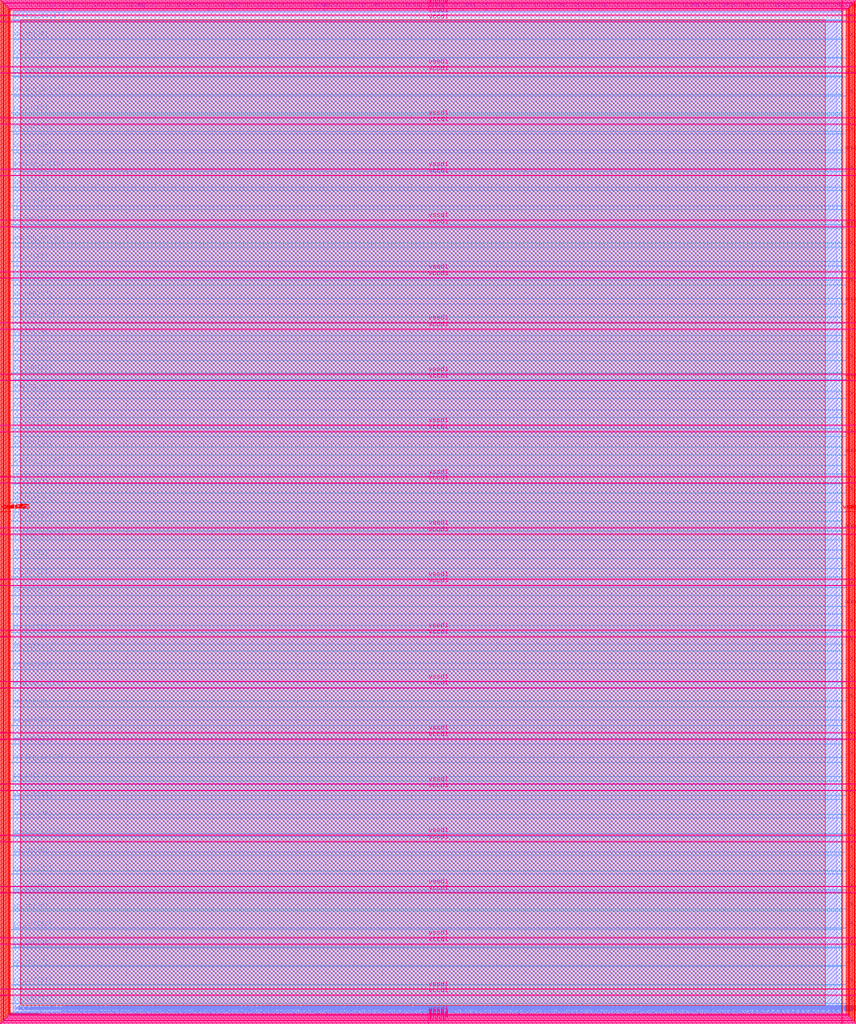
<source format=lef>
VERSION 5.7 ;
  NOWIREEXTENSIONATPIN ON ;
  DIVIDERCHAR "/" ;
  BUSBITCHARS "[]" ;
MACRO user_project_wrapper
  CLASS BLOCK ;
  FOREIGN user_project_wrapper ;
  ORIGIN 0.000 0.000 ;
  SIZE 2920.000 BY 3520.000 ;
  PIN analog_io[0]
    DIRECTION INOUT ;
    USE SIGNAL ;
    PORT
      LAYER met3 ;
        RECT 2917.600 1426.380 2924.800 1427.580 ;
    END
  END analog_io[0]
  PIN analog_io[10]
    DIRECTION INOUT ;
    USE SIGNAL ;
    PORT
      LAYER met2 ;
        RECT 2230.490 3517.600 2231.050 3524.800 ;
    END
  END analog_io[10]
  PIN analog_io[11]
    DIRECTION INOUT ;
    USE SIGNAL ;
    PORT
      LAYER met2 ;
        RECT 1905.730 3517.600 1906.290 3524.800 ;
    END
  END analog_io[11]
  PIN analog_io[12]
    DIRECTION INOUT ;
    USE SIGNAL ;
    PORT
      LAYER met2 ;
        RECT 1581.430 3517.600 1581.990 3524.800 ;
    END
  END analog_io[12]
  PIN analog_io[13]
    DIRECTION INOUT ;
    USE SIGNAL ;
    PORT
      LAYER met2 ;
        RECT 1257.130 3517.600 1257.690 3524.800 ;
    END
  END analog_io[13]
  PIN analog_io[14]
    DIRECTION INOUT ;
    USE SIGNAL ;
    PORT
      LAYER met2 ;
        RECT 932.370 3517.600 932.930 3524.800 ;
    END
  END analog_io[14]
  PIN analog_io[15]
    DIRECTION INOUT ;
    USE SIGNAL ;
    PORT
      LAYER met2 ;
        RECT 608.070 3517.600 608.630 3524.800 ;
    END
  END analog_io[15]
  PIN analog_io[16]
    DIRECTION INOUT ;
    USE SIGNAL ;
    PORT
      LAYER met2 ;
        RECT 283.770 3517.600 284.330 3524.800 ;
    END
  END analog_io[16]
  PIN analog_io[17]
    DIRECTION INOUT ;
    USE SIGNAL ;
    PORT
      LAYER met3 ;
        RECT -4.800 3486.100 2.400 3487.300 ;
    END
  END analog_io[17]
  PIN analog_io[18]
    DIRECTION INOUT ;
    USE SIGNAL ;
    PORT
      LAYER met3 ;
        RECT -4.800 3224.980 2.400 3226.180 ;
    END
  END analog_io[18]
  PIN analog_io[19]
    DIRECTION INOUT ;
    USE SIGNAL ;
    PORT
      LAYER met3 ;
        RECT -4.800 2964.540 2.400 2965.740 ;
    END
  END analog_io[19]
  PIN analog_io[1]
    DIRECTION INOUT ;
    USE SIGNAL ;
    PORT
      LAYER met3 ;
        RECT 2917.600 1692.260 2924.800 1693.460 ;
    END
  END analog_io[1]
  PIN analog_io[20]
    DIRECTION INOUT ;
    USE SIGNAL ;
    PORT
      LAYER met3 ;
        RECT -4.800 2703.420 2.400 2704.620 ;
    END
  END analog_io[20]
  PIN analog_io[21]
    DIRECTION INOUT ;
    USE SIGNAL ;
    PORT
      LAYER met3 ;
        RECT -4.800 2442.980 2.400 2444.180 ;
    END
  END analog_io[21]
  PIN analog_io[22]
    DIRECTION INOUT ;
    USE SIGNAL ;
    PORT
      LAYER met3 ;
        RECT -4.800 2182.540 2.400 2183.740 ;
    END
  END analog_io[22]
  PIN analog_io[23]
    DIRECTION INOUT ;
    USE SIGNAL ;
    PORT
      LAYER met3 ;
        RECT -4.800 1921.420 2.400 1922.620 ;
    END
  END analog_io[23]
  PIN analog_io[24]
    DIRECTION INOUT ;
    USE SIGNAL ;
    PORT
      LAYER met3 ;
        RECT -4.800 1660.980 2.400 1662.180 ;
    END
  END analog_io[24]
  PIN analog_io[25]
    DIRECTION INOUT ;
    USE SIGNAL ;
    PORT
      LAYER met3 ;
        RECT -4.800 1399.860 2.400 1401.060 ;
    END
  END analog_io[25]
  PIN analog_io[26]
    DIRECTION INOUT ;
    USE SIGNAL ;
    PORT
      LAYER met3 ;
        RECT -4.800 1139.420 2.400 1140.620 ;
    END
  END analog_io[26]
  PIN analog_io[27]
    DIRECTION INOUT ;
    USE SIGNAL ;
    PORT
      LAYER met3 ;
        RECT -4.800 878.980 2.400 880.180 ;
    END
  END analog_io[27]
  PIN analog_io[28]
    DIRECTION INOUT ;
    USE SIGNAL ;
    PORT
      LAYER met3 ;
        RECT -4.800 617.860 2.400 619.060 ;
    END
  END analog_io[28]
  PIN analog_io[2]
    DIRECTION INOUT ;
    USE SIGNAL ;
    PORT
      LAYER met3 ;
        RECT 2917.600 1958.140 2924.800 1959.340 ;
    END
  END analog_io[2]
  PIN analog_io[3]
    DIRECTION INOUT ;
    USE SIGNAL ;
    PORT
      LAYER met3 ;
        RECT 2917.600 2223.340 2924.800 2224.540 ;
    END
  END analog_io[3]
  PIN analog_io[4]
    DIRECTION INOUT ;
    USE SIGNAL ;
    PORT
      LAYER met3 ;
        RECT 2917.600 2489.220 2924.800 2490.420 ;
    END
  END analog_io[4]
  PIN analog_io[5]
    DIRECTION INOUT ;
    USE SIGNAL ;
    PORT
      LAYER met3 ;
        RECT 2917.600 2755.100 2924.800 2756.300 ;
    END
  END analog_io[5]
  PIN analog_io[6]
    DIRECTION INOUT ;
    USE SIGNAL ;
    PORT
      LAYER met3 ;
        RECT 2917.600 3020.300 2924.800 3021.500 ;
    END
  END analog_io[6]
  PIN analog_io[7]
    DIRECTION INOUT ;
    USE SIGNAL ;
    PORT
      LAYER met3 ;
        RECT 2917.600 3286.180 2924.800 3287.380 ;
    END
  END analog_io[7]
  PIN analog_io[8]
    DIRECTION INOUT ;
    USE SIGNAL ;
    PORT
      LAYER met2 ;
        RECT 2879.090 3517.600 2879.650 3524.800 ;
    END
  END analog_io[8]
  PIN analog_io[9]
    DIRECTION INOUT ;
    USE SIGNAL ;
    PORT
      LAYER met2 ;
        RECT 2554.790 3517.600 2555.350 3524.800 ;
    END
  END analog_io[9]
  PIN io_in[0]
    DIRECTION INPUT ;
    USE SIGNAL ;
    PORT
      LAYER met3 ;
        RECT 2917.600 32.380 2924.800 33.580 ;
    END
  END io_in[0]
  PIN io_in[10]
    DIRECTION INPUT ;
    USE SIGNAL ;
    PORT
      LAYER met3 ;
        RECT 2917.600 2289.980 2924.800 2291.180 ;
    END
  END io_in[10]
  PIN io_in[11]
    DIRECTION INPUT ;
    USE SIGNAL ;
    PORT
      LAYER met3 ;
        RECT 2917.600 2555.860 2924.800 2557.060 ;
    END
  END io_in[11]
  PIN io_in[12]
    DIRECTION INPUT ;
    USE SIGNAL ;
    PORT
      LAYER met3 ;
        RECT 2917.600 2821.060 2924.800 2822.260 ;
    END
  END io_in[12]
  PIN io_in[13]
    DIRECTION INPUT ;
    USE SIGNAL ;
    PORT
      LAYER met3 ;
        RECT 2917.600 3086.940 2924.800 3088.140 ;
    END
  END io_in[13]
  PIN io_in[14]
    DIRECTION INPUT ;
    USE SIGNAL ;
    PORT
      LAYER met3 ;
        RECT 2917.600 3352.820 2924.800 3354.020 ;
    END
  END io_in[14]
  PIN io_in[15]
    DIRECTION INPUT ;
    USE SIGNAL ;
    PORT
      LAYER met2 ;
        RECT 2798.130 3517.600 2798.690 3524.800 ;
    END
  END io_in[15]
  PIN io_in[16]
    DIRECTION INPUT ;
    USE SIGNAL ;
    PORT
      LAYER met2 ;
        RECT 2473.830 3517.600 2474.390 3524.800 ;
    END
  END io_in[16]
  PIN io_in[17]
    DIRECTION INPUT ;
    USE SIGNAL ;
    PORT
      LAYER met2 ;
        RECT 2149.070 3517.600 2149.630 3524.800 ;
    END
  END io_in[17]
  PIN io_in[18]
    DIRECTION INPUT ;
    USE SIGNAL ;
    PORT
      LAYER met2 ;
        RECT 1824.770 3517.600 1825.330 3524.800 ;
    END
  END io_in[18]
  PIN io_in[19]
    DIRECTION INPUT ;
    USE SIGNAL ;
    PORT
      LAYER met2 ;
        RECT 1500.470 3517.600 1501.030 3524.800 ;
    END
  END io_in[19]
  PIN io_in[1]
    DIRECTION INPUT ;
    USE SIGNAL ;
    PORT
      LAYER met3 ;
        RECT 2917.600 230.940 2924.800 232.140 ;
    END
  END io_in[1]
  PIN io_in[20]
    DIRECTION INPUT ;
    USE SIGNAL ;
    PORT
      LAYER met2 ;
        RECT 1175.710 3517.600 1176.270 3524.800 ;
    END
  END io_in[20]
  PIN io_in[21]
    DIRECTION INPUT ;
    USE SIGNAL ;
    PORT
      LAYER met2 ;
        RECT 851.410 3517.600 851.970 3524.800 ;
    END
  END io_in[21]
  PIN io_in[22]
    DIRECTION INPUT ;
    USE SIGNAL ;
    PORT
      LAYER met2 ;
        RECT 527.110 3517.600 527.670 3524.800 ;
    END
  END io_in[22]
  PIN io_in[23]
    DIRECTION INPUT ;
    USE SIGNAL ;
    PORT
      LAYER met2 ;
        RECT 202.350 3517.600 202.910 3524.800 ;
    END
  END io_in[23]
  PIN io_in[24]
    DIRECTION INPUT ;
    USE SIGNAL ;
    PORT
      LAYER met3 ;
        RECT -4.800 3420.820 2.400 3422.020 ;
    END
  END io_in[24]
  PIN io_in[25]
    DIRECTION INPUT ;
    USE SIGNAL ;
    PORT
      LAYER met3 ;
        RECT -4.800 3159.700 2.400 3160.900 ;
    END
  END io_in[25]
  PIN io_in[26]
    DIRECTION INPUT ;
    USE SIGNAL ;
    PORT
      LAYER met3 ;
        RECT -4.800 2899.260 2.400 2900.460 ;
    END
  END io_in[26]
  PIN io_in[27]
    DIRECTION INPUT ;
    USE SIGNAL ;
    PORT
      LAYER met3 ;
        RECT -4.800 2638.820 2.400 2640.020 ;
    END
  END io_in[27]
  PIN io_in[28]
    DIRECTION INPUT ;
    USE SIGNAL ;
    PORT
      LAYER met3 ;
        RECT -4.800 2377.700 2.400 2378.900 ;
    END
  END io_in[28]
  PIN io_in[29]
    DIRECTION INPUT ;
    USE SIGNAL ;
    PORT
      LAYER met3 ;
        RECT -4.800 2117.260 2.400 2118.460 ;
    END
  END io_in[29]
  PIN io_in[2]
    DIRECTION INPUT ;
    USE SIGNAL ;
    PORT
      LAYER met3 ;
        RECT 2917.600 430.180 2924.800 431.380 ;
    END
  END io_in[2]
  PIN io_in[30]
    DIRECTION INPUT ;
    USE SIGNAL ;
    PORT
      LAYER met3 ;
        RECT -4.800 1856.140 2.400 1857.340 ;
    END
  END io_in[30]
  PIN io_in[31]
    DIRECTION INPUT ;
    USE SIGNAL ;
    PORT
      LAYER met3 ;
        RECT -4.800 1595.700 2.400 1596.900 ;
    END
  END io_in[31]
  PIN io_in[32]
    DIRECTION INPUT ;
    USE SIGNAL ;
    PORT
      LAYER met3 ;
        RECT -4.800 1335.260 2.400 1336.460 ;
    END
  END io_in[32]
  PIN io_in[33]
    DIRECTION INPUT ;
    USE SIGNAL ;
    PORT
      LAYER met3 ;
        RECT -4.800 1074.140 2.400 1075.340 ;
    END
  END io_in[33]
  PIN io_in[34]
    DIRECTION INPUT ;
    USE SIGNAL ;
    PORT
      LAYER met3 ;
        RECT -4.800 813.700 2.400 814.900 ;
    END
  END io_in[34]
  PIN io_in[35]
    DIRECTION INPUT ;
    USE SIGNAL ;
    PORT
      LAYER met3 ;
        RECT -4.800 552.580 2.400 553.780 ;
    END
  END io_in[35]
  PIN io_in[36]
    DIRECTION INPUT ;
    USE SIGNAL ;
    PORT
      LAYER met3 ;
        RECT -4.800 357.420 2.400 358.620 ;
    END
  END io_in[36]
  PIN io_in[37]
    DIRECTION INPUT ;
    USE SIGNAL ;
    PORT
      LAYER met3 ;
        RECT -4.800 161.580 2.400 162.780 ;
    END
  END io_in[37]
  PIN io_in[3]
    DIRECTION INPUT ;
    USE SIGNAL ;
    PORT
      LAYER met3 ;
        RECT 2917.600 629.420 2924.800 630.620 ;
    END
  END io_in[3]
  PIN io_in[4]
    DIRECTION INPUT ;
    USE SIGNAL ;
    PORT
      LAYER met3 ;
        RECT 2917.600 828.660 2924.800 829.860 ;
    END
  END io_in[4]
  PIN io_in[5]
    DIRECTION INPUT ;
    USE SIGNAL ;
    PORT
      LAYER met3 ;
        RECT 2917.600 1027.900 2924.800 1029.100 ;
    END
  END io_in[5]
  PIN io_in[6]
    DIRECTION INPUT ;
    USE SIGNAL ;
    PORT
      LAYER met3 ;
        RECT 2917.600 1227.140 2924.800 1228.340 ;
    END
  END io_in[6]
  PIN io_in[7]
    DIRECTION INPUT ;
    USE SIGNAL ;
    PORT
      LAYER met3 ;
        RECT 2917.600 1493.020 2924.800 1494.220 ;
    END
  END io_in[7]
  PIN io_in[8]
    DIRECTION INPUT ;
    USE SIGNAL ;
    PORT
      LAYER met3 ;
        RECT 2917.600 1758.900 2924.800 1760.100 ;
    END
  END io_in[8]
  PIN io_in[9]
    DIRECTION INPUT ;
    USE SIGNAL ;
    PORT
      LAYER met3 ;
        RECT 2917.600 2024.100 2924.800 2025.300 ;
    END
  END io_in[9]
  PIN io_oeb[0]
    DIRECTION OUTPUT TRISTATE ;
    USE SIGNAL ;
    PORT
      LAYER met3 ;
        RECT 2917.600 164.980 2924.800 166.180 ;
    END
  END io_oeb[0]
  PIN io_oeb[10]
    DIRECTION OUTPUT TRISTATE ;
    USE SIGNAL ;
    PORT
      LAYER met3 ;
        RECT 2917.600 2422.580 2924.800 2423.780 ;
    END
  END io_oeb[10]
  PIN io_oeb[11]
    DIRECTION OUTPUT TRISTATE ;
    USE SIGNAL ;
    PORT
      LAYER met3 ;
        RECT 2917.600 2688.460 2924.800 2689.660 ;
    END
  END io_oeb[11]
  PIN io_oeb[12]
    DIRECTION OUTPUT TRISTATE ;
    USE SIGNAL ;
    PORT
      LAYER met3 ;
        RECT 2917.600 2954.340 2924.800 2955.540 ;
    END
  END io_oeb[12]
  PIN io_oeb[13]
    DIRECTION OUTPUT TRISTATE ;
    USE SIGNAL ;
    PORT
      LAYER met3 ;
        RECT 2917.600 3219.540 2924.800 3220.740 ;
    END
  END io_oeb[13]
  PIN io_oeb[14]
    DIRECTION OUTPUT TRISTATE ;
    USE SIGNAL ;
    PORT
      LAYER met3 ;
        RECT 2917.600 3485.420 2924.800 3486.620 ;
    END
  END io_oeb[14]
  PIN io_oeb[15]
    DIRECTION OUTPUT TRISTATE ;
    USE SIGNAL ;
    PORT
      LAYER met2 ;
        RECT 2635.750 3517.600 2636.310 3524.800 ;
    END
  END io_oeb[15]
  PIN io_oeb[16]
    DIRECTION OUTPUT TRISTATE ;
    USE SIGNAL ;
    PORT
      LAYER met2 ;
        RECT 2311.450 3517.600 2312.010 3524.800 ;
    END
  END io_oeb[16]
  PIN io_oeb[17]
    DIRECTION OUTPUT TRISTATE ;
    USE SIGNAL ;
    PORT
      LAYER met2 ;
        RECT 1987.150 3517.600 1987.710 3524.800 ;
    END
  END io_oeb[17]
  PIN io_oeb[18]
    DIRECTION OUTPUT TRISTATE ;
    USE SIGNAL ;
    PORT
      LAYER met2 ;
        RECT 1662.390 3517.600 1662.950 3524.800 ;
    END
  END io_oeb[18]
  PIN io_oeb[19]
    DIRECTION OUTPUT TRISTATE ;
    USE SIGNAL ;
    PORT
      LAYER met2 ;
        RECT 1338.090 3517.600 1338.650 3524.800 ;
    END
  END io_oeb[19]
  PIN io_oeb[1]
    DIRECTION OUTPUT TRISTATE ;
    USE SIGNAL ;
    PORT
      LAYER met3 ;
        RECT 2917.600 364.220 2924.800 365.420 ;
    END
  END io_oeb[1]
  PIN io_oeb[20]
    DIRECTION OUTPUT TRISTATE ;
    USE SIGNAL ;
    PORT
      LAYER met2 ;
        RECT 1013.790 3517.600 1014.350 3524.800 ;
    END
  END io_oeb[20]
  PIN io_oeb[21]
    DIRECTION OUTPUT TRISTATE ;
    USE SIGNAL ;
    PORT
      LAYER met2 ;
        RECT 689.030 3517.600 689.590 3524.800 ;
    END
  END io_oeb[21]
  PIN io_oeb[22]
    DIRECTION OUTPUT TRISTATE ;
    USE SIGNAL ;
    PORT
      LAYER met2 ;
        RECT 364.730 3517.600 365.290 3524.800 ;
    END
  END io_oeb[22]
  PIN io_oeb[23]
    DIRECTION OUTPUT TRISTATE ;
    USE SIGNAL ;
    PORT
      LAYER met2 ;
        RECT 40.430 3517.600 40.990 3524.800 ;
    END
  END io_oeb[23]
  PIN io_oeb[24]
    DIRECTION OUTPUT TRISTATE ;
    USE SIGNAL ;
    PORT
      LAYER met3 ;
        RECT -4.800 3290.260 2.400 3291.460 ;
    END
  END io_oeb[24]
  PIN io_oeb[25]
    DIRECTION OUTPUT TRISTATE ;
    USE SIGNAL ;
    PORT
      LAYER met3 ;
        RECT -4.800 3029.820 2.400 3031.020 ;
    END
  END io_oeb[25]
  PIN io_oeb[26]
    DIRECTION OUTPUT TRISTATE ;
    USE SIGNAL ;
    PORT
      LAYER met3 ;
        RECT -4.800 2768.700 2.400 2769.900 ;
    END
  END io_oeb[26]
  PIN io_oeb[27]
    DIRECTION OUTPUT TRISTATE ;
    USE SIGNAL ;
    PORT
      LAYER met3 ;
        RECT -4.800 2508.260 2.400 2509.460 ;
    END
  END io_oeb[27]
  PIN io_oeb[28]
    DIRECTION OUTPUT TRISTATE ;
    USE SIGNAL ;
    PORT
      LAYER met3 ;
        RECT -4.800 2247.140 2.400 2248.340 ;
    END
  END io_oeb[28]
  PIN io_oeb[29]
    DIRECTION OUTPUT TRISTATE ;
    USE SIGNAL ;
    PORT
      LAYER met3 ;
        RECT -4.800 1986.700 2.400 1987.900 ;
    END
  END io_oeb[29]
  PIN io_oeb[2]
    DIRECTION OUTPUT TRISTATE ;
    USE SIGNAL ;
    PORT
      LAYER met3 ;
        RECT 2917.600 563.460 2924.800 564.660 ;
    END
  END io_oeb[2]
  PIN io_oeb[30]
    DIRECTION OUTPUT TRISTATE ;
    USE SIGNAL ;
    PORT
      LAYER met3 ;
        RECT -4.800 1726.260 2.400 1727.460 ;
    END
  END io_oeb[30]
  PIN io_oeb[31]
    DIRECTION OUTPUT TRISTATE ;
    USE SIGNAL ;
    PORT
      LAYER met3 ;
        RECT -4.800 1465.140 2.400 1466.340 ;
    END
  END io_oeb[31]
  PIN io_oeb[32]
    DIRECTION OUTPUT TRISTATE ;
    USE SIGNAL ;
    PORT
      LAYER met3 ;
        RECT -4.800 1204.700 2.400 1205.900 ;
    END
  END io_oeb[32]
  PIN io_oeb[33]
    DIRECTION OUTPUT TRISTATE ;
    USE SIGNAL ;
    PORT
      LAYER met3 ;
        RECT -4.800 943.580 2.400 944.780 ;
    END
  END io_oeb[33]
  PIN io_oeb[34]
    DIRECTION OUTPUT TRISTATE ;
    USE SIGNAL ;
    PORT
      LAYER met3 ;
        RECT -4.800 683.140 2.400 684.340 ;
    END
  END io_oeb[34]
  PIN io_oeb[35]
    DIRECTION OUTPUT TRISTATE ;
    USE SIGNAL ;
    PORT
      LAYER met3 ;
        RECT -4.800 422.700 2.400 423.900 ;
    END
  END io_oeb[35]
  PIN io_oeb[36]
    DIRECTION OUTPUT TRISTATE ;
    USE SIGNAL ;
    PORT
      LAYER met3 ;
        RECT -4.800 226.860 2.400 228.060 ;
    END
  END io_oeb[36]
  PIN io_oeb[37]
    DIRECTION OUTPUT TRISTATE ;
    USE SIGNAL ;
    PORT
      LAYER met3 ;
        RECT -4.800 31.700 2.400 32.900 ;
    END
  END io_oeb[37]
  PIN io_oeb[3]
    DIRECTION OUTPUT TRISTATE ;
    USE SIGNAL ;
    PORT
      LAYER met3 ;
        RECT 2917.600 762.700 2924.800 763.900 ;
    END
  END io_oeb[3]
  PIN io_oeb[4]
    DIRECTION OUTPUT TRISTATE ;
    USE SIGNAL ;
    PORT
      LAYER met3 ;
        RECT 2917.600 961.940 2924.800 963.140 ;
    END
  END io_oeb[4]
  PIN io_oeb[5]
    DIRECTION OUTPUT TRISTATE ;
    USE SIGNAL ;
    PORT
      LAYER met3 ;
        RECT 2917.600 1161.180 2924.800 1162.380 ;
    END
  END io_oeb[5]
  PIN io_oeb[6]
    DIRECTION OUTPUT TRISTATE ;
    USE SIGNAL ;
    PORT
      LAYER met3 ;
        RECT 2917.600 1360.420 2924.800 1361.620 ;
    END
  END io_oeb[6]
  PIN io_oeb[7]
    DIRECTION OUTPUT TRISTATE ;
    USE SIGNAL ;
    PORT
      LAYER met3 ;
        RECT 2917.600 1625.620 2924.800 1626.820 ;
    END
  END io_oeb[7]
  PIN io_oeb[8]
    DIRECTION OUTPUT TRISTATE ;
    USE SIGNAL ;
    PORT
      LAYER met3 ;
        RECT 2917.600 1891.500 2924.800 1892.700 ;
    END
  END io_oeb[8]
  PIN io_oeb[9]
    DIRECTION OUTPUT TRISTATE ;
    USE SIGNAL ;
    PORT
      LAYER met3 ;
        RECT 2917.600 2157.380 2924.800 2158.580 ;
    END
  END io_oeb[9]
  PIN io_out[0]
    DIRECTION OUTPUT TRISTATE ;
    USE SIGNAL ;
    PORT
      LAYER met3 ;
        RECT 2917.600 98.340 2924.800 99.540 ;
    END
  END io_out[0]
  PIN io_out[10]
    DIRECTION OUTPUT TRISTATE ;
    USE SIGNAL ;
    PORT
      LAYER met3 ;
        RECT 2917.600 2356.620 2924.800 2357.820 ;
    END
  END io_out[10]
  PIN io_out[11]
    DIRECTION OUTPUT TRISTATE ;
    USE SIGNAL ;
    PORT
      LAYER met3 ;
        RECT 2917.600 2621.820 2924.800 2623.020 ;
    END
  END io_out[11]
  PIN io_out[12]
    DIRECTION OUTPUT TRISTATE ;
    USE SIGNAL ;
    PORT
      LAYER met3 ;
        RECT 2917.600 2887.700 2924.800 2888.900 ;
    END
  END io_out[12]
  PIN io_out[13]
    DIRECTION OUTPUT TRISTATE ;
    USE SIGNAL ;
    PORT
      LAYER met3 ;
        RECT 2917.600 3153.580 2924.800 3154.780 ;
    END
  END io_out[13]
  PIN io_out[14]
    DIRECTION OUTPUT TRISTATE ;
    USE SIGNAL ;
    PORT
      LAYER met3 ;
        RECT 2917.600 3418.780 2924.800 3419.980 ;
    END
  END io_out[14]
  PIN io_out[15]
    DIRECTION OUTPUT TRISTATE ;
    USE SIGNAL ;
    PORT
      LAYER met2 ;
        RECT 2717.170 3517.600 2717.730 3524.800 ;
    END
  END io_out[15]
  PIN io_out[16]
    DIRECTION OUTPUT TRISTATE ;
    USE SIGNAL ;
    PORT
      LAYER met2 ;
        RECT 2392.410 3517.600 2392.970 3524.800 ;
    END
  END io_out[16]
  PIN io_out[17]
    DIRECTION OUTPUT TRISTATE ;
    USE SIGNAL ;
    PORT
      LAYER met2 ;
        RECT 2068.110 3517.600 2068.670 3524.800 ;
    END
  END io_out[17]
  PIN io_out[18]
    DIRECTION OUTPUT TRISTATE ;
    USE SIGNAL ;
    PORT
      LAYER met2 ;
        RECT 1743.810 3517.600 1744.370 3524.800 ;
    END
  END io_out[18]
  PIN io_out[19]
    DIRECTION OUTPUT TRISTATE ;
    USE SIGNAL ;
    PORT
      LAYER met2 ;
        RECT 1419.050 3517.600 1419.610 3524.800 ;
    END
  END io_out[19]
  PIN io_out[1]
    DIRECTION OUTPUT TRISTATE ;
    USE SIGNAL ;
    PORT
      LAYER met3 ;
        RECT 2917.600 297.580 2924.800 298.780 ;
    END
  END io_out[1]
  PIN io_out[20]
    DIRECTION OUTPUT TRISTATE ;
    USE SIGNAL ;
    PORT
      LAYER met2 ;
        RECT 1094.750 3517.600 1095.310 3524.800 ;
    END
  END io_out[20]
  PIN io_out[21]
    DIRECTION OUTPUT TRISTATE ;
    USE SIGNAL ;
    PORT
      LAYER met2 ;
        RECT 770.450 3517.600 771.010 3524.800 ;
    END
  END io_out[21]
  PIN io_out[22]
    DIRECTION OUTPUT TRISTATE ;
    USE SIGNAL ;
    PORT
      LAYER met2 ;
        RECT 445.690 3517.600 446.250 3524.800 ;
    END
  END io_out[22]
  PIN io_out[23]
    DIRECTION OUTPUT TRISTATE ;
    USE SIGNAL ;
    PORT
      LAYER met2 ;
        RECT 121.390 3517.600 121.950 3524.800 ;
    END
  END io_out[23]
  PIN io_out[24]
    DIRECTION OUTPUT TRISTATE ;
    USE SIGNAL ;
    PORT
      LAYER met3 ;
        RECT -4.800 3355.540 2.400 3356.740 ;
    END
  END io_out[24]
  PIN io_out[25]
    DIRECTION OUTPUT TRISTATE ;
    USE SIGNAL ;
    PORT
      LAYER met3 ;
        RECT -4.800 3095.100 2.400 3096.300 ;
    END
  END io_out[25]
  PIN io_out[26]
    DIRECTION OUTPUT TRISTATE ;
    USE SIGNAL ;
    PORT
      LAYER met3 ;
        RECT -4.800 2833.980 2.400 2835.180 ;
    END
  END io_out[26]
  PIN io_out[27]
    DIRECTION OUTPUT TRISTATE ;
    USE SIGNAL ;
    PORT
      LAYER met3 ;
        RECT -4.800 2573.540 2.400 2574.740 ;
    END
  END io_out[27]
  PIN io_out[28]
    DIRECTION OUTPUT TRISTATE ;
    USE SIGNAL ;
    PORT
      LAYER met3 ;
        RECT -4.800 2312.420 2.400 2313.620 ;
    END
  END io_out[28]
  PIN io_out[29]
    DIRECTION OUTPUT TRISTATE ;
    USE SIGNAL ;
    PORT
      LAYER met3 ;
        RECT -4.800 2051.980 2.400 2053.180 ;
    END
  END io_out[29]
  PIN io_out[2]
    DIRECTION OUTPUT TRISTATE ;
    USE SIGNAL ;
    PORT
      LAYER met3 ;
        RECT 2917.600 496.820 2924.800 498.020 ;
    END
  END io_out[2]
  PIN io_out[30]
    DIRECTION OUTPUT TRISTATE ;
    USE SIGNAL ;
    PORT
      LAYER met3 ;
        RECT -4.800 1791.540 2.400 1792.740 ;
    END
  END io_out[30]
  PIN io_out[31]
    DIRECTION OUTPUT TRISTATE ;
    USE SIGNAL ;
    PORT
      LAYER met3 ;
        RECT -4.800 1530.420 2.400 1531.620 ;
    END
  END io_out[31]
  PIN io_out[32]
    DIRECTION OUTPUT TRISTATE ;
    USE SIGNAL ;
    PORT
      LAYER met3 ;
        RECT -4.800 1269.980 2.400 1271.180 ;
    END
  END io_out[32]
  PIN io_out[33]
    DIRECTION OUTPUT TRISTATE ;
    USE SIGNAL ;
    PORT
      LAYER met3 ;
        RECT -4.800 1008.860 2.400 1010.060 ;
    END
  END io_out[33]
  PIN io_out[34]
    DIRECTION OUTPUT TRISTATE ;
    USE SIGNAL ;
    PORT
      LAYER met3 ;
        RECT -4.800 748.420 2.400 749.620 ;
    END
  END io_out[34]
  PIN io_out[35]
    DIRECTION OUTPUT TRISTATE ;
    USE SIGNAL ;
    PORT
      LAYER met3 ;
        RECT -4.800 487.300 2.400 488.500 ;
    END
  END io_out[35]
  PIN io_out[36]
    DIRECTION OUTPUT TRISTATE ;
    USE SIGNAL ;
    PORT
      LAYER met3 ;
        RECT -4.800 292.140 2.400 293.340 ;
    END
  END io_out[36]
  PIN io_out[37]
    DIRECTION OUTPUT TRISTATE ;
    USE SIGNAL ;
    PORT
      LAYER met3 ;
        RECT -4.800 96.300 2.400 97.500 ;
    END
  END io_out[37]
  PIN io_out[3]
    DIRECTION OUTPUT TRISTATE ;
    USE SIGNAL ;
    PORT
      LAYER met3 ;
        RECT 2917.600 696.060 2924.800 697.260 ;
    END
  END io_out[3]
  PIN io_out[4]
    DIRECTION OUTPUT TRISTATE ;
    USE SIGNAL ;
    PORT
      LAYER met3 ;
        RECT 2917.600 895.300 2924.800 896.500 ;
    END
  END io_out[4]
  PIN io_out[5]
    DIRECTION OUTPUT TRISTATE ;
    USE SIGNAL ;
    PORT
      LAYER met3 ;
        RECT 2917.600 1094.540 2924.800 1095.740 ;
    END
  END io_out[5]
  PIN io_out[6]
    DIRECTION OUTPUT TRISTATE ;
    USE SIGNAL ;
    PORT
      LAYER met3 ;
        RECT 2917.600 1293.780 2924.800 1294.980 ;
    END
  END io_out[6]
  PIN io_out[7]
    DIRECTION OUTPUT TRISTATE ;
    USE SIGNAL ;
    PORT
      LAYER met3 ;
        RECT 2917.600 1559.660 2924.800 1560.860 ;
    END
  END io_out[7]
  PIN io_out[8]
    DIRECTION OUTPUT TRISTATE ;
    USE SIGNAL ;
    PORT
      LAYER met3 ;
        RECT 2917.600 1824.860 2924.800 1826.060 ;
    END
  END io_out[8]
  PIN io_out[9]
    DIRECTION OUTPUT TRISTATE ;
    USE SIGNAL ;
    PORT
      LAYER met3 ;
        RECT 2917.600 2090.740 2924.800 2091.940 ;
    END
  END io_out[9]
  PIN la_data_in[0]
    DIRECTION INPUT ;
    USE SIGNAL ;
    PORT
      LAYER met2 ;
        RECT 629.230 -4.800 629.790 2.400 ;
    END
  END la_data_in[0]
  PIN la_data_in[100]
    DIRECTION INPUT ;
    USE SIGNAL ;
    PORT
      LAYER met2 ;
        RECT 2402.530 -4.800 2403.090 2.400 ;
    END
  END la_data_in[100]
  PIN la_data_in[101]
    DIRECTION INPUT ;
    USE SIGNAL ;
    PORT
      LAYER met2 ;
        RECT 2420.010 -4.800 2420.570 2.400 ;
    END
  END la_data_in[101]
  PIN la_data_in[102]
    DIRECTION INPUT ;
    USE SIGNAL ;
    PORT
      LAYER met2 ;
        RECT 2437.950 -4.800 2438.510 2.400 ;
    END
  END la_data_in[102]
  PIN la_data_in[103]
    DIRECTION INPUT ;
    USE SIGNAL ;
    PORT
      LAYER met2 ;
        RECT 2455.430 -4.800 2455.990 2.400 ;
    END
  END la_data_in[103]
  PIN la_data_in[104]
    DIRECTION INPUT ;
    USE SIGNAL ;
    PORT
      LAYER met2 ;
        RECT 2473.370 -4.800 2473.930 2.400 ;
    END
  END la_data_in[104]
  PIN la_data_in[105]
    DIRECTION INPUT ;
    USE SIGNAL ;
    PORT
      LAYER met2 ;
        RECT 2490.850 -4.800 2491.410 2.400 ;
    END
  END la_data_in[105]
  PIN la_data_in[106]
    DIRECTION INPUT ;
    USE SIGNAL ;
    PORT
      LAYER met2 ;
        RECT 2508.790 -4.800 2509.350 2.400 ;
    END
  END la_data_in[106]
  PIN la_data_in[107]
    DIRECTION INPUT ;
    USE SIGNAL ;
    PORT
      LAYER met2 ;
        RECT 2526.730 -4.800 2527.290 2.400 ;
    END
  END la_data_in[107]
  PIN la_data_in[108]
    DIRECTION INPUT ;
    USE SIGNAL ;
    PORT
      LAYER met2 ;
        RECT 2544.210 -4.800 2544.770 2.400 ;
    END
  END la_data_in[108]
  PIN la_data_in[109]
    DIRECTION INPUT ;
    USE SIGNAL ;
    PORT
      LAYER met2 ;
        RECT 2562.150 -4.800 2562.710 2.400 ;
    END
  END la_data_in[109]
  PIN la_data_in[10]
    DIRECTION INPUT ;
    USE SIGNAL ;
    PORT
      LAYER met2 ;
        RECT 806.330 -4.800 806.890 2.400 ;
    END
  END la_data_in[10]
  PIN la_data_in[110]
    DIRECTION INPUT ;
    USE SIGNAL ;
    PORT
      LAYER met2 ;
        RECT 2579.630 -4.800 2580.190 2.400 ;
    END
  END la_data_in[110]
  PIN la_data_in[111]
    DIRECTION INPUT ;
    USE SIGNAL ;
    PORT
      LAYER met2 ;
        RECT 2597.570 -4.800 2598.130 2.400 ;
    END
  END la_data_in[111]
  PIN la_data_in[112]
    DIRECTION INPUT ;
    USE SIGNAL ;
    PORT
      LAYER met2 ;
        RECT 2615.050 -4.800 2615.610 2.400 ;
    END
  END la_data_in[112]
  PIN la_data_in[113]
    DIRECTION INPUT ;
    USE SIGNAL ;
    PORT
      LAYER met2 ;
        RECT 2632.990 -4.800 2633.550 2.400 ;
    END
  END la_data_in[113]
  PIN la_data_in[114]
    DIRECTION INPUT ;
    USE SIGNAL ;
    PORT
      LAYER met2 ;
        RECT 2650.470 -4.800 2651.030 2.400 ;
    END
  END la_data_in[114]
  PIN la_data_in[115]
    DIRECTION INPUT ;
    USE SIGNAL ;
    PORT
      LAYER met2 ;
        RECT 2668.410 -4.800 2668.970 2.400 ;
    END
  END la_data_in[115]
  PIN la_data_in[116]
    DIRECTION INPUT ;
    USE SIGNAL ;
    PORT
      LAYER met2 ;
        RECT 2685.890 -4.800 2686.450 2.400 ;
    END
  END la_data_in[116]
  PIN la_data_in[117]
    DIRECTION INPUT ;
    USE SIGNAL ;
    PORT
      LAYER met2 ;
        RECT 2703.830 -4.800 2704.390 2.400 ;
    END
  END la_data_in[117]
  PIN la_data_in[118]
    DIRECTION INPUT ;
    USE SIGNAL ;
    PORT
      LAYER met2 ;
        RECT 2721.770 -4.800 2722.330 2.400 ;
    END
  END la_data_in[118]
  PIN la_data_in[119]
    DIRECTION INPUT ;
    USE SIGNAL ;
    PORT
      LAYER met2 ;
        RECT 2739.250 -4.800 2739.810 2.400 ;
    END
  END la_data_in[119]
  PIN la_data_in[11]
    DIRECTION INPUT ;
    USE SIGNAL ;
    PORT
      LAYER met2 ;
        RECT 824.270 -4.800 824.830 2.400 ;
    END
  END la_data_in[11]
  PIN la_data_in[120]
    DIRECTION INPUT ;
    USE SIGNAL ;
    PORT
      LAYER met2 ;
        RECT 2757.190 -4.800 2757.750 2.400 ;
    END
  END la_data_in[120]
  PIN la_data_in[121]
    DIRECTION INPUT ;
    USE SIGNAL ;
    PORT
      LAYER met2 ;
        RECT 2774.670 -4.800 2775.230 2.400 ;
    END
  END la_data_in[121]
  PIN la_data_in[122]
    DIRECTION INPUT ;
    USE SIGNAL ;
    PORT
      LAYER met2 ;
        RECT 2792.610 -4.800 2793.170 2.400 ;
    END
  END la_data_in[122]
  PIN la_data_in[123]
    DIRECTION INPUT ;
    USE SIGNAL ;
    PORT
      LAYER met2 ;
        RECT 2810.090 -4.800 2810.650 2.400 ;
    END
  END la_data_in[123]
  PIN la_data_in[124]
    DIRECTION INPUT ;
    USE SIGNAL ;
    PORT
      LAYER met2 ;
        RECT 2828.030 -4.800 2828.590 2.400 ;
    END
  END la_data_in[124]
  PIN la_data_in[125]
    DIRECTION INPUT ;
    USE SIGNAL ;
    PORT
      LAYER met2 ;
        RECT 2845.510 -4.800 2846.070 2.400 ;
    END
  END la_data_in[125]
  PIN la_data_in[126]
    DIRECTION INPUT ;
    USE SIGNAL ;
    PORT
      LAYER met2 ;
        RECT 2863.450 -4.800 2864.010 2.400 ;
    END
  END la_data_in[126]
  PIN la_data_in[127]
    DIRECTION INPUT ;
    USE SIGNAL ;
    PORT
      LAYER met2 ;
        RECT 2881.390 -4.800 2881.950 2.400 ;
    END
  END la_data_in[127]
  PIN la_data_in[12]
    DIRECTION INPUT ;
    USE SIGNAL ;
    PORT
      LAYER met2 ;
        RECT 841.750 -4.800 842.310 2.400 ;
    END
  END la_data_in[12]
  PIN la_data_in[13]
    DIRECTION INPUT ;
    USE SIGNAL ;
    PORT
      LAYER met2 ;
        RECT 859.690 -4.800 860.250 2.400 ;
    END
  END la_data_in[13]
  PIN la_data_in[14]
    DIRECTION INPUT ;
    USE SIGNAL ;
    PORT
      LAYER met2 ;
        RECT 877.170 -4.800 877.730 2.400 ;
    END
  END la_data_in[14]
  PIN la_data_in[15]
    DIRECTION INPUT ;
    USE SIGNAL ;
    PORT
      LAYER met2 ;
        RECT 895.110 -4.800 895.670 2.400 ;
    END
  END la_data_in[15]
  PIN la_data_in[16]
    DIRECTION INPUT ;
    USE SIGNAL ;
    PORT
      LAYER met2 ;
        RECT 912.590 -4.800 913.150 2.400 ;
    END
  END la_data_in[16]
  PIN la_data_in[17]
    DIRECTION INPUT ;
    USE SIGNAL ;
    PORT
      LAYER met2 ;
        RECT 930.530 -4.800 931.090 2.400 ;
    END
  END la_data_in[17]
  PIN la_data_in[18]
    DIRECTION INPUT ;
    USE SIGNAL ;
    PORT
      LAYER met2 ;
        RECT 948.470 -4.800 949.030 2.400 ;
    END
  END la_data_in[18]
  PIN la_data_in[19]
    DIRECTION INPUT ;
    USE SIGNAL ;
    PORT
      LAYER met2 ;
        RECT 965.950 -4.800 966.510 2.400 ;
    END
  END la_data_in[19]
  PIN la_data_in[1]
    DIRECTION INPUT ;
    USE SIGNAL ;
    PORT
      LAYER met2 ;
        RECT 646.710 -4.800 647.270 2.400 ;
    END
  END la_data_in[1]
  PIN la_data_in[20]
    DIRECTION INPUT ;
    USE SIGNAL ;
    PORT
      LAYER met2 ;
        RECT 983.890 -4.800 984.450 2.400 ;
    END
  END la_data_in[20]
  PIN la_data_in[21]
    DIRECTION INPUT ;
    USE SIGNAL ;
    PORT
      LAYER met2 ;
        RECT 1001.370 -4.800 1001.930 2.400 ;
    END
  END la_data_in[21]
  PIN la_data_in[22]
    DIRECTION INPUT ;
    USE SIGNAL ;
    PORT
      LAYER met2 ;
        RECT 1019.310 -4.800 1019.870 2.400 ;
    END
  END la_data_in[22]
  PIN la_data_in[23]
    DIRECTION INPUT ;
    USE SIGNAL ;
    PORT
      LAYER met2 ;
        RECT 1036.790 -4.800 1037.350 2.400 ;
    END
  END la_data_in[23]
  PIN la_data_in[24]
    DIRECTION INPUT ;
    USE SIGNAL ;
    PORT
      LAYER met2 ;
        RECT 1054.730 -4.800 1055.290 2.400 ;
    END
  END la_data_in[24]
  PIN la_data_in[25]
    DIRECTION INPUT ;
    USE SIGNAL ;
    PORT
      LAYER met2 ;
        RECT 1072.210 -4.800 1072.770 2.400 ;
    END
  END la_data_in[25]
  PIN la_data_in[26]
    DIRECTION INPUT ;
    USE SIGNAL ;
    PORT
      LAYER met2 ;
        RECT 1090.150 -4.800 1090.710 2.400 ;
    END
  END la_data_in[26]
  PIN la_data_in[27]
    DIRECTION INPUT ;
    USE SIGNAL ;
    PORT
      LAYER met2 ;
        RECT 1107.630 -4.800 1108.190 2.400 ;
    END
  END la_data_in[27]
  PIN la_data_in[28]
    DIRECTION INPUT ;
    USE SIGNAL ;
    PORT
      LAYER met2 ;
        RECT 1125.570 -4.800 1126.130 2.400 ;
    END
  END la_data_in[28]
  PIN la_data_in[29]
    DIRECTION INPUT ;
    USE SIGNAL ;
    PORT
      LAYER met2 ;
        RECT 1143.510 -4.800 1144.070 2.400 ;
    END
  END la_data_in[29]
  PIN la_data_in[2]
    DIRECTION INPUT ;
    USE SIGNAL ;
    PORT
      LAYER met2 ;
        RECT 664.650 -4.800 665.210 2.400 ;
    END
  END la_data_in[2]
  PIN la_data_in[30]
    DIRECTION INPUT ;
    USE SIGNAL ;
    PORT
      LAYER met2 ;
        RECT 1160.990 -4.800 1161.550 2.400 ;
    END
  END la_data_in[30]
  PIN la_data_in[31]
    DIRECTION INPUT ;
    USE SIGNAL ;
    PORT
      LAYER met2 ;
        RECT 1178.930 -4.800 1179.490 2.400 ;
    END
  END la_data_in[31]
  PIN la_data_in[32]
    DIRECTION INPUT ;
    USE SIGNAL ;
    PORT
      LAYER met2 ;
        RECT 1196.410 -4.800 1196.970 2.400 ;
    END
  END la_data_in[32]
  PIN la_data_in[33]
    DIRECTION INPUT ;
    USE SIGNAL ;
    PORT
      LAYER met2 ;
        RECT 1214.350 -4.800 1214.910 2.400 ;
    END
  END la_data_in[33]
  PIN la_data_in[34]
    DIRECTION INPUT ;
    USE SIGNAL ;
    PORT
      LAYER met2 ;
        RECT 1231.830 -4.800 1232.390 2.400 ;
    END
  END la_data_in[34]
  PIN la_data_in[35]
    DIRECTION INPUT ;
    USE SIGNAL ;
    PORT
      LAYER met2 ;
        RECT 1249.770 -4.800 1250.330 2.400 ;
    END
  END la_data_in[35]
  PIN la_data_in[36]
    DIRECTION INPUT ;
    USE SIGNAL ;
    PORT
      LAYER met2 ;
        RECT 1267.250 -4.800 1267.810 2.400 ;
    END
  END la_data_in[36]
  PIN la_data_in[37]
    DIRECTION INPUT ;
    USE SIGNAL ;
    PORT
      LAYER met2 ;
        RECT 1285.190 -4.800 1285.750 2.400 ;
    END
  END la_data_in[37]
  PIN la_data_in[38]
    DIRECTION INPUT ;
    USE SIGNAL ;
    PORT
      LAYER met2 ;
        RECT 1303.130 -4.800 1303.690 2.400 ;
    END
  END la_data_in[38]
  PIN la_data_in[39]
    DIRECTION INPUT ;
    USE SIGNAL ;
    PORT
      LAYER met2 ;
        RECT 1320.610 -4.800 1321.170 2.400 ;
    END
  END la_data_in[39]
  PIN la_data_in[3]
    DIRECTION INPUT ;
    USE SIGNAL ;
    PORT
      LAYER met2 ;
        RECT 682.130 -4.800 682.690 2.400 ;
    END
  END la_data_in[3]
  PIN la_data_in[40]
    DIRECTION INPUT ;
    USE SIGNAL ;
    PORT
      LAYER met2 ;
        RECT 1338.550 -4.800 1339.110 2.400 ;
    END
  END la_data_in[40]
  PIN la_data_in[41]
    DIRECTION INPUT ;
    USE SIGNAL ;
    PORT
      LAYER met2 ;
        RECT 1356.030 -4.800 1356.590 2.400 ;
    END
  END la_data_in[41]
  PIN la_data_in[42]
    DIRECTION INPUT ;
    USE SIGNAL ;
    PORT
      LAYER met2 ;
        RECT 1373.970 -4.800 1374.530 2.400 ;
    END
  END la_data_in[42]
  PIN la_data_in[43]
    DIRECTION INPUT ;
    USE SIGNAL ;
    PORT
      LAYER met2 ;
        RECT 1391.450 -4.800 1392.010 2.400 ;
    END
  END la_data_in[43]
  PIN la_data_in[44]
    DIRECTION INPUT ;
    USE SIGNAL ;
    PORT
      LAYER met2 ;
        RECT 1409.390 -4.800 1409.950 2.400 ;
    END
  END la_data_in[44]
  PIN la_data_in[45]
    DIRECTION INPUT ;
    USE SIGNAL ;
    PORT
      LAYER met2 ;
        RECT 1426.870 -4.800 1427.430 2.400 ;
    END
  END la_data_in[45]
  PIN la_data_in[46]
    DIRECTION INPUT ;
    USE SIGNAL ;
    PORT
      LAYER met2 ;
        RECT 1444.810 -4.800 1445.370 2.400 ;
    END
  END la_data_in[46]
  PIN la_data_in[47]
    DIRECTION INPUT ;
    USE SIGNAL ;
    PORT
      LAYER met2 ;
        RECT 1462.750 -4.800 1463.310 2.400 ;
    END
  END la_data_in[47]
  PIN la_data_in[48]
    DIRECTION INPUT ;
    USE SIGNAL ;
    PORT
      LAYER met2 ;
        RECT 1480.230 -4.800 1480.790 2.400 ;
    END
  END la_data_in[48]
  PIN la_data_in[49]
    DIRECTION INPUT ;
    USE SIGNAL ;
    PORT
      LAYER met2 ;
        RECT 1498.170 -4.800 1498.730 2.400 ;
    END
  END la_data_in[49]
  PIN la_data_in[4]
    DIRECTION INPUT ;
    USE SIGNAL ;
    PORT
      LAYER met2 ;
        RECT 700.070 -4.800 700.630 2.400 ;
    END
  END la_data_in[4]
  PIN la_data_in[50]
    DIRECTION INPUT ;
    USE SIGNAL ;
    PORT
      LAYER met2 ;
        RECT 1515.650 -4.800 1516.210 2.400 ;
    END
  END la_data_in[50]
  PIN la_data_in[51]
    DIRECTION INPUT ;
    USE SIGNAL ;
    PORT
      LAYER met2 ;
        RECT 1533.590 -4.800 1534.150 2.400 ;
    END
  END la_data_in[51]
  PIN la_data_in[52]
    DIRECTION INPUT ;
    USE SIGNAL ;
    PORT
      LAYER met2 ;
        RECT 1551.070 -4.800 1551.630 2.400 ;
    END
  END la_data_in[52]
  PIN la_data_in[53]
    DIRECTION INPUT ;
    USE SIGNAL ;
    PORT
      LAYER met2 ;
        RECT 1569.010 -4.800 1569.570 2.400 ;
    END
  END la_data_in[53]
  PIN la_data_in[54]
    DIRECTION INPUT ;
    USE SIGNAL ;
    PORT
      LAYER met2 ;
        RECT 1586.490 -4.800 1587.050 2.400 ;
    END
  END la_data_in[54]
  PIN la_data_in[55]
    DIRECTION INPUT ;
    USE SIGNAL ;
    PORT
      LAYER met2 ;
        RECT 1604.430 -4.800 1604.990 2.400 ;
    END
  END la_data_in[55]
  PIN la_data_in[56]
    DIRECTION INPUT ;
    USE SIGNAL ;
    PORT
      LAYER met2 ;
        RECT 1621.910 -4.800 1622.470 2.400 ;
    END
  END la_data_in[56]
  PIN la_data_in[57]
    DIRECTION INPUT ;
    USE SIGNAL ;
    PORT
      LAYER met2 ;
        RECT 1639.850 -4.800 1640.410 2.400 ;
    END
  END la_data_in[57]
  PIN la_data_in[58]
    DIRECTION INPUT ;
    USE SIGNAL ;
    PORT
      LAYER met2 ;
        RECT 1657.790 -4.800 1658.350 2.400 ;
    END
  END la_data_in[58]
  PIN la_data_in[59]
    DIRECTION INPUT ;
    USE SIGNAL ;
    PORT
      LAYER met2 ;
        RECT 1675.270 -4.800 1675.830 2.400 ;
    END
  END la_data_in[59]
  PIN la_data_in[5]
    DIRECTION INPUT ;
    USE SIGNAL ;
    PORT
      LAYER met2 ;
        RECT 717.550 -4.800 718.110 2.400 ;
    END
  END la_data_in[5]
  PIN la_data_in[60]
    DIRECTION INPUT ;
    USE SIGNAL ;
    PORT
      LAYER met2 ;
        RECT 1693.210 -4.800 1693.770 2.400 ;
    END
  END la_data_in[60]
  PIN la_data_in[61]
    DIRECTION INPUT ;
    USE SIGNAL ;
    PORT
      LAYER met2 ;
        RECT 1710.690 -4.800 1711.250 2.400 ;
    END
  END la_data_in[61]
  PIN la_data_in[62]
    DIRECTION INPUT ;
    USE SIGNAL ;
    PORT
      LAYER met2 ;
        RECT 1728.630 -4.800 1729.190 2.400 ;
    END
  END la_data_in[62]
  PIN la_data_in[63]
    DIRECTION INPUT ;
    USE SIGNAL ;
    PORT
      LAYER met2 ;
        RECT 1746.110 -4.800 1746.670 2.400 ;
    END
  END la_data_in[63]
  PIN la_data_in[64]
    DIRECTION INPUT ;
    USE SIGNAL ;
    PORT
      LAYER met2 ;
        RECT 1764.050 -4.800 1764.610 2.400 ;
    END
  END la_data_in[64]
  PIN la_data_in[65]
    DIRECTION INPUT ;
    USE SIGNAL ;
    PORT
      LAYER met2 ;
        RECT 1781.530 -4.800 1782.090 2.400 ;
    END
  END la_data_in[65]
  PIN la_data_in[66]
    DIRECTION INPUT ;
    USE SIGNAL ;
    PORT
      LAYER met2 ;
        RECT 1799.470 -4.800 1800.030 2.400 ;
    END
  END la_data_in[66]
  PIN la_data_in[67]
    DIRECTION INPUT ;
    USE SIGNAL ;
    PORT
      LAYER met2 ;
        RECT 1817.410 -4.800 1817.970 2.400 ;
    END
  END la_data_in[67]
  PIN la_data_in[68]
    DIRECTION INPUT ;
    USE SIGNAL ;
    PORT
      LAYER met2 ;
        RECT 1834.890 -4.800 1835.450 2.400 ;
    END
  END la_data_in[68]
  PIN la_data_in[69]
    DIRECTION INPUT ;
    USE SIGNAL ;
    PORT
      LAYER met2 ;
        RECT 1852.830 -4.800 1853.390 2.400 ;
    END
  END la_data_in[69]
  PIN la_data_in[6]
    DIRECTION INPUT ;
    USE SIGNAL ;
    PORT
      LAYER met2 ;
        RECT 735.490 -4.800 736.050 2.400 ;
    END
  END la_data_in[6]
  PIN la_data_in[70]
    DIRECTION INPUT ;
    USE SIGNAL ;
    PORT
      LAYER met2 ;
        RECT 1870.310 -4.800 1870.870 2.400 ;
    END
  END la_data_in[70]
  PIN la_data_in[71]
    DIRECTION INPUT ;
    USE SIGNAL ;
    PORT
      LAYER met2 ;
        RECT 1888.250 -4.800 1888.810 2.400 ;
    END
  END la_data_in[71]
  PIN la_data_in[72]
    DIRECTION INPUT ;
    USE SIGNAL ;
    PORT
      LAYER met2 ;
        RECT 1905.730 -4.800 1906.290 2.400 ;
    END
  END la_data_in[72]
  PIN la_data_in[73]
    DIRECTION INPUT ;
    USE SIGNAL ;
    PORT
      LAYER met2 ;
        RECT 1923.670 -4.800 1924.230 2.400 ;
    END
  END la_data_in[73]
  PIN la_data_in[74]
    DIRECTION INPUT ;
    USE SIGNAL ;
    PORT
      LAYER met2 ;
        RECT 1941.150 -4.800 1941.710 2.400 ;
    END
  END la_data_in[74]
  PIN la_data_in[75]
    DIRECTION INPUT ;
    USE SIGNAL ;
    PORT
      LAYER met2 ;
        RECT 1959.090 -4.800 1959.650 2.400 ;
    END
  END la_data_in[75]
  PIN la_data_in[76]
    DIRECTION INPUT ;
    USE SIGNAL ;
    PORT
      LAYER met2 ;
        RECT 1976.570 -4.800 1977.130 2.400 ;
    END
  END la_data_in[76]
  PIN la_data_in[77]
    DIRECTION INPUT ;
    USE SIGNAL ;
    PORT
      LAYER met2 ;
        RECT 1994.510 -4.800 1995.070 2.400 ;
    END
  END la_data_in[77]
  PIN la_data_in[78]
    DIRECTION INPUT ;
    USE SIGNAL ;
    PORT
      LAYER met2 ;
        RECT 2012.450 -4.800 2013.010 2.400 ;
    END
  END la_data_in[78]
  PIN la_data_in[79]
    DIRECTION INPUT ;
    USE SIGNAL ;
    PORT
      LAYER met2 ;
        RECT 2029.930 -4.800 2030.490 2.400 ;
    END
  END la_data_in[79]
  PIN la_data_in[7]
    DIRECTION INPUT ;
    USE SIGNAL ;
    PORT
      LAYER met2 ;
        RECT 752.970 -4.800 753.530 2.400 ;
    END
  END la_data_in[7]
  PIN la_data_in[80]
    DIRECTION INPUT ;
    USE SIGNAL ;
    PORT
      LAYER met2 ;
        RECT 2047.870 -4.800 2048.430 2.400 ;
    END
  END la_data_in[80]
  PIN la_data_in[81]
    DIRECTION INPUT ;
    USE SIGNAL ;
    PORT
      LAYER met2 ;
        RECT 2065.350 -4.800 2065.910 2.400 ;
    END
  END la_data_in[81]
  PIN la_data_in[82]
    DIRECTION INPUT ;
    USE SIGNAL ;
    PORT
      LAYER met2 ;
        RECT 2083.290 -4.800 2083.850 2.400 ;
    END
  END la_data_in[82]
  PIN la_data_in[83]
    DIRECTION INPUT ;
    USE SIGNAL ;
    PORT
      LAYER met2 ;
        RECT 2100.770 -4.800 2101.330 2.400 ;
    END
  END la_data_in[83]
  PIN la_data_in[84]
    DIRECTION INPUT ;
    USE SIGNAL ;
    PORT
      LAYER met2 ;
        RECT 2118.710 -4.800 2119.270 2.400 ;
    END
  END la_data_in[84]
  PIN la_data_in[85]
    DIRECTION INPUT ;
    USE SIGNAL ;
    PORT
      LAYER met2 ;
        RECT 2136.190 -4.800 2136.750 2.400 ;
    END
  END la_data_in[85]
  PIN la_data_in[86]
    DIRECTION INPUT ;
    USE SIGNAL ;
    PORT
      LAYER met2 ;
        RECT 2154.130 -4.800 2154.690 2.400 ;
    END
  END la_data_in[86]
  PIN la_data_in[87]
    DIRECTION INPUT ;
    USE SIGNAL ;
    PORT
      LAYER met2 ;
        RECT 2172.070 -4.800 2172.630 2.400 ;
    END
  END la_data_in[87]
  PIN la_data_in[88]
    DIRECTION INPUT ;
    USE SIGNAL ;
    PORT
      LAYER met2 ;
        RECT 2189.550 -4.800 2190.110 2.400 ;
    END
  END la_data_in[88]
  PIN la_data_in[89]
    DIRECTION INPUT ;
    USE SIGNAL ;
    PORT
      LAYER met2 ;
        RECT 2207.490 -4.800 2208.050 2.400 ;
    END
  END la_data_in[89]
  PIN la_data_in[8]
    DIRECTION INPUT ;
    USE SIGNAL ;
    PORT
      LAYER met2 ;
        RECT 770.910 -4.800 771.470 2.400 ;
    END
  END la_data_in[8]
  PIN la_data_in[90]
    DIRECTION INPUT ;
    USE SIGNAL ;
    PORT
      LAYER met2 ;
        RECT 2224.970 -4.800 2225.530 2.400 ;
    END
  END la_data_in[90]
  PIN la_data_in[91]
    DIRECTION INPUT ;
    USE SIGNAL ;
    PORT
      LAYER met2 ;
        RECT 2242.910 -4.800 2243.470 2.400 ;
    END
  END la_data_in[91]
  PIN la_data_in[92]
    DIRECTION INPUT ;
    USE SIGNAL ;
    PORT
      LAYER met2 ;
        RECT 2260.390 -4.800 2260.950 2.400 ;
    END
  END la_data_in[92]
  PIN la_data_in[93]
    DIRECTION INPUT ;
    USE SIGNAL ;
    PORT
      LAYER met2 ;
        RECT 2278.330 -4.800 2278.890 2.400 ;
    END
  END la_data_in[93]
  PIN la_data_in[94]
    DIRECTION INPUT ;
    USE SIGNAL ;
    PORT
      LAYER met2 ;
        RECT 2295.810 -4.800 2296.370 2.400 ;
    END
  END la_data_in[94]
  PIN la_data_in[95]
    DIRECTION INPUT ;
    USE SIGNAL ;
    PORT
      LAYER met2 ;
        RECT 2313.750 -4.800 2314.310 2.400 ;
    END
  END la_data_in[95]
  PIN la_data_in[96]
    DIRECTION INPUT ;
    USE SIGNAL ;
    PORT
      LAYER met2 ;
        RECT 2331.230 -4.800 2331.790 2.400 ;
    END
  END la_data_in[96]
  PIN la_data_in[97]
    DIRECTION INPUT ;
    USE SIGNAL ;
    PORT
      LAYER met2 ;
        RECT 2349.170 -4.800 2349.730 2.400 ;
    END
  END la_data_in[97]
  PIN la_data_in[98]
    DIRECTION INPUT ;
    USE SIGNAL ;
    PORT
      LAYER met2 ;
        RECT 2367.110 -4.800 2367.670 2.400 ;
    END
  END la_data_in[98]
  PIN la_data_in[99]
    DIRECTION INPUT ;
    USE SIGNAL ;
    PORT
      LAYER met2 ;
        RECT 2384.590 -4.800 2385.150 2.400 ;
    END
  END la_data_in[99]
  PIN la_data_in[9]
    DIRECTION INPUT ;
    USE SIGNAL ;
    PORT
      LAYER met2 ;
        RECT 788.850 -4.800 789.410 2.400 ;
    END
  END la_data_in[9]
  PIN la_data_out[0]
    DIRECTION OUTPUT TRISTATE ;
    USE SIGNAL ;
    PORT
      LAYER met2 ;
        RECT 634.750 -4.800 635.310 2.400 ;
    END
  END la_data_out[0]
  PIN la_data_out[100]
    DIRECTION OUTPUT TRISTATE ;
    USE SIGNAL ;
    PORT
      LAYER met2 ;
        RECT 2408.510 -4.800 2409.070 2.400 ;
    END
  END la_data_out[100]
  PIN la_data_out[101]
    DIRECTION OUTPUT TRISTATE ;
    USE SIGNAL ;
    PORT
      LAYER met2 ;
        RECT 2425.990 -4.800 2426.550 2.400 ;
    END
  END la_data_out[101]
  PIN la_data_out[102]
    DIRECTION OUTPUT TRISTATE ;
    USE SIGNAL ;
    PORT
      LAYER met2 ;
        RECT 2443.930 -4.800 2444.490 2.400 ;
    END
  END la_data_out[102]
  PIN la_data_out[103]
    DIRECTION OUTPUT TRISTATE ;
    USE SIGNAL ;
    PORT
      LAYER met2 ;
        RECT 2461.410 -4.800 2461.970 2.400 ;
    END
  END la_data_out[103]
  PIN la_data_out[104]
    DIRECTION OUTPUT TRISTATE ;
    USE SIGNAL ;
    PORT
      LAYER met2 ;
        RECT 2479.350 -4.800 2479.910 2.400 ;
    END
  END la_data_out[104]
  PIN la_data_out[105]
    DIRECTION OUTPUT TRISTATE ;
    USE SIGNAL ;
    PORT
      LAYER met2 ;
        RECT 2496.830 -4.800 2497.390 2.400 ;
    END
  END la_data_out[105]
  PIN la_data_out[106]
    DIRECTION OUTPUT TRISTATE ;
    USE SIGNAL ;
    PORT
      LAYER met2 ;
        RECT 2514.770 -4.800 2515.330 2.400 ;
    END
  END la_data_out[106]
  PIN la_data_out[107]
    DIRECTION OUTPUT TRISTATE ;
    USE SIGNAL ;
    PORT
      LAYER met2 ;
        RECT 2532.250 -4.800 2532.810 2.400 ;
    END
  END la_data_out[107]
  PIN la_data_out[108]
    DIRECTION OUTPUT TRISTATE ;
    USE SIGNAL ;
    PORT
      LAYER met2 ;
        RECT 2550.190 -4.800 2550.750 2.400 ;
    END
  END la_data_out[108]
  PIN la_data_out[109]
    DIRECTION OUTPUT TRISTATE ;
    USE SIGNAL ;
    PORT
      LAYER met2 ;
        RECT 2567.670 -4.800 2568.230 2.400 ;
    END
  END la_data_out[109]
  PIN la_data_out[10]
    DIRECTION OUTPUT TRISTATE ;
    USE SIGNAL ;
    PORT
      LAYER met2 ;
        RECT 812.310 -4.800 812.870 2.400 ;
    END
  END la_data_out[10]
  PIN la_data_out[110]
    DIRECTION OUTPUT TRISTATE ;
    USE SIGNAL ;
    PORT
      LAYER met2 ;
        RECT 2585.610 -4.800 2586.170 2.400 ;
    END
  END la_data_out[110]
  PIN la_data_out[111]
    DIRECTION OUTPUT TRISTATE ;
    USE SIGNAL ;
    PORT
      LAYER met2 ;
        RECT 2603.550 -4.800 2604.110 2.400 ;
    END
  END la_data_out[111]
  PIN la_data_out[112]
    DIRECTION OUTPUT TRISTATE ;
    USE SIGNAL ;
    PORT
      LAYER met2 ;
        RECT 2621.030 -4.800 2621.590 2.400 ;
    END
  END la_data_out[112]
  PIN la_data_out[113]
    DIRECTION OUTPUT TRISTATE ;
    USE SIGNAL ;
    PORT
      LAYER met2 ;
        RECT 2638.970 -4.800 2639.530 2.400 ;
    END
  END la_data_out[113]
  PIN la_data_out[114]
    DIRECTION OUTPUT TRISTATE ;
    USE SIGNAL ;
    PORT
      LAYER met2 ;
        RECT 2656.450 -4.800 2657.010 2.400 ;
    END
  END la_data_out[114]
  PIN la_data_out[115]
    DIRECTION OUTPUT TRISTATE ;
    USE SIGNAL ;
    PORT
      LAYER met2 ;
        RECT 2674.390 -4.800 2674.950 2.400 ;
    END
  END la_data_out[115]
  PIN la_data_out[116]
    DIRECTION OUTPUT TRISTATE ;
    USE SIGNAL ;
    PORT
      LAYER met2 ;
        RECT 2691.870 -4.800 2692.430 2.400 ;
    END
  END la_data_out[116]
  PIN la_data_out[117]
    DIRECTION OUTPUT TRISTATE ;
    USE SIGNAL ;
    PORT
      LAYER met2 ;
        RECT 2709.810 -4.800 2710.370 2.400 ;
    END
  END la_data_out[117]
  PIN la_data_out[118]
    DIRECTION OUTPUT TRISTATE ;
    USE SIGNAL ;
    PORT
      LAYER met2 ;
        RECT 2727.290 -4.800 2727.850 2.400 ;
    END
  END la_data_out[118]
  PIN la_data_out[119]
    DIRECTION OUTPUT TRISTATE ;
    USE SIGNAL ;
    PORT
      LAYER met2 ;
        RECT 2745.230 -4.800 2745.790 2.400 ;
    END
  END la_data_out[119]
  PIN la_data_out[11]
    DIRECTION OUTPUT TRISTATE ;
    USE SIGNAL ;
    PORT
      LAYER met2 ;
        RECT 830.250 -4.800 830.810 2.400 ;
    END
  END la_data_out[11]
  PIN la_data_out[120]
    DIRECTION OUTPUT TRISTATE ;
    USE SIGNAL ;
    PORT
      LAYER met2 ;
        RECT 2763.170 -4.800 2763.730 2.400 ;
    END
  END la_data_out[120]
  PIN la_data_out[121]
    DIRECTION OUTPUT TRISTATE ;
    USE SIGNAL ;
    PORT
      LAYER met2 ;
        RECT 2780.650 -4.800 2781.210 2.400 ;
    END
  END la_data_out[121]
  PIN la_data_out[122]
    DIRECTION OUTPUT TRISTATE ;
    USE SIGNAL ;
    PORT
      LAYER met2 ;
        RECT 2798.590 -4.800 2799.150 2.400 ;
    END
  END la_data_out[122]
  PIN la_data_out[123]
    DIRECTION OUTPUT TRISTATE ;
    USE SIGNAL ;
    PORT
      LAYER met2 ;
        RECT 2816.070 -4.800 2816.630 2.400 ;
    END
  END la_data_out[123]
  PIN la_data_out[124]
    DIRECTION OUTPUT TRISTATE ;
    USE SIGNAL ;
    PORT
      LAYER met2 ;
        RECT 2834.010 -4.800 2834.570 2.400 ;
    END
  END la_data_out[124]
  PIN la_data_out[125]
    DIRECTION OUTPUT TRISTATE ;
    USE SIGNAL ;
    PORT
      LAYER met2 ;
        RECT 2851.490 -4.800 2852.050 2.400 ;
    END
  END la_data_out[125]
  PIN la_data_out[126]
    DIRECTION OUTPUT TRISTATE ;
    USE SIGNAL ;
    PORT
      LAYER met2 ;
        RECT 2869.430 -4.800 2869.990 2.400 ;
    END
  END la_data_out[126]
  PIN la_data_out[127]
    DIRECTION OUTPUT TRISTATE ;
    USE SIGNAL ;
    PORT
      LAYER met2 ;
        RECT 2886.910 -4.800 2887.470 2.400 ;
    END
  END la_data_out[127]
  PIN la_data_out[12]
    DIRECTION OUTPUT TRISTATE ;
    USE SIGNAL ;
    PORT
      LAYER met2 ;
        RECT 847.730 -4.800 848.290 2.400 ;
    END
  END la_data_out[12]
  PIN la_data_out[13]
    DIRECTION OUTPUT TRISTATE ;
    USE SIGNAL ;
    PORT
      LAYER met2 ;
        RECT 865.670 -4.800 866.230 2.400 ;
    END
  END la_data_out[13]
  PIN la_data_out[14]
    DIRECTION OUTPUT TRISTATE ;
    USE SIGNAL ;
    PORT
      LAYER met2 ;
        RECT 883.150 -4.800 883.710 2.400 ;
    END
  END la_data_out[14]
  PIN la_data_out[15]
    DIRECTION OUTPUT TRISTATE ;
    USE SIGNAL ;
    PORT
      LAYER met2 ;
        RECT 901.090 -4.800 901.650 2.400 ;
    END
  END la_data_out[15]
  PIN la_data_out[16]
    DIRECTION OUTPUT TRISTATE ;
    USE SIGNAL ;
    PORT
      LAYER met2 ;
        RECT 918.570 -4.800 919.130 2.400 ;
    END
  END la_data_out[16]
  PIN la_data_out[17]
    DIRECTION OUTPUT TRISTATE ;
    USE SIGNAL ;
    PORT
      LAYER met2 ;
        RECT 936.510 -4.800 937.070 2.400 ;
    END
  END la_data_out[17]
  PIN la_data_out[18]
    DIRECTION OUTPUT TRISTATE ;
    USE SIGNAL ;
    PORT
      LAYER met2 ;
        RECT 953.990 -4.800 954.550 2.400 ;
    END
  END la_data_out[18]
  PIN la_data_out[19]
    DIRECTION OUTPUT TRISTATE ;
    USE SIGNAL ;
    PORT
      LAYER met2 ;
        RECT 971.930 -4.800 972.490 2.400 ;
    END
  END la_data_out[19]
  PIN la_data_out[1]
    DIRECTION OUTPUT TRISTATE ;
    USE SIGNAL ;
    PORT
      LAYER met2 ;
        RECT 652.690 -4.800 653.250 2.400 ;
    END
  END la_data_out[1]
  PIN la_data_out[20]
    DIRECTION OUTPUT TRISTATE ;
    USE SIGNAL ;
    PORT
      LAYER met2 ;
        RECT 989.410 -4.800 989.970 2.400 ;
    END
  END la_data_out[20]
  PIN la_data_out[21]
    DIRECTION OUTPUT TRISTATE ;
    USE SIGNAL ;
    PORT
      LAYER met2 ;
        RECT 1007.350 -4.800 1007.910 2.400 ;
    END
  END la_data_out[21]
  PIN la_data_out[22]
    DIRECTION OUTPUT TRISTATE ;
    USE SIGNAL ;
    PORT
      LAYER met2 ;
        RECT 1025.290 -4.800 1025.850 2.400 ;
    END
  END la_data_out[22]
  PIN la_data_out[23]
    DIRECTION OUTPUT TRISTATE ;
    USE SIGNAL ;
    PORT
      LAYER met2 ;
        RECT 1042.770 -4.800 1043.330 2.400 ;
    END
  END la_data_out[23]
  PIN la_data_out[24]
    DIRECTION OUTPUT TRISTATE ;
    USE SIGNAL ;
    PORT
      LAYER met2 ;
        RECT 1060.710 -4.800 1061.270 2.400 ;
    END
  END la_data_out[24]
  PIN la_data_out[25]
    DIRECTION OUTPUT TRISTATE ;
    USE SIGNAL ;
    PORT
      LAYER met2 ;
        RECT 1078.190 -4.800 1078.750 2.400 ;
    END
  END la_data_out[25]
  PIN la_data_out[26]
    DIRECTION OUTPUT TRISTATE ;
    USE SIGNAL ;
    PORT
      LAYER met2 ;
        RECT 1096.130 -4.800 1096.690 2.400 ;
    END
  END la_data_out[26]
  PIN la_data_out[27]
    DIRECTION OUTPUT TRISTATE ;
    USE SIGNAL ;
    PORT
      LAYER met2 ;
        RECT 1113.610 -4.800 1114.170 2.400 ;
    END
  END la_data_out[27]
  PIN la_data_out[28]
    DIRECTION OUTPUT TRISTATE ;
    USE SIGNAL ;
    PORT
      LAYER met2 ;
        RECT 1131.550 -4.800 1132.110 2.400 ;
    END
  END la_data_out[28]
  PIN la_data_out[29]
    DIRECTION OUTPUT TRISTATE ;
    USE SIGNAL ;
    PORT
      LAYER met2 ;
        RECT 1149.030 -4.800 1149.590 2.400 ;
    END
  END la_data_out[29]
  PIN la_data_out[2]
    DIRECTION OUTPUT TRISTATE ;
    USE SIGNAL ;
    PORT
      LAYER met2 ;
        RECT 670.630 -4.800 671.190 2.400 ;
    END
  END la_data_out[2]
  PIN la_data_out[30]
    DIRECTION OUTPUT TRISTATE ;
    USE SIGNAL ;
    PORT
      LAYER met2 ;
        RECT 1166.970 -4.800 1167.530 2.400 ;
    END
  END la_data_out[30]
  PIN la_data_out[31]
    DIRECTION OUTPUT TRISTATE ;
    USE SIGNAL ;
    PORT
      LAYER met2 ;
        RECT 1184.910 -4.800 1185.470 2.400 ;
    END
  END la_data_out[31]
  PIN la_data_out[32]
    DIRECTION OUTPUT TRISTATE ;
    USE SIGNAL ;
    PORT
      LAYER met2 ;
        RECT 1202.390 -4.800 1202.950 2.400 ;
    END
  END la_data_out[32]
  PIN la_data_out[33]
    DIRECTION OUTPUT TRISTATE ;
    USE SIGNAL ;
    PORT
      LAYER met2 ;
        RECT 1220.330 -4.800 1220.890 2.400 ;
    END
  END la_data_out[33]
  PIN la_data_out[34]
    DIRECTION OUTPUT TRISTATE ;
    USE SIGNAL ;
    PORT
      LAYER met2 ;
        RECT 1237.810 -4.800 1238.370 2.400 ;
    END
  END la_data_out[34]
  PIN la_data_out[35]
    DIRECTION OUTPUT TRISTATE ;
    USE SIGNAL ;
    PORT
      LAYER met2 ;
        RECT 1255.750 -4.800 1256.310 2.400 ;
    END
  END la_data_out[35]
  PIN la_data_out[36]
    DIRECTION OUTPUT TRISTATE ;
    USE SIGNAL ;
    PORT
      LAYER met2 ;
        RECT 1273.230 -4.800 1273.790 2.400 ;
    END
  END la_data_out[36]
  PIN la_data_out[37]
    DIRECTION OUTPUT TRISTATE ;
    USE SIGNAL ;
    PORT
      LAYER met2 ;
        RECT 1291.170 -4.800 1291.730 2.400 ;
    END
  END la_data_out[37]
  PIN la_data_out[38]
    DIRECTION OUTPUT TRISTATE ;
    USE SIGNAL ;
    PORT
      LAYER met2 ;
        RECT 1308.650 -4.800 1309.210 2.400 ;
    END
  END la_data_out[38]
  PIN la_data_out[39]
    DIRECTION OUTPUT TRISTATE ;
    USE SIGNAL ;
    PORT
      LAYER met2 ;
        RECT 1326.590 -4.800 1327.150 2.400 ;
    END
  END la_data_out[39]
  PIN la_data_out[3]
    DIRECTION OUTPUT TRISTATE ;
    USE SIGNAL ;
    PORT
      LAYER met2 ;
        RECT 688.110 -4.800 688.670 2.400 ;
    END
  END la_data_out[3]
  PIN la_data_out[40]
    DIRECTION OUTPUT TRISTATE ;
    USE SIGNAL ;
    PORT
      LAYER met2 ;
        RECT 1344.070 -4.800 1344.630 2.400 ;
    END
  END la_data_out[40]
  PIN la_data_out[41]
    DIRECTION OUTPUT TRISTATE ;
    USE SIGNAL ;
    PORT
      LAYER met2 ;
        RECT 1362.010 -4.800 1362.570 2.400 ;
    END
  END la_data_out[41]
  PIN la_data_out[42]
    DIRECTION OUTPUT TRISTATE ;
    USE SIGNAL ;
    PORT
      LAYER met2 ;
        RECT 1379.950 -4.800 1380.510 2.400 ;
    END
  END la_data_out[42]
  PIN la_data_out[43]
    DIRECTION OUTPUT TRISTATE ;
    USE SIGNAL ;
    PORT
      LAYER met2 ;
        RECT 1397.430 -4.800 1397.990 2.400 ;
    END
  END la_data_out[43]
  PIN la_data_out[44]
    DIRECTION OUTPUT TRISTATE ;
    USE SIGNAL ;
    PORT
      LAYER met2 ;
        RECT 1415.370 -4.800 1415.930 2.400 ;
    END
  END la_data_out[44]
  PIN la_data_out[45]
    DIRECTION OUTPUT TRISTATE ;
    USE SIGNAL ;
    PORT
      LAYER met2 ;
        RECT 1432.850 -4.800 1433.410 2.400 ;
    END
  END la_data_out[45]
  PIN la_data_out[46]
    DIRECTION OUTPUT TRISTATE ;
    USE SIGNAL ;
    PORT
      LAYER met2 ;
        RECT 1450.790 -4.800 1451.350 2.400 ;
    END
  END la_data_out[46]
  PIN la_data_out[47]
    DIRECTION OUTPUT TRISTATE ;
    USE SIGNAL ;
    PORT
      LAYER met2 ;
        RECT 1468.270 -4.800 1468.830 2.400 ;
    END
  END la_data_out[47]
  PIN la_data_out[48]
    DIRECTION OUTPUT TRISTATE ;
    USE SIGNAL ;
    PORT
      LAYER met2 ;
        RECT 1486.210 -4.800 1486.770 2.400 ;
    END
  END la_data_out[48]
  PIN la_data_out[49]
    DIRECTION OUTPUT TRISTATE ;
    USE SIGNAL ;
    PORT
      LAYER met2 ;
        RECT 1503.690 -4.800 1504.250 2.400 ;
    END
  END la_data_out[49]
  PIN la_data_out[4]
    DIRECTION OUTPUT TRISTATE ;
    USE SIGNAL ;
    PORT
      LAYER met2 ;
        RECT 706.050 -4.800 706.610 2.400 ;
    END
  END la_data_out[4]
  PIN la_data_out[50]
    DIRECTION OUTPUT TRISTATE ;
    USE SIGNAL ;
    PORT
      LAYER met2 ;
        RECT 1521.630 -4.800 1522.190 2.400 ;
    END
  END la_data_out[50]
  PIN la_data_out[51]
    DIRECTION OUTPUT TRISTATE ;
    USE SIGNAL ;
    PORT
      LAYER met2 ;
        RECT 1539.570 -4.800 1540.130 2.400 ;
    END
  END la_data_out[51]
  PIN la_data_out[52]
    DIRECTION OUTPUT TRISTATE ;
    USE SIGNAL ;
    PORT
      LAYER met2 ;
        RECT 1557.050 -4.800 1557.610 2.400 ;
    END
  END la_data_out[52]
  PIN la_data_out[53]
    DIRECTION OUTPUT TRISTATE ;
    USE SIGNAL ;
    PORT
      LAYER met2 ;
        RECT 1574.990 -4.800 1575.550 2.400 ;
    END
  END la_data_out[53]
  PIN la_data_out[54]
    DIRECTION OUTPUT TRISTATE ;
    USE SIGNAL ;
    PORT
      LAYER met2 ;
        RECT 1592.470 -4.800 1593.030 2.400 ;
    END
  END la_data_out[54]
  PIN la_data_out[55]
    DIRECTION OUTPUT TRISTATE ;
    USE SIGNAL ;
    PORT
      LAYER met2 ;
        RECT 1610.410 -4.800 1610.970 2.400 ;
    END
  END la_data_out[55]
  PIN la_data_out[56]
    DIRECTION OUTPUT TRISTATE ;
    USE SIGNAL ;
    PORT
      LAYER met2 ;
        RECT 1627.890 -4.800 1628.450 2.400 ;
    END
  END la_data_out[56]
  PIN la_data_out[57]
    DIRECTION OUTPUT TRISTATE ;
    USE SIGNAL ;
    PORT
      LAYER met2 ;
        RECT 1645.830 -4.800 1646.390 2.400 ;
    END
  END la_data_out[57]
  PIN la_data_out[58]
    DIRECTION OUTPUT TRISTATE ;
    USE SIGNAL ;
    PORT
      LAYER met2 ;
        RECT 1663.310 -4.800 1663.870 2.400 ;
    END
  END la_data_out[58]
  PIN la_data_out[59]
    DIRECTION OUTPUT TRISTATE ;
    USE SIGNAL ;
    PORT
      LAYER met2 ;
        RECT 1681.250 -4.800 1681.810 2.400 ;
    END
  END la_data_out[59]
  PIN la_data_out[5]
    DIRECTION OUTPUT TRISTATE ;
    USE SIGNAL ;
    PORT
      LAYER met2 ;
        RECT 723.530 -4.800 724.090 2.400 ;
    END
  END la_data_out[5]
  PIN la_data_out[60]
    DIRECTION OUTPUT TRISTATE ;
    USE SIGNAL ;
    PORT
      LAYER met2 ;
        RECT 1699.190 -4.800 1699.750 2.400 ;
    END
  END la_data_out[60]
  PIN la_data_out[61]
    DIRECTION OUTPUT TRISTATE ;
    USE SIGNAL ;
    PORT
      LAYER met2 ;
        RECT 1716.670 -4.800 1717.230 2.400 ;
    END
  END la_data_out[61]
  PIN la_data_out[62]
    DIRECTION OUTPUT TRISTATE ;
    USE SIGNAL ;
    PORT
      LAYER met2 ;
        RECT 1734.610 -4.800 1735.170 2.400 ;
    END
  END la_data_out[62]
  PIN la_data_out[63]
    DIRECTION OUTPUT TRISTATE ;
    USE SIGNAL ;
    PORT
      LAYER met2 ;
        RECT 1752.090 -4.800 1752.650 2.400 ;
    END
  END la_data_out[63]
  PIN la_data_out[64]
    DIRECTION OUTPUT TRISTATE ;
    USE SIGNAL ;
    PORT
      LAYER met2 ;
        RECT 1770.030 -4.800 1770.590 2.400 ;
    END
  END la_data_out[64]
  PIN la_data_out[65]
    DIRECTION OUTPUT TRISTATE ;
    USE SIGNAL ;
    PORT
      LAYER met2 ;
        RECT 1787.510 -4.800 1788.070 2.400 ;
    END
  END la_data_out[65]
  PIN la_data_out[66]
    DIRECTION OUTPUT TRISTATE ;
    USE SIGNAL ;
    PORT
      LAYER met2 ;
        RECT 1805.450 -4.800 1806.010 2.400 ;
    END
  END la_data_out[66]
  PIN la_data_out[67]
    DIRECTION OUTPUT TRISTATE ;
    USE SIGNAL ;
    PORT
      LAYER met2 ;
        RECT 1822.930 -4.800 1823.490 2.400 ;
    END
  END la_data_out[67]
  PIN la_data_out[68]
    DIRECTION OUTPUT TRISTATE ;
    USE SIGNAL ;
    PORT
      LAYER met2 ;
        RECT 1840.870 -4.800 1841.430 2.400 ;
    END
  END la_data_out[68]
  PIN la_data_out[69]
    DIRECTION OUTPUT TRISTATE ;
    USE SIGNAL ;
    PORT
      LAYER met2 ;
        RECT 1858.350 -4.800 1858.910 2.400 ;
    END
  END la_data_out[69]
  PIN la_data_out[6]
    DIRECTION OUTPUT TRISTATE ;
    USE SIGNAL ;
    PORT
      LAYER met2 ;
        RECT 741.470 -4.800 742.030 2.400 ;
    END
  END la_data_out[6]
  PIN la_data_out[70]
    DIRECTION OUTPUT TRISTATE ;
    USE SIGNAL ;
    PORT
      LAYER met2 ;
        RECT 1876.290 -4.800 1876.850 2.400 ;
    END
  END la_data_out[70]
  PIN la_data_out[71]
    DIRECTION OUTPUT TRISTATE ;
    USE SIGNAL ;
    PORT
      LAYER met2 ;
        RECT 1894.230 -4.800 1894.790 2.400 ;
    END
  END la_data_out[71]
  PIN la_data_out[72]
    DIRECTION OUTPUT TRISTATE ;
    USE SIGNAL ;
    PORT
      LAYER met2 ;
        RECT 1911.710 -4.800 1912.270 2.400 ;
    END
  END la_data_out[72]
  PIN la_data_out[73]
    DIRECTION OUTPUT TRISTATE ;
    USE SIGNAL ;
    PORT
      LAYER met2 ;
        RECT 1929.650 -4.800 1930.210 2.400 ;
    END
  END la_data_out[73]
  PIN la_data_out[74]
    DIRECTION OUTPUT TRISTATE ;
    USE SIGNAL ;
    PORT
      LAYER met2 ;
        RECT 1947.130 -4.800 1947.690 2.400 ;
    END
  END la_data_out[74]
  PIN la_data_out[75]
    DIRECTION OUTPUT TRISTATE ;
    USE SIGNAL ;
    PORT
      LAYER met2 ;
        RECT 1965.070 -4.800 1965.630 2.400 ;
    END
  END la_data_out[75]
  PIN la_data_out[76]
    DIRECTION OUTPUT TRISTATE ;
    USE SIGNAL ;
    PORT
      LAYER met2 ;
        RECT 1982.550 -4.800 1983.110 2.400 ;
    END
  END la_data_out[76]
  PIN la_data_out[77]
    DIRECTION OUTPUT TRISTATE ;
    USE SIGNAL ;
    PORT
      LAYER met2 ;
        RECT 2000.490 -4.800 2001.050 2.400 ;
    END
  END la_data_out[77]
  PIN la_data_out[78]
    DIRECTION OUTPUT TRISTATE ;
    USE SIGNAL ;
    PORT
      LAYER met2 ;
        RECT 2017.970 -4.800 2018.530 2.400 ;
    END
  END la_data_out[78]
  PIN la_data_out[79]
    DIRECTION OUTPUT TRISTATE ;
    USE SIGNAL ;
    PORT
      LAYER met2 ;
        RECT 2035.910 -4.800 2036.470 2.400 ;
    END
  END la_data_out[79]
  PIN la_data_out[7]
    DIRECTION OUTPUT TRISTATE ;
    USE SIGNAL ;
    PORT
      LAYER met2 ;
        RECT 758.950 -4.800 759.510 2.400 ;
    END
  END la_data_out[7]
  PIN la_data_out[80]
    DIRECTION OUTPUT TRISTATE ;
    USE SIGNAL ;
    PORT
      LAYER met2 ;
        RECT 2053.850 -4.800 2054.410 2.400 ;
    END
  END la_data_out[80]
  PIN la_data_out[81]
    DIRECTION OUTPUT TRISTATE ;
    USE SIGNAL ;
    PORT
      LAYER met2 ;
        RECT 2071.330 -4.800 2071.890 2.400 ;
    END
  END la_data_out[81]
  PIN la_data_out[82]
    DIRECTION OUTPUT TRISTATE ;
    USE SIGNAL ;
    PORT
      LAYER met2 ;
        RECT 2089.270 -4.800 2089.830 2.400 ;
    END
  END la_data_out[82]
  PIN la_data_out[83]
    DIRECTION OUTPUT TRISTATE ;
    USE SIGNAL ;
    PORT
      LAYER met2 ;
        RECT 2106.750 -4.800 2107.310 2.400 ;
    END
  END la_data_out[83]
  PIN la_data_out[84]
    DIRECTION OUTPUT TRISTATE ;
    USE SIGNAL ;
    PORT
      LAYER met2 ;
        RECT 2124.690 -4.800 2125.250 2.400 ;
    END
  END la_data_out[84]
  PIN la_data_out[85]
    DIRECTION OUTPUT TRISTATE ;
    USE SIGNAL ;
    PORT
      LAYER met2 ;
        RECT 2142.170 -4.800 2142.730 2.400 ;
    END
  END la_data_out[85]
  PIN la_data_out[86]
    DIRECTION OUTPUT TRISTATE ;
    USE SIGNAL ;
    PORT
      LAYER met2 ;
        RECT 2160.110 -4.800 2160.670 2.400 ;
    END
  END la_data_out[86]
  PIN la_data_out[87]
    DIRECTION OUTPUT TRISTATE ;
    USE SIGNAL ;
    PORT
      LAYER met2 ;
        RECT 2177.590 -4.800 2178.150 2.400 ;
    END
  END la_data_out[87]
  PIN la_data_out[88]
    DIRECTION OUTPUT TRISTATE ;
    USE SIGNAL ;
    PORT
      LAYER met2 ;
        RECT 2195.530 -4.800 2196.090 2.400 ;
    END
  END la_data_out[88]
  PIN la_data_out[89]
    DIRECTION OUTPUT TRISTATE ;
    USE SIGNAL ;
    PORT
      LAYER met2 ;
        RECT 2213.010 -4.800 2213.570 2.400 ;
    END
  END la_data_out[89]
  PIN la_data_out[8]
    DIRECTION OUTPUT TRISTATE ;
    USE SIGNAL ;
    PORT
      LAYER met2 ;
        RECT 776.890 -4.800 777.450 2.400 ;
    END
  END la_data_out[8]
  PIN la_data_out[90]
    DIRECTION OUTPUT TRISTATE ;
    USE SIGNAL ;
    PORT
      LAYER met2 ;
        RECT 2230.950 -4.800 2231.510 2.400 ;
    END
  END la_data_out[90]
  PIN la_data_out[91]
    DIRECTION OUTPUT TRISTATE ;
    USE SIGNAL ;
    PORT
      LAYER met2 ;
        RECT 2248.890 -4.800 2249.450 2.400 ;
    END
  END la_data_out[91]
  PIN la_data_out[92]
    DIRECTION OUTPUT TRISTATE ;
    USE SIGNAL ;
    PORT
      LAYER met2 ;
        RECT 2266.370 -4.800 2266.930 2.400 ;
    END
  END la_data_out[92]
  PIN la_data_out[93]
    DIRECTION OUTPUT TRISTATE ;
    USE SIGNAL ;
    PORT
      LAYER met2 ;
        RECT 2284.310 -4.800 2284.870 2.400 ;
    END
  END la_data_out[93]
  PIN la_data_out[94]
    DIRECTION OUTPUT TRISTATE ;
    USE SIGNAL ;
    PORT
      LAYER met2 ;
        RECT 2301.790 -4.800 2302.350 2.400 ;
    END
  END la_data_out[94]
  PIN la_data_out[95]
    DIRECTION OUTPUT TRISTATE ;
    USE SIGNAL ;
    PORT
      LAYER met2 ;
        RECT 2319.730 -4.800 2320.290 2.400 ;
    END
  END la_data_out[95]
  PIN la_data_out[96]
    DIRECTION OUTPUT TRISTATE ;
    USE SIGNAL ;
    PORT
      LAYER met2 ;
        RECT 2337.210 -4.800 2337.770 2.400 ;
    END
  END la_data_out[96]
  PIN la_data_out[97]
    DIRECTION OUTPUT TRISTATE ;
    USE SIGNAL ;
    PORT
      LAYER met2 ;
        RECT 2355.150 -4.800 2355.710 2.400 ;
    END
  END la_data_out[97]
  PIN la_data_out[98]
    DIRECTION OUTPUT TRISTATE ;
    USE SIGNAL ;
    PORT
      LAYER met2 ;
        RECT 2372.630 -4.800 2373.190 2.400 ;
    END
  END la_data_out[98]
  PIN la_data_out[99]
    DIRECTION OUTPUT TRISTATE ;
    USE SIGNAL ;
    PORT
      LAYER met2 ;
        RECT 2390.570 -4.800 2391.130 2.400 ;
    END
  END la_data_out[99]
  PIN la_data_out[9]
    DIRECTION OUTPUT TRISTATE ;
    USE SIGNAL ;
    PORT
      LAYER met2 ;
        RECT 794.370 -4.800 794.930 2.400 ;
    END
  END la_data_out[9]
  PIN la_oenb[0]
    DIRECTION INPUT ;
    USE SIGNAL ;
    PORT
      LAYER met2 ;
        RECT 640.730 -4.800 641.290 2.400 ;
    END
  END la_oenb[0]
  PIN la_oenb[100]
    DIRECTION INPUT ;
    USE SIGNAL ;
    PORT
      LAYER met2 ;
        RECT 2414.030 -4.800 2414.590 2.400 ;
    END
  END la_oenb[100]
  PIN la_oenb[101]
    DIRECTION INPUT ;
    USE SIGNAL ;
    PORT
      LAYER met2 ;
        RECT 2431.970 -4.800 2432.530 2.400 ;
    END
  END la_oenb[101]
  PIN la_oenb[102]
    DIRECTION INPUT ;
    USE SIGNAL ;
    PORT
      LAYER met2 ;
        RECT 2449.450 -4.800 2450.010 2.400 ;
    END
  END la_oenb[102]
  PIN la_oenb[103]
    DIRECTION INPUT ;
    USE SIGNAL ;
    PORT
      LAYER met2 ;
        RECT 2467.390 -4.800 2467.950 2.400 ;
    END
  END la_oenb[103]
  PIN la_oenb[104]
    DIRECTION INPUT ;
    USE SIGNAL ;
    PORT
      LAYER met2 ;
        RECT 2485.330 -4.800 2485.890 2.400 ;
    END
  END la_oenb[104]
  PIN la_oenb[105]
    DIRECTION INPUT ;
    USE SIGNAL ;
    PORT
      LAYER met2 ;
        RECT 2502.810 -4.800 2503.370 2.400 ;
    END
  END la_oenb[105]
  PIN la_oenb[106]
    DIRECTION INPUT ;
    USE SIGNAL ;
    PORT
      LAYER met2 ;
        RECT 2520.750 -4.800 2521.310 2.400 ;
    END
  END la_oenb[106]
  PIN la_oenb[107]
    DIRECTION INPUT ;
    USE SIGNAL ;
    PORT
      LAYER met2 ;
        RECT 2538.230 -4.800 2538.790 2.400 ;
    END
  END la_oenb[107]
  PIN la_oenb[108]
    DIRECTION INPUT ;
    USE SIGNAL ;
    PORT
      LAYER met2 ;
        RECT 2556.170 -4.800 2556.730 2.400 ;
    END
  END la_oenb[108]
  PIN la_oenb[109]
    DIRECTION INPUT ;
    USE SIGNAL ;
    PORT
      LAYER met2 ;
        RECT 2573.650 -4.800 2574.210 2.400 ;
    END
  END la_oenb[109]
  PIN la_oenb[10]
    DIRECTION INPUT ;
    USE SIGNAL ;
    PORT
      LAYER met2 ;
        RECT 818.290 -4.800 818.850 2.400 ;
    END
  END la_oenb[10]
  PIN la_oenb[110]
    DIRECTION INPUT ;
    USE SIGNAL ;
    PORT
      LAYER met2 ;
        RECT 2591.590 -4.800 2592.150 2.400 ;
    END
  END la_oenb[110]
  PIN la_oenb[111]
    DIRECTION INPUT ;
    USE SIGNAL ;
    PORT
      LAYER met2 ;
        RECT 2609.070 -4.800 2609.630 2.400 ;
    END
  END la_oenb[111]
  PIN la_oenb[112]
    DIRECTION INPUT ;
    USE SIGNAL ;
    PORT
      LAYER met2 ;
        RECT 2627.010 -4.800 2627.570 2.400 ;
    END
  END la_oenb[112]
  PIN la_oenb[113]
    DIRECTION INPUT ;
    USE SIGNAL ;
    PORT
      LAYER met2 ;
        RECT 2644.950 -4.800 2645.510 2.400 ;
    END
  END la_oenb[113]
  PIN la_oenb[114]
    DIRECTION INPUT ;
    USE SIGNAL ;
    PORT
      LAYER met2 ;
        RECT 2662.430 -4.800 2662.990 2.400 ;
    END
  END la_oenb[114]
  PIN la_oenb[115]
    DIRECTION INPUT ;
    USE SIGNAL ;
    PORT
      LAYER met2 ;
        RECT 2680.370 -4.800 2680.930 2.400 ;
    END
  END la_oenb[115]
  PIN la_oenb[116]
    DIRECTION INPUT ;
    USE SIGNAL ;
    PORT
      LAYER met2 ;
        RECT 2697.850 -4.800 2698.410 2.400 ;
    END
  END la_oenb[116]
  PIN la_oenb[117]
    DIRECTION INPUT ;
    USE SIGNAL ;
    PORT
      LAYER met2 ;
        RECT 2715.790 -4.800 2716.350 2.400 ;
    END
  END la_oenb[117]
  PIN la_oenb[118]
    DIRECTION INPUT ;
    USE SIGNAL ;
    PORT
      LAYER met2 ;
        RECT 2733.270 -4.800 2733.830 2.400 ;
    END
  END la_oenb[118]
  PIN la_oenb[119]
    DIRECTION INPUT ;
    USE SIGNAL ;
    PORT
      LAYER met2 ;
        RECT 2751.210 -4.800 2751.770 2.400 ;
    END
  END la_oenb[119]
  PIN la_oenb[11]
    DIRECTION INPUT ;
    USE SIGNAL ;
    PORT
      LAYER met2 ;
        RECT 835.770 -4.800 836.330 2.400 ;
    END
  END la_oenb[11]
  PIN la_oenb[120]
    DIRECTION INPUT ;
    USE SIGNAL ;
    PORT
      LAYER met2 ;
        RECT 2768.690 -4.800 2769.250 2.400 ;
    END
  END la_oenb[120]
  PIN la_oenb[121]
    DIRECTION INPUT ;
    USE SIGNAL ;
    PORT
      LAYER met2 ;
        RECT 2786.630 -4.800 2787.190 2.400 ;
    END
  END la_oenb[121]
  PIN la_oenb[122]
    DIRECTION INPUT ;
    USE SIGNAL ;
    PORT
      LAYER met2 ;
        RECT 2804.110 -4.800 2804.670 2.400 ;
    END
  END la_oenb[122]
  PIN la_oenb[123]
    DIRECTION INPUT ;
    USE SIGNAL ;
    PORT
      LAYER met2 ;
        RECT 2822.050 -4.800 2822.610 2.400 ;
    END
  END la_oenb[123]
  PIN la_oenb[124]
    DIRECTION INPUT ;
    USE SIGNAL ;
    PORT
      LAYER met2 ;
        RECT 2839.990 -4.800 2840.550 2.400 ;
    END
  END la_oenb[124]
  PIN la_oenb[125]
    DIRECTION INPUT ;
    USE SIGNAL ;
    PORT
      LAYER met2 ;
        RECT 2857.470 -4.800 2858.030 2.400 ;
    END
  END la_oenb[125]
  PIN la_oenb[126]
    DIRECTION INPUT ;
    USE SIGNAL ;
    PORT
      LAYER met2 ;
        RECT 2875.410 -4.800 2875.970 2.400 ;
    END
  END la_oenb[126]
  PIN la_oenb[127]
    DIRECTION INPUT ;
    USE SIGNAL ;
    PORT
      LAYER met2 ;
        RECT 2892.890 -4.800 2893.450 2.400 ;
    END
  END la_oenb[127]
  PIN la_oenb[12]
    DIRECTION INPUT ;
    USE SIGNAL ;
    PORT
      LAYER met2 ;
        RECT 853.710 -4.800 854.270 2.400 ;
    END
  END la_oenb[12]
  PIN la_oenb[13]
    DIRECTION INPUT ;
    USE SIGNAL ;
    PORT
      LAYER met2 ;
        RECT 871.190 -4.800 871.750 2.400 ;
    END
  END la_oenb[13]
  PIN la_oenb[14]
    DIRECTION INPUT ;
    USE SIGNAL ;
    PORT
      LAYER met2 ;
        RECT 889.130 -4.800 889.690 2.400 ;
    END
  END la_oenb[14]
  PIN la_oenb[15]
    DIRECTION INPUT ;
    USE SIGNAL ;
    PORT
      LAYER met2 ;
        RECT 907.070 -4.800 907.630 2.400 ;
    END
  END la_oenb[15]
  PIN la_oenb[16]
    DIRECTION INPUT ;
    USE SIGNAL ;
    PORT
      LAYER met2 ;
        RECT 924.550 -4.800 925.110 2.400 ;
    END
  END la_oenb[16]
  PIN la_oenb[17]
    DIRECTION INPUT ;
    USE SIGNAL ;
    PORT
      LAYER met2 ;
        RECT 942.490 -4.800 943.050 2.400 ;
    END
  END la_oenb[17]
  PIN la_oenb[18]
    DIRECTION INPUT ;
    USE SIGNAL ;
    PORT
      LAYER met2 ;
        RECT 959.970 -4.800 960.530 2.400 ;
    END
  END la_oenb[18]
  PIN la_oenb[19]
    DIRECTION INPUT ;
    USE SIGNAL ;
    PORT
      LAYER met2 ;
        RECT 977.910 -4.800 978.470 2.400 ;
    END
  END la_oenb[19]
  PIN la_oenb[1]
    DIRECTION INPUT ;
    USE SIGNAL ;
    PORT
      LAYER met2 ;
        RECT 658.670 -4.800 659.230 2.400 ;
    END
  END la_oenb[1]
  PIN la_oenb[20]
    DIRECTION INPUT ;
    USE SIGNAL ;
    PORT
      LAYER met2 ;
        RECT 995.390 -4.800 995.950 2.400 ;
    END
  END la_oenb[20]
  PIN la_oenb[21]
    DIRECTION INPUT ;
    USE SIGNAL ;
    PORT
      LAYER met2 ;
        RECT 1013.330 -4.800 1013.890 2.400 ;
    END
  END la_oenb[21]
  PIN la_oenb[22]
    DIRECTION INPUT ;
    USE SIGNAL ;
    PORT
      LAYER met2 ;
        RECT 1030.810 -4.800 1031.370 2.400 ;
    END
  END la_oenb[22]
  PIN la_oenb[23]
    DIRECTION INPUT ;
    USE SIGNAL ;
    PORT
      LAYER met2 ;
        RECT 1048.750 -4.800 1049.310 2.400 ;
    END
  END la_oenb[23]
  PIN la_oenb[24]
    DIRECTION INPUT ;
    USE SIGNAL ;
    PORT
      LAYER met2 ;
        RECT 1066.690 -4.800 1067.250 2.400 ;
    END
  END la_oenb[24]
  PIN la_oenb[25]
    DIRECTION INPUT ;
    USE SIGNAL ;
    PORT
      LAYER met2 ;
        RECT 1084.170 -4.800 1084.730 2.400 ;
    END
  END la_oenb[25]
  PIN la_oenb[26]
    DIRECTION INPUT ;
    USE SIGNAL ;
    PORT
      LAYER met2 ;
        RECT 1102.110 -4.800 1102.670 2.400 ;
    END
  END la_oenb[26]
  PIN la_oenb[27]
    DIRECTION INPUT ;
    USE SIGNAL ;
    PORT
      LAYER met2 ;
        RECT 1119.590 -4.800 1120.150 2.400 ;
    END
  END la_oenb[27]
  PIN la_oenb[28]
    DIRECTION INPUT ;
    USE SIGNAL ;
    PORT
      LAYER met2 ;
        RECT 1137.530 -4.800 1138.090 2.400 ;
    END
  END la_oenb[28]
  PIN la_oenb[29]
    DIRECTION INPUT ;
    USE SIGNAL ;
    PORT
      LAYER met2 ;
        RECT 1155.010 -4.800 1155.570 2.400 ;
    END
  END la_oenb[29]
  PIN la_oenb[2]
    DIRECTION INPUT ;
    USE SIGNAL ;
    PORT
      LAYER met2 ;
        RECT 676.150 -4.800 676.710 2.400 ;
    END
  END la_oenb[2]
  PIN la_oenb[30]
    DIRECTION INPUT ;
    USE SIGNAL ;
    PORT
      LAYER met2 ;
        RECT 1172.950 -4.800 1173.510 2.400 ;
    END
  END la_oenb[30]
  PIN la_oenb[31]
    DIRECTION INPUT ;
    USE SIGNAL ;
    PORT
      LAYER met2 ;
        RECT 1190.430 -4.800 1190.990 2.400 ;
    END
  END la_oenb[31]
  PIN la_oenb[32]
    DIRECTION INPUT ;
    USE SIGNAL ;
    PORT
      LAYER met2 ;
        RECT 1208.370 -4.800 1208.930 2.400 ;
    END
  END la_oenb[32]
  PIN la_oenb[33]
    DIRECTION INPUT ;
    USE SIGNAL ;
    PORT
      LAYER met2 ;
        RECT 1225.850 -4.800 1226.410 2.400 ;
    END
  END la_oenb[33]
  PIN la_oenb[34]
    DIRECTION INPUT ;
    USE SIGNAL ;
    PORT
      LAYER met2 ;
        RECT 1243.790 -4.800 1244.350 2.400 ;
    END
  END la_oenb[34]
  PIN la_oenb[35]
    DIRECTION INPUT ;
    USE SIGNAL ;
    PORT
      LAYER met2 ;
        RECT 1261.730 -4.800 1262.290 2.400 ;
    END
  END la_oenb[35]
  PIN la_oenb[36]
    DIRECTION INPUT ;
    USE SIGNAL ;
    PORT
      LAYER met2 ;
        RECT 1279.210 -4.800 1279.770 2.400 ;
    END
  END la_oenb[36]
  PIN la_oenb[37]
    DIRECTION INPUT ;
    USE SIGNAL ;
    PORT
      LAYER met2 ;
        RECT 1297.150 -4.800 1297.710 2.400 ;
    END
  END la_oenb[37]
  PIN la_oenb[38]
    DIRECTION INPUT ;
    USE SIGNAL ;
    PORT
      LAYER met2 ;
        RECT 1314.630 -4.800 1315.190 2.400 ;
    END
  END la_oenb[38]
  PIN la_oenb[39]
    DIRECTION INPUT ;
    USE SIGNAL ;
    PORT
      LAYER met2 ;
        RECT 1332.570 -4.800 1333.130 2.400 ;
    END
  END la_oenb[39]
  PIN la_oenb[3]
    DIRECTION INPUT ;
    USE SIGNAL ;
    PORT
      LAYER met2 ;
        RECT 694.090 -4.800 694.650 2.400 ;
    END
  END la_oenb[3]
  PIN la_oenb[40]
    DIRECTION INPUT ;
    USE SIGNAL ;
    PORT
      LAYER met2 ;
        RECT 1350.050 -4.800 1350.610 2.400 ;
    END
  END la_oenb[40]
  PIN la_oenb[41]
    DIRECTION INPUT ;
    USE SIGNAL ;
    PORT
      LAYER met2 ;
        RECT 1367.990 -4.800 1368.550 2.400 ;
    END
  END la_oenb[41]
  PIN la_oenb[42]
    DIRECTION INPUT ;
    USE SIGNAL ;
    PORT
      LAYER met2 ;
        RECT 1385.470 -4.800 1386.030 2.400 ;
    END
  END la_oenb[42]
  PIN la_oenb[43]
    DIRECTION INPUT ;
    USE SIGNAL ;
    PORT
      LAYER met2 ;
        RECT 1403.410 -4.800 1403.970 2.400 ;
    END
  END la_oenb[43]
  PIN la_oenb[44]
    DIRECTION INPUT ;
    USE SIGNAL ;
    PORT
      LAYER met2 ;
        RECT 1421.350 -4.800 1421.910 2.400 ;
    END
  END la_oenb[44]
  PIN la_oenb[45]
    DIRECTION INPUT ;
    USE SIGNAL ;
    PORT
      LAYER met2 ;
        RECT 1438.830 -4.800 1439.390 2.400 ;
    END
  END la_oenb[45]
  PIN la_oenb[46]
    DIRECTION INPUT ;
    USE SIGNAL ;
    PORT
      LAYER met2 ;
        RECT 1456.770 -4.800 1457.330 2.400 ;
    END
  END la_oenb[46]
  PIN la_oenb[47]
    DIRECTION INPUT ;
    USE SIGNAL ;
    PORT
      LAYER met2 ;
        RECT 1474.250 -4.800 1474.810 2.400 ;
    END
  END la_oenb[47]
  PIN la_oenb[48]
    DIRECTION INPUT ;
    USE SIGNAL ;
    PORT
      LAYER met2 ;
        RECT 1492.190 -4.800 1492.750 2.400 ;
    END
  END la_oenb[48]
  PIN la_oenb[49]
    DIRECTION INPUT ;
    USE SIGNAL ;
    PORT
      LAYER met2 ;
        RECT 1509.670 -4.800 1510.230 2.400 ;
    END
  END la_oenb[49]
  PIN la_oenb[4]
    DIRECTION INPUT ;
    USE SIGNAL ;
    PORT
      LAYER met2 ;
        RECT 712.030 -4.800 712.590 2.400 ;
    END
  END la_oenb[4]
  PIN la_oenb[50]
    DIRECTION INPUT ;
    USE SIGNAL ;
    PORT
      LAYER met2 ;
        RECT 1527.610 -4.800 1528.170 2.400 ;
    END
  END la_oenb[50]
  PIN la_oenb[51]
    DIRECTION INPUT ;
    USE SIGNAL ;
    PORT
      LAYER met2 ;
        RECT 1545.090 -4.800 1545.650 2.400 ;
    END
  END la_oenb[51]
  PIN la_oenb[52]
    DIRECTION INPUT ;
    USE SIGNAL ;
    PORT
      LAYER met2 ;
        RECT 1563.030 -4.800 1563.590 2.400 ;
    END
  END la_oenb[52]
  PIN la_oenb[53]
    DIRECTION INPUT ;
    USE SIGNAL ;
    PORT
      LAYER met2 ;
        RECT 1580.970 -4.800 1581.530 2.400 ;
    END
  END la_oenb[53]
  PIN la_oenb[54]
    DIRECTION INPUT ;
    USE SIGNAL ;
    PORT
      LAYER met2 ;
        RECT 1598.450 -4.800 1599.010 2.400 ;
    END
  END la_oenb[54]
  PIN la_oenb[55]
    DIRECTION INPUT ;
    USE SIGNAL ;
    PORT
      LAYER met2 ;
        RECT 1616.390 -4.800 1616.950 2.400 ;
    END
  END la_oenb[55]
  PIN la_oenb[56]
    DIRECTION INPUT ;
    USE SIGNAL ;
    PORT
      LAYER met2 ;
        RECT 1633.870 -4.800 1634.430 2.400 ;
    END
  END la_oenb[56]
  PIN la_oenb[57]
    DIRECTION INPUT ;
    USE SIGNAL ;
    PORT
      LAYER met2 ;
        RECT 1651.810 -4.800 1652.370 2.400 ;
    END
  END la_oenb[57]
  PIN la_oenb[58]
    DIRECTION INPUT ;
    USE SIGNAL ;
    PORT
      LAYER met2 ;
        RECT 1669.290 -4.800 1669.850 2.400 ;
    END
  END la_oenb[58]
  PIN la_oenb[59]
    DIRECTION INPUT ;
    USE SIGNAL ;
    PORT
      LAYER met2 ;
        RECT 1687.230 -4.800 1687.790 2.400 ;
    END
  END la_oenb[59]
  PIN la_oenb[5]
    DIRECTION INPUT ;
    USE SIGNAL ;
    PORT
      LAYER met2 ;
        RECT 729.510 -4.800 730.070 2.400 ;
    END
  END la_oenb[5]
  PIN la_oenb[60]
    DIRECTION INPUT ;
    USE SIGNAL ;
    PORT
      LAYER met2 ;
        RECT 1704.710 -4.800 1705.270 2.400 ;
    END
  END la_oenb[60]
  PIN la_oenb[61]
    DIRECTION INPUT ;
    USE SIGNAL ;
    PORT
      LAYER met2 ;
        RECT 1722.650 -4.800 1723.210 2.400 ;
    END
  END la_oenb[61]
  PIN la_oenb[62]
    DIRECTION INPUT ;
    USE SIGNAL ;
    PORT
      LAYER met2 ;
        RECT 1740.130 -4.800 1740.690 2.400 ;
    END
  END la_oenb[62]
  PIN la_oenb[63]
    DIRECTION INPUT ;
    USE SIGNAL ;
    PORT
      LAYER met2 ;
        RECT 1758.070 -4.800 1758.630 2.400 ;
    END
  END la_oenb[63]
  PIN la_oenb[64]
    DIRECTION INPUT ;
    USE SIGNAL ;
    PORT
      LAYER met2 ;
        RECT 1776.010 -4.800 1776.570 2.400 ;
    END
  END la_oenb[64]
  PIN la_oenb[65]
    DIRECTION INPUT ;
    USE SIGNAL ;
    PORT
      LAYER met2 ;
        RECT 1793.490 -4.800 1794.050 2.400 ;
    END
  END la_oenb[65]
  PIN la_oenb[66]
    DIRECTION INPUT ;
    USE SIGNAL ;
    PORT
      LAYER met2 ;
        RECT 1811.430 -4.800 1811.990 2.400 ;
    END
  END la_oenb[66]
  PIN la_oenb[67]
    DIRECTION INPUT ;
    USE SIGNAL ;
    PORT
      LAYER met2 ;
        RECT 1828.910 -4.800 1829.470 2.400 ;
    END
  END la_oenb[67]
  PIN la_oenb[68]
    DIRECTION INPUT ;
    USE SIGNAL ;
    PORT
      LAYER met2 ;
        RECT 1846.850 -4.800 1847.410 2.400 ;
    END
  END la_oenb[68]
  PIN la_oenb[69]
    DIRECTION INPUT ;
    USE SIGNAL ;
    PORT
      LAYER met2 ;
        RECT 1864.330 -4.800 1864.890 2.400 ;
    END
  END la_oenb[69]
  PIN la_oenb[6]
    DIRECTION INPUT ;
    USE SIGNAL ;
    PORT
      LAYER met2 ;
        RECT 747.450 -4.800 748.010 2.400 ;
    END
  END la_oenb[6]
  PIN la_oenb[70]
    DIRECTION INPUT ;
    USE SIGNAL ;
    PORT
      LAYER met2 ;
        RECT 1882.270 -4.800 1882.830 2.400 ;
    END
  END la_oenb[70]
  PIN la_oenb[71]
    DIRECTION INPUT ;
    USE SIGNAL ;
    PORT
      LAYER met2 ;
        RECT 1899.750 -4.800 1900.310 2.400 ;
    END
  END la_oenb[71]
  PIN la_oenb[72]
    DIRECTION INPUT ;
    USE SIGNAL ;
    PORT
      LAYER met2 ;
        RECT 1917.690 -4.800 1918.250 2.400 ;
    END
  END la_oenb[72]
  PIN la_oenb[73]
    DIRECTION INPUT ;
    USE SIGNAL ;
    PORT
      LAYER met2 ;
        RECT 1935.630 -4.800 1936.190 2.400 ;
    END
  END la_oenb[73]
  PIN la_oenb[74]
    DIRECTION INPUT ;
    USE SIGNAL ;
    PORT
      LAYER met2 ;
        RECT 1953.110 -4.800 1953.670 2.400 ;
    END
  END la_oenb[74]
  PIN la_oenb[75]
    DIRECTION INPUT ;
    USE SIGNAL ;
    PORT
      LAYER met2 ;
        RECT 1971.050 -4.800 1971.610 2.400 ;
    END
  END la_oenb[75]
  PIN la_oenb[76]
    DIRECTION INPUT ;
    USE SIGNAL ;
    PORT
      LAYER met2 ;
        RECT 1988.530 -4.800 1989.090 2.400 ;
    END
  END la_oenb[76]
  PIN la_oenb[77]
    DIRECTION INPUT ;
    USE SIGNAL ;
    PORT
      LAYER met2 ;
        RECT 2006.470 -4.800 2007.030 2.400 ;
    END
  END la_oenb[77]
  PIN la_oenb[78]
    DIRECTION INPUT ;
    USE SIGNAL ;
    PORT
      LAYER met2 ;
        RECT 2023.950 -4.800 2024.510 2.400 ;
    END
  END la_oenb[78]
  PIN la_oenb[79]
    DIRECTION INPUT ;
    USE SIGNAL ;
    PORT
      LAYER met2 ;
        RECT 2041.890 -4.800 2042.450 2.400 ;
    END
  END la_oenb[79]
  PIN la_oenb[7]
    DIRECTION INPUT ;
    USE SIGNAL ;
    PORT
      LAYER met2 ;
        RECT 764.930 -4.800 765.490 2.400 ;
    END
  END la_oenb[7]
  PIN la_oenb[80]
    DIRECTION INPUT ;
    USE SIGNAL ;
    PORT
      LAYER met2 ;
        RECT 2059.370 -4.800 2059.930 2.400 ;
    END
  END la_oenb[80]
  PIN la_oenb[81]
    DIRECTION INPUT ;
    USE SIGNAL ;
    PORT
      LAYER met2 ;
        RECT 2077.310 -4.800 2077.870 2.400 ;
    END
  END la_oenb[81]
  PIN la_oenb[82]
    DIRECTION INPUT ;
    USE SIGNAL ;
    PORT
      LAYER met2 ;
        RECT 2094.790 -4.800 2095.350 2.400 ;
    END
  END la_oenb[82]
  PIN la_oenb[83]
    DIRECTION INPUT ;
    USE SIGNAL ;
    PORT
      LAYER met2 ;
        RECT 2112.730 -4.800 2113.290 2.400 ;
    END
  END la_oenb[83]
  PIN la_oenb[84]
    DIRECTION INPUT ;
    USE SIGNAL ;
    PORT
      LAYER met2 ;
        RECT 2130.670 -4.800 2131.230 2.400 ;
    END
  END la_oenb[84]
  PIN la_oenb[85]
    DIRECTION INPUT ;
    USE SIGNAL ;
    PORT
      LAYER met2 ;
        RECT 2148.150 -4.800 2148.710 2.400 ;
    END
  END la_oenb[85]
  PIN la_oenb[86]
    DIRECTION INPUT ;
    USE SIGNAL ;
    PORT
      LAYER met2 ;
        RECT 2166.090 -4.800 2166.650 2.400 ;
    END
  END la_oenb[86]
  PIN la_oenb[87]
    DIRECTION INPUT ;
    USE SIGNAL ;
    PORT
      LAYER met2 ;
        RECT 2183.570 -4.800 2184.130 2.400 ;
    END
  END la_oenb[87]
  PIN la_oenb[88]
    DIRECTION INPUT ;
    USE SIGNAL ;
    PORT
      LAYER met2 ;
        RECT 2201.510 -4.800 2202.070 2.400 ;
    END
  END la_oenb[88]
  PIN la_oenb[89]
    DIRECTION INPUT ;
    USE SIGNAL ;
    PORT
      LAYER met2 ;
        RECT 2218.990 -4.800 2219.550 2.400 ;
    END
  END la_oenb[89]
  PIN la_oenb[8]
    DIRECTION INPUT ;
    USE SIGNAL ;
    PORT
      LAYER met2 ;
        RECT 782.870 -4.800 783.430 2.400 ;
    END
  END la_oenb[8]
  PIN la_oenb[90]
    DIRECTION INPUT ;
    USE SIGNAL ;
    PORT
      LAYER met2 ;
        RECT 2236.930 -4.800 2237.490 2.400 ;
    END
  END la_oenb[90]
  PIN la_oenb[91]
    DIRECTION INPUT ;
    USE SIGNAL ;
    PORT
      LAYER met2 ;
        RECT 2254.410 -4.800 2254.970 2.400 ;
    END
  END la_oenb[91]
  PIN la_oenb[92]
    DIRECTION INPUT ;
    USE SIGNAL ;
    PORT
      LAYER met2 ;
        RECT 2272.350 -4.800 2272.910 2.400 ;
    END
  END la_oenb[92]
  PIN la_oenb[93]
    DIRECTION INPUT ;
    USE SIGNAL ;
    PORT
      LAYER met2 ;
        RECT 2290.290 -4.800 2290.850 2.400 ;
    END
  END la_oenb[93]
  PIN la_oenb[94]
    DIRECTION INPUT ;
    USE SIGNAL ;
    PORT
      LAYER met2 ;
        RECT 2307.770 -4.800 2308.330 2.400 ;
    END
  END la_oenb[94]
  PIN la_oenb[95]
    DIRECTION INPUT ;
    USE SIGNAL ;
    PORT
      LAYER met2 ;
        RECT 2325.710 -4.800 2326.270 2.400 ;
    END
  END la_oenb[95]
  PIN la_oenb[96]
    DIRECTION INPUT ;
    USE SIGNAL ;
    PORT
      LAYER met2 ;
        RECT 2343.190 -4.800 2343.750 2.400 ;
    END
  END la_oenb[96]
  PIN la_oenb[97]
    DIRECTION INPUT ;
    USE SIGNAL ;
    PORT
      LAYER met2 ;
        RECT 2361.130 -4.800 2361.690 2.400 ;
    END
  END la_oenb[97]
  PIN la_oenb[98]
    DIRECTION INPUT ;
    USE SIGNAL ;
    PORT
      LAYER met2 ;
        RECT 2378.610 -4.800 2379.170 2.400 ;
    END
  END la_oenb[98]
  PIN la_oenb[99]
    DIRECTION INPUT ;
    USE SIGNAL ;
    PORT
      LAYER met2 ;
        RECT 2396.550 -4.800 2397.110 2.400 ;
    END
  END la_oenb[99]
  PIN la_oenb[9]
    DIRECTION INPUT ;
    USE SIGNAL ;
    PORT
      LAYER met2 ;
        RECT 800.350 -4.800 800.910 2.400 ;
    END
  END la_oenb[9]
  PIN user_clock2
    DIRECTION INPUT ;
    USE SIGNAL ;
    PORT
      LAYER met2 ;
        RECT 2898.870 -4.800 2899.430 2.400 ;
    END
  END user_clock2
  PIN user_irq[0]
    DIRECTION OUTPUT TRISTATE ;
    USE SIGNAL ;
    PORT
      LAYER met2 ;
        RECT 2904.850 -4.800 2905.410 2.400 ;
    END
  END user_irq[0]
  PIN user_irq[1]
    DIRECTION OUTPUT TRISTATE ;
    USE SIGNAL ;
    PORT
      LAYER met2 ;
        RECT 2910.830 -4.800 2911.390 2.400 ;
    END
  END user_irq[1]
  PIN user_irq[2]
    DIRECTION OUTPUT TRISTATE ;
    USE SIGNAL ;
    PORT
      LAYER met2 ;
        RECT 2916.810 -4.800 2917.370 2.400 ;
    END
  END user_irq[2]
  PIN vccd1
    DIRECTION INOUT ;
    USE POWER ;
    PORT
      LAYER met4 ;
        RECT -10.030 -4.670 -6.930 3524.350 ;
    END
    PORT
      LAYER met5 ;
        RECT -10.030 -4.670 2929.650 -1.570 ;
    END
    PORT
      LAYER met5 ;
        RECT -10.030 3521.250 2929.650 3524.350 ;
    END
    PORT
      LAYER met4 ;
        RECT 2926.550 -4.670 2929.650 3524.350 ;
    END
    PORT
      LAYER met5 ;
        RECT -43.630 59.330 2963.250 62.430 ;
    END
    PORT
      LAYER met5 ;
        RECT -43.630 239.330 2963.250 242.430 ;
    END
    PORT
      LAYER met5 ;
        RECT -43.630 419.330 2963.250 422.430 ;
    END
    PORT
      LAYER met5 ;
        RECT -43.630 599.330 2963.250 602.430 ;
    END
    PORT
      LAYER met5 ;
        RECT -43.630 779.330 2963.250 782.430 ;
    END
    PORT
      LAYER met5 ;
        RECT -43.630 959.330 2963.250 962.430 ;
    END
    PORT
      LAYER met5 ;
        RECT -43.630 1139.330 2963.250 1142.430 ;
    END
    PORT
      LAYER met5 ;
        RECT -43.630 1319.330 2963.250 1322.430 ;
    END
    PORT
      LAYER met5 ;
        RECT -43.630 1499.330 2963.250 1502.430 ;
    END
    PORT
      LAYER met5 ;
        RECT -43.630 1679.330 2963.250 1682.430 ;
    END
    PORT
      LAYER met5 ;
        RECT -43.630 1859.330 2963.250 1862.430 ;
    END
    PORT
      LAYER met5 ;
        RECT -43.630 2039.330 2963.250 2042.430 ;
    END
    PORT
      LAYER met5 ;
        RECT -43.630 2219.330 2963.250 2222.430 ;
    END
    PORT
      LAYER met5 ;
        RECT -43.630 2399.330 2963.250 2402.430 ;
    END
    PORT
      LAYER met5 ;
        RECT -43.630 2579.330 2963.250 2582.430 ;
    END
    PORT
      LAYER met5 ;
        RECT -43.630 2759.330 2963.250 2762.430 ;
    END
    PORT
      LAYER met5 ;
        RECT -43.630 2939.330 2963.250 2942.430 ;
    END
    PORT
      LAYER met5 ;
        RECT -43.630 3119.330 2963.250 3122.430 ;
    END
    PORT
      LAYER met5 ;
        RECT -43.630 3299.330 2963.250 3302.430 ;
    END
    PORT
      LAYER met5 ;
        RECT -43.630 3479.330 2963.250 3482.430 ;
    END
  END vccd1
  PIN vccd2
    DIRECTION INOUT ;
    USE POWER ;
    PORT
      LAYER met4 ;
        RECT -19.630 -14.270 -16.530 3533.950 ;
    END
    PORT
      LAYER met5 ;
        RECT -19.630 -14.270 2939.250 -11.170 ;
    END
    PORT
      LAYER met5 ;
        RECT -19.630 3530.850 2939.250 3533.950 ;
    END
    PORT
      LAYER met4 ;
        RECT 2936.150 -14.270 2939.250 3533.950 ;
    END
  END vccd2
  PIN vdda1
    DIRECTION INOUT ;
    USE POWER ;
    PORT
      LAYER met4 ;
        RECT -29.230 -23.870 -26.130 3543.550 ;
    END
    PORT
      LAYER met5 ;
        RECT -29.230 -23.870 2948.850 -20.770 ;
    END
    PORT
      LAYER met5 ;
        RECT -29.230 3540.450 2948.850 3543.550 ;
    END
    PORT
      LAYER met4 ;
        RECT 2945.750 -23.870 2948.850 3543.550 ;
    END
  END vdda1
  PIN vdda2
    DIRECTION INOUT ;
    USE POWER ;
    PORT
      LAYER met4 ;
        RECT -38.830 -33.470 -35.730 3553.150 ;
    END
    PORT
      LAYER met5 ;
        RECT -38.830 -33.470 2958.450 -30.370 ;
    END
    PORT
      LAYER met5 ;
        RECT -38.830 3550.050 2958.450 3553.150 ;
    END
    PORT
      LAYER met4 ;
        RECT 2955.350 -33.470 2958.450 3553.150 ;
    END
  END vdda2
  PIN vssa1
    DIRECTION INOUT ;
    USE GROUND ;
    PORT
      LAYER met4 ;
        RECT -34.030 -28.670 -30.930 3548.350 ;
    END
    PORT
      LAYER met5 ;
        RECT -34.030 -28.670 2953.650 -25.570 ;
    END
    PORT
      LAYER met5 ;
        RECT -34.030 3545.250 2953.650 3548.350 ;
    END
    PORT
      LAYER met4 ;
        RECT 2950.550 -28.670 2953.650 3548.350 ;
    END
  END vssa1
  PIN vssa2
    DIRECTION INOUT ;
    USE GROUND ;
    PORT
      LAYER met4 ;
        RECT -43.630 -38.270 -40.530 3557.950 ;
    END
    PORT
      LAYER met5 ;
        RECT -43.630 -38.270 2963.250 -35.170 ;
    END
    PORT
      LAYER met5 ;
        RECT -43.630 3554.850 2963.250 3557.950 ;
    END
    PORT
      LAYER met4 ;
        RECT 2960.150 -38.270 2963.250 3557.950 ;
    END
  END vssa2
  PIN vssd1
    DIRECTION INOUT ;
    USE GROUND ;
    PORT
      LAYER met4 ;
        RECT -14.830 -9.470 -11.730 3529.150 ;
    END
    PORT
      LAYER met5 ;
        RECT -14.830 -9.470 2934.450 -6.370 ;
    END
    PORT
      LAYER met5 ;
        RECT -14.830 3526.050 2934.450 3529.150 ;
    END
    PORT
      LAYER met4 ;
        RECT 2931.350 -9.470 2934.450 3529.150 ;
    END
    PORT
      LAYER met4 ;
        RECT 2911.470 -38.270 2914.570 3557.950 ;
    END
    PORT
      LAYER met5 ;
        RECT -43.630 81.830 2963.250 84.930 ;
    END
    PORT
      LAYER met5 ;
        RECT -43.630 261.830 2963.250 264.930 ;
    END
    PORT
      LAYER met5 ;
        RECT -43.630 441.830 2963.250 444.930 ;
    END
    PORT
      LAYER met5 ;
        RECT -43.630 621.830 2963.250 624.930 ;
    END
    PORT
      LAYER met5 ;
        RECT -43.630 801.830 2963.250 804.930 ;
    END
    PORT
      LAYER met5 ;
        RECT -43.630 981.830 2963.250 984.930 ;
    END
    PORT
      LAYER met5 ;
        RECT -43.630 1161.830 2963.250 1164.930 ;
    END
    PORT
      LAYER met5 ;
        RECT -43.630 1341.830 2963.250 1344.930 ;
    END
    PORT
      LAYER met5 ;
        RECT -43.630 1521.830 2963.250 1524.930 ;
    END
    PORT
      LAYER met5 ;
        RECT -43.630 1701.830 2963.250 1704.930 ;
    END
    PORT
      LAYER met5 ;
        RECT -43.630 1881.830 2963.250 1884.930 ;
    END
    PORT
      LAYER met5 ;
        RECT -43.630 2061.830 2963.250 2064.930 ;
    END
    PORT
      LAYER met5 ;
        RECT -43.630 2241.830 2963.250 2244.930 ;
    END
    PORT
      LAYER met5 ;
        RECT -43.630 2421.830 2963.250 2424.930 ;
    END
    PORT
      LAYER met5 ;
        RECT -43.630 2601.830 2963.250 2604.930 ;
    END
    PORT
      LAYER met5 ;
        RECT -43.630 2781.830 2963.250 2784.930 ;
    END
    PORT
      LAYER met5 ;
        RECT -43.630 2961.830 2963.250 2964.930 ;
    END
    PORT
      LAYER met5 ;
        RECT -43.630 3141.830 2963.250 3144.930 ;
    END
    PORT
      LAYER met5 ;
        RECT -43.630 3321.830 2963.250 3324.930 ;
    END
    PORT
      LAYER met5 ;
        RECT -43.630 3501.830 2963.250 3504.930 ;
    END
  END vssd1
  PIN vssd2
    DIRECTION INOUT ;
    USE GROUND ;
    PORT
      LAYER met4 ;
        RECT -24.430 -19.070 -21.330 3538.750 ;
    END
    PORT
      LAYER met5 ;
        RECT -24.430 -19.070 2944.050 -15.970 ;
    END
    PORT
      LAYER met5 ;
        RECT -24.430 3535.650 2944.050 3538.750 ;
    END
    PORT
      LAYER met4 ;
        RECT 2940.950 -19.070 2944.050 3538.750 ;
    END
  END vssd2
  PIN wb_clk_i
    DIRECTION INPUT ;
    USE SIGNAL ;
    PORT
      LAYER met2 ;
        RECT 2.710 -4.800 3.270 2.400 ;
    END
  END wb_clk_i
  PIN wb_rst_i
    DIRECTION INPUT ;
    USE SIGNAL ;
    PORT
      LAYER met2 ;
        RECT 8.230 -4.800 8.790 2.400 ;
    END
  END wb_rst_i
  PIN wbs_ack_o
    DIRECTION OUTPUT TRISTATE ;
    USE SIGNAL ;
    PORT
      LAYER met2 ;
        RECT 14.210 -4.800 14.770 2.400 ;
    END
  END wbs_ack_o
  PIN wbs_adr_i[0]
    DIRECTION INPUT ;
    USE SIGNAL ;
    PORT
      LAYER met2 ;
        RECT 38.130 -4.800 38.690 2.400 ;
    END
  END wbs_adr_i[0]
  PIN wbs_adr_i[10]
    DIRECTION INPUT ;
    USE SIGNAL ;
    PORT
      LAYER met2 ;
        RECT 239.150 -4.800 239.710 2.400 ;
    END
  END wbs_adr_i[10]
  PIN wbs_adr_i[11]
    DIRECTION INPUT ;
    USE SIGNAL ;
    PORT
      LAYER met2 ;
        RECT 256.630 -4.800 257.190 2.400 ;
    END
  END wbs_adr_i[11]
  PIN wbs_adr_i[12]
    DIRECTION INPUT ;
    USE SIGNAL ;
    PORT
      LAYER met2 ;
        RECT 274.570 -4.800 275.130 2.400 ;
    END
  END wbs_adr_i[12]
  PIN wbs_adr_i[13]
    DIRECTION INPUT ;
    USE SIGNAL ;
    PORT
      LAYER met2 ;
        RECT 292.050 -4.800 292.610 2.400 ;
    END
  END wbs_adr_i[13]
  PIN wbs_adr_i[14]
    DIRECTION INPUT ;
    USE SIGNAL ;
    PORT
      LAYER met2 ;
        RECT 309.990 -4.800 310.550 2.400 ;
    END
  END wbs_adr_i[14]
  PIN wbs_adr_i[15]
    DIRECTION INPUT ;
    USE SIGNAL ;
    PORT
      LAYER met2 ;
        RECT 327.470 -4.800 328.030 2.400 ;
    END
  END wbs_adr_i[15]
  PIN wbs_adr_i[16]
    DIRECTION INPUT ;
    USE SIGNAL ;
    PORT
      LAYER met2 ;
        RECT 345.410 -4.800 345.970 2.400 ;
    END
  END wbs_adr_i[16]
  PIN wbs_adr_i[17]
    DIRECTION INPUT ;
    USE SIGNAL ;
    PORT
      LAYER met2 ;
        RECT 362.890 -4.800 363.450 2.400 ;
    END
  END wbs_adr_i[17]
  PIN wbs_adr_i[18]
    DIRECTION INPUT ;
    USE SIGNAL ;
    PORT
      LAYER met2 ;
        RECT 380.830 -4.800 381.390 2.400 ;
    END
  END wbs_adr_i[18]
  PIN wbs_adr_i[19]
    DIRECTION INPUT ;
    USE SIGNAL ;
    PORT
      LAYER met2 ;
        RECT 398.310 -4.800 398.870 2.400 ;
    END
  END wbs_adr_i[19]
  PIN wbs_adr_i[1]
    DIRECTION INPUT ;
    USE SIGNAL ;
    PORT
      LAYER met2 ;
        RECT 61.590 -4.800 62.150 2.400 ;
    END
  END wbs_adr_i[1]
  PIN wbs_adr_i[20]
    DIRECTION INPUT ;
    USE SIGNAL ;
    PORT
      LAYER met2 ;
        RECT 416.250 -4.800 416.810 2.400 ;
    END
  END wbs_adr_i[20]
  PIN wbs_adr_i[21]
    DIRECTION INPUT ;
    USE SIGNAL ;
    PORT
      LAYER met2 ;
        RECT 434.190 -4.800 434.750 2.400 ;
    END
  END wbs_adr_i[21]
  PIN wbs_adr_i[22]
    DIRECTION INPUT ;
    USE SIGNAL ;
    PORT
      LAYER met2 ;
        RECT 451.670 -4.800 452.230 2.400 ;
    END
  END wbs_adr_i[22]
  PIN wbs_adr_i[23]
    DIRECTION INPUT ;
    USE SIGNAL ;
    PORT
      LAYER met2 ;
        RECT 469.610 -4.800 470.170 2.400 ;
    END
  END wbs_adr_i[23]
  PIN wbs_adr_i[24]
    DIRECTION INPUT ;
    USE SIGNAL ;
    PORT
      LAYER met2 ;
        RECT 487.090 -4.800 487.650 2.400 ;
    END
  END wbs_adr_i[24]
  PIN wbs_adr_i[25]
    DIRECTION INPUT ;
    USE SIGNAL ;
    PORT
      LAYER met2 ;
        RECT 505.030 -4.800 505.590 2.400 ;
    END
  END wbs_adr_i[25]
  PIN wbs_adr_i[26]
    DIRECTION INPUT ;
    USE SIGNAL ;
    PORT
      LAYER met2 ;
        RECT 522.510 -4.800 523.070 2.400 ;
    END
  END wbs_adr_i[26]
  PIN wbs_adr_i[27]
    DIRECTION INPUT ;
    USE SIGNAL ;
    PORT
      LAYER met2 ;
        RECT 540.450 -4.800 541.010 2.400 ;
    END
  END wbs_adr_i[27]
  PIN wbs_adr_i[28]
    DIRECTION INPUT ;
    USE SIGNAL ;
    PORT
      LAYER met2 ;
        RECT 557.930 -4.800 558.490 2.400 ;
    END
  END wbs_adr_i[28]
  PIN wbs_adr_i[29]
    DIRECTION INPUT ;
    USE SIGNAL ;
    PORT
      LAYER met2 ;
        RECT 575.870 -4.800 576.430 2.400 ;
    END
  END wbs_adr_i[29]
  PIN wbs_adr_i[2]
    DIRECTION INPUT ;
    USE SIGNAL ;
    PORT
      LAYER met2 ;
        RECT 85.050 -4.800 85.610 2.400 ;
    END
  END wbs_adr_i[2]
  PIN wbs_adr_i[30]
    DIRECTION INPUT ;
    USE SIGNAL ;
    PORT
      LAYER met2 ;
        RECT 593.810 -4.800 594.370 2.400 ;
    END
  END wbs_adr_i[30]
  PIN wbs_adr_i[31]
    DIRECTION INPUT ;
    USE SIGNAL ;
    PORT
      LAYER met2 ;
        RECT 611.290 -4.800 611.850 2.400 ;
    END
  END wbs_adr_i[31]
  PIN wbs_adr_i[3]
    DIRECTION INPUT ;
    USE SIGNAL ;
    PORT
      LAYER met2 ;
        RECT 108.970 -4.800 109.530 2.400 ;
    END
  END wbs_adr_i[3]
  PIN wbs_adr_i[4]
    DIRECTION INPUT ;
    USE SIGNAL ;
    PORT
      LAYER met2 ;
        RECT 132.430 -4.800 132.990 2.400 ;
    END
  END wbs_adr_i[4]
  PIN wbs_adr_i[5]
    DIRECTION INPUT ;
    USE SIGNAL ;
    PORT
      LAYER met2 ;
        RECT 150.370 -4.800 150.930 2.400 ;
    END
  END wbs_adr_i[5]
  PIN wbs_adr_i[6]
    DIRECTION INPUT ;
    USE SIGNAL ;
    PORT
      LAYER met2 ;
        RECT 167.850 -4.800 168.410 2.400 ;
    END
  END wbs_adr_i[6]
  PIN wbs_adr_i[7]
    DIRECTION INPUT ;
    USE SIGNAL ;
    PORT
      LAYER met2 ;
        RECT 185.790 -4.800 186.350 2.400 ;
    END
  END wbs_adr_i[7]
  PIN wbs_adr_i[8]
    DIRECTION INPUT ;
    USE SIGNAL ;
    PORT
      LAYER met2 ;
        RECT 203.270 -4.800 203.830 2.400 ;
    END
  END wbs_adr_i[8]
  PIN wbs_adr_i[9]
    DIRECTION INPUT ;
    USE SIGNAL ;
    PORT
      LAYER met2 ;
        RECT 221.210 -4.800 221.770 2.400 ;
    END
  END wbs_adr_i[9]
  PIN wbs_cyc_i
    DIRECTION INPUT ;
    USE SIGNAL ;
    PORT
      LAYER met2 ;
        RECT 20.190 -4.800 20.750 2.400 ;
    END
  END wbs_cyc_i
  PIN wbs_dat_i[0]
    DIRECTION INPUT ;
    USE SIGNAL ;
    PORT
      LAYER met2 ;
        RECT 43.650 -4.800 44.210 2.400 ;
    END
  END wbs_dat_i[0]
  PIN wbs_dat_i[10]
    DIRECTION INPUT ;
    USE SIGNAL ;
    PORT
      LAYER met2 ;
        RECT 244.670 -4.800 245.230 2.400 ;
    END
  END wbs_dat_i[10]
  PIN wbs_dat_i[11]
    DIRECTION INPUT ;
    USE SIGNAL ;
    PORT
      LAYER met2 ;
        RECT 262.610 -4.800 263.170 2.400 ;
    END
  END wbs_dat_i[11]
  PIN wbs_dat_i[12]
    DIRECTION INPUT ;
    USE SIGNAL ;
    PORT
      LAYER met2 ;
        RECT 280.090 -4.800 280.650 2.400 ;
    END
  END wbs_dat_i[12]
  PIN wbs_dat_i[13]
    DIRECTION INPUT ;
    USE SIGNAL ;
    PORT
      LAYER met2 ;
        RECT 298.030 -4.800 298.590 2.400 ;
    END
  END wbs_dat_i[13]
  PIN wbs_dat_i[14]
    DIRECTION INPUT ;
    USE SIGNAL ;
    PORT
      LAYER met2 ;
        RECT 315.970 -4.800 316.530 2.400 ;
    END
  END wbs_dat_i[14]
  PIN wbs_dat_i[15]
    DIRECTION INPUT ;
    USE SIGNAL ;
    PORT
      LAYER met2 ;
        RECT 333.450 -4.800 334.010 2.400 ;
    END
  END wbs_dat_i[15]
  PIN wbs_dat_i[16]
    DIRECTION INPUT ;
    USE SIGNAL ;
    PORT
      LAYER met2 ;
        RECT 351.390 -4.800 351.950 2.400 ;
    END
  END wbs_dat_i[16]
  PIN wbs_dat_i[17]
    DIRECTION INPUT ;
    USE SIGNAL ;
    PORT
      LAYER met2 ;
        RECT 368.870 -4.800 369.430 2.400 ;
    END
  END wbs_dat_i[17]
  PIN wbs_dat_i[18]
    DIRECTION INPUT ;
    USE SIGNAL ;
    PORT
      LAYER met2 ;
        RECT 386.810 -4.800 387.370 2.400 ;
    END
  END wbs_dat_i[18]
  PIN wbs_dat_i[19]
    DIRECTION INPUT ;
    USE SIGNAL ;
    PORT
      LAYER met2 ;
        RECT 404.290 -4.800 404.850 2.400 ;
    END
  END wbs_dat_i[19]
  PIN wbs_dat_i[1]
    DIRECTION INPUT ;
    USE SIGNAL ;
    PORT
      LAYER met2 ;
        RECT 67.570 -4.800 68.130 2.400 ;
    END
  END wbs_dat_i[1]
  PIN wbs_dat_i[20]
    DIRECTION INPUT ;
    USE SIGNAL ;
    PORT
      LAYER met2 ;
        RECT 422.230 -4.800 422.790 2.400 ;
    END
  END wbs_dat_i[20]
  PIN wbs_dat_i[21]
    DIRECTION INPUT ;
    USE SIGNAL ;
    PORT
      LAYER met2 ;
        RECT 439.710 -4.800 440.270 2.400 ;
    END
  END wbs_dat_i[21]
  PIN wbs_dat_i[22]
    DIRECTION INPUT ;
    USE SIGNAL ;
    PORT
      LAYER met2 ;
        RECT 457.650 -4.800 458.210 2.400 ;
    END
  END wbs_dat_i[22]
  PIN wbs_dat_i[23]
    DIRECTION INPUT ;
    USE SIGNAL ;
    PORT
      LAYER met2 ;
        RECT 475.590 -4.800 476.150 2.400 ;
    END
  END wbs_dat_i[23]
  PIN wbs_dat_i[24]
    DIRECTION INPUT ;
    USE SIGNAL ;
    PORT
      LAYER met2 ;
        RECT 493.070 -4.800 493.630 2.400 ;
    END
  END wbs_dat_i[24]
  PIN wbs_dat_i[25]
    DIRECTION INPUT ;
    USE SIGNAL ;
    PORT
      LAYER met2 ;
        RECT 511.010 -4.800 511.570 2.400 ;
    END
  END wbs_dat_i[25]
  PIN wbs_dat_i[26]
    DIRECTION INPUT ;
    USE SIGNAL ;
    PORT
      LAYER met2 ;
        RECT 528.490 -4.800 529.050 2.400 ;
    END
  END wbs_dat_i[26]
  PIN wbs_dat_i[27]
    DIRECTION INPUT ;
    USE SIGNAL ;
    PORT
      LAYER met2 ;
        RECT 546.430 -4.800 546.990 2.400 ;
    END
  END wbs_dat_i[27]
  PIN wbs_dat_i[28]
    DIRECTION INPUT ;
    USE SIGNAL ;
    PORT
      LAYER met2 ;
        RECT 563.910 -4.800 564.470 2.400 ;
    END
  END wbs_dat_i[28]
  PIN wbs_dat_i[29]
    DIRECTION INPUT ;
    USE SIGNAL ;
    PORT
      LAYER met2 ;
        RECT 581.850 -4.800 582.410 2.400 ;
    END
  END wbs_dat_i[29]
  PIN wbs_dat_i[2]
    DIRECTION INPUT ;
    USE SIGNAL ;
    PORT
      LAYER met2 ;
        RECT 91.030 -4.800 91.590 2.400 ;
    END
  END wbs_dat_i[2]
  PIN wbs_dat_i[30]
    DIRECTION INPUT ;
    USE SIGNAL ;
    PORT
      LAYER met2 ;
        RECT 599.330 -4.800 599.890 2.400 ;
    END
  END wbs_dat_i[30]
  PIN wbs_dat_i[31]
    DIRECTION INPUT ;
    USE SIGNAL ;
    PORT
      LAYER met2 ;
        RECT 617.270 -4.800 617.830 2.400 ;
    END
  END wbs_dat_i[31]
  PIN wbs_dat_i[3]
    DIRECTION INPUT ;
    USE SIGNAL ;
    PORT
      LAYER met2 ;
        RECT 114.950 -4.800 115.510 2.400 ;
    END
  END wbs_dat_i[3]
  PIN wbs_dat_i[4]
    DIRECTION INPUT ;
    USE SIGNAL ;
    PORT
      LAYER met2 ;
        RECT 138.410 -4.800 138.970 2.400 ;
    END
  END wbs_dat_i[4]
  PIN wbs_dat_i[5]
    DIRECTION INPUT ;
    USE SIGNAL ;
    PORT
      LAYER met2 ;
        RECT 156.350 -4.800 156.910 2.400 ;
    END
  END wbs_dat_i[5]
  PIN wbs_dat_i[6]
    DIRECTION INPUT ;
    USE SIGNAL ;
    PORT
      LAYER met2 ;
        RECT 173.830 -4.800 174.390 2.400 ;
    END
  END wbs_dat_i[6]
  PIN wbs_dat_i[7]
    DIRECTION INPUT ;
    USE SIGNAL ;
    PORT
      LAYER met2 ;
        RECT 191.770 -4.800 192.330 2.400 ;
    END
  END wbs_dat_i[7]
  PIN wbs_dat_i[8]
    DIRECTION INPUT ;
    USE SIGNAL ;
    PORT
      LAYER met2 ;
        RECT 209.250 -4.800 209.810 2.400 ;
    END
  END wbs_dat_i[8]
  PIN wbs_dat_i[9]
    DIRECTION INPUT ;
    USE SIGNAL ;
    PORT
      LAYER met2 ;
        RECT 227.190 -4.800 227.750 2.400 ;
    END
  END wbs_dat_i[9]
  PIN wbs_dat_o[0]
    DIRECTION OUTPUT TRISTATE ;
    USE SIGNAL ;
    PORT
      LAYER met2 ;
        RECT 49.630 -4.800 50.190 2.400 ;
    END
  END wbs_dat_o[0]
  PIN wbs_dat_o[10]
    DIRECTION OUTPUT TRISTATE ;
    USE SIGNAL ;
    PORT
      LAYER met2 ;
        RECT 250.650 -4.800 251.210 2.400 ;
    END
  END wbs_dat_o[10]
  PIN wbs_dat_o[11]
    DIRECTION OUTPUT TRISTATE ;
    USE SIGNAL ;
    PORT
      LAYER met2 ;
        RECT 268.590 -4.800 269.150 2.400 ;
    END
  END wbs_dat_o[11]
  PIN wbs_dat_o[12]
    DIRECTION OUTPUT TRISTATE ;
    USE SIGNAL ;
    PORT
      LAYER met2 ;
        RECT 286.070 -4.800 286.630 2.400 ;
    END
  END wbs_dat_o[12]
  PIN wbs_dat_o[13]
    DIRECTION OUTPUT TRISTATE ;
    USE SIGNAL ;
    PORT
      LAYER met2 ;
        RECT 304.010 -4.800 304.570 2.400 ;
    END
  END wbs_dat_o[13]
  PIN wbs_dat_o[14]
    DIRECTION OUTPUT TRISTATE ;
    USE SIGNAL ;
    PORT
      LAYER met2 ;
        RECT 321.490 -4.800 322.050 2.400 ;
    END
  END wbs_dat_o[14]
  PIN wbs_dat_o[15]
    DIRECTION OUTPUT TRISTATE ;
    USE SIGNAL ;
    PORT
      LAYER met2 ;
        RECT 339.430 -4.800 339.990 2.400 ;
    END
  END wbs_dat_o[15]
  PIN wbs_dat_o[16]
    DIRECTION OUTPUT TRISTATE ;
    USE SIGNAL ;
    PORT
      LAYER met2 ;
        RECT 357.370 -4.800 357.930 2.400 ;
    END
  END wbs_dat_o[16]
  PIN wbs_dat_o[17]
    DIRECTION OUTPUT TRISTATE ;
    USE SIGNAL ;
    PORT
      LAYER met2 ;
        RECT 374.850 -4.800 375.410 2.400 ;
    END
  END wbs_dat_o[17]
  PIN wbs_dat_o[18]
    DIRECTION OUTPUT TRISTATE ;
    USE SIGNAL ;
    PORT
      LAYER met2 ;
        RECT 392.790 -4.800 393.350 2.400 ;
    END
  END wbs_dat_o[18]
  PIN wbs_dat_o[19]
    DIRECTION OUTPUT TRISTATE ;
    USE SIGNAL ;
    PORT
      LAYER met2 ;
        RECT 410.270 -4.800 410.830 2.400 ;
    END
  END wbs_dat_o[19]
  PIN wbs_dat_o[1]
    DIRECTION OUTPUT TRISTATE ;
    USE SIGNAL ;
    PORT
      LAYER met2 ;
        RECT 73.550 -4.800 74.110 2.400 ;
    END
  END wbs_dat_o[1]
  PIN wbs_dat_o[20]
    DIRECTION OUTPUT TRISTATE ;
    USE SIGNAL ;
    PORT
      LAYER met2 ;
        RECT 428.210 -4.800 428.770 2.400 ;
    END
  END wbs_dat_o[20]
  PIN wbs_dat_o[21]
    DIRECTION OUTPUT TRISTATE ;
    USE SIGNAL ;
    PORT
      LAYER met2 ;
        RECT 445.690 -4.800 446.250 2.400 ;
    END
  END wbs_dat_o[21]
  PIN wbs_dat_o[22]
    DIRECTION OUTPUT TRISTATE ;
    USE SIGNAL ;
    PORT
      LAYER met2 ;
        RECT 463.630 -4.800 464.190 2.400 ;
    END
  END wbs_dat_o[22]
  PIN wbs_dat_o[23]
    DIRECTION OUTPUT TRISTATE ;
    USE SIGNAL ;
    PORT
      LAYER met2 ;
        RECT 481.110 -4.800 481.670 2.400 ;
    END
  END wbs_dat_o[23]
  PIN wbs_dat_o[24]
    DIRECTION OUTPUT TRISTATE ;
    USE SIGNAL ;
    PORT
      LAYER met2 ;
        RECT 499.050 -4.800 499.610 2.400 ;
    END
  END wbs_dat_o[24]
  PIN wbs_dat_o[25]
    DIRECTION OUTPUT TRISTATE ;
    USE SIGNAL ;
    PORT
      LAYER met2 ;
        RECT 516.530 -4.800 517.090 2.400 ;
    END
  END wbs_dat_o[25]
  PIN wbs_dat_o[26]
    DIRECTION OUTPUT TRISTATE ;
    USE SIGNAL ;
    PORT
      LAYER met2 ;
        RECT 534.470 -4.800 535.030 2.400 ;
    END
  END wbs_dat_o[26]
  PIN wbs_dat_o[27]
    DIRECTION OUTPUT TRISTATE ;
    USE SIGNAL ;
    PORT
      LAYER met2 ;
        RECT 552.410 -4.800 552.970 2.400 ;
    END
  END wbs_dat_o[27]
  PIN wbs_dat_o[28]
    DIRECTION OUTPUT TRISTATE ;
    USE SIGNAL ;
    PORT
      LAYER met2 ;
        RECT 569.890 -4.800 570.450 2.400 ;
    END
  END wbs_dat_o[28]
  PIN wbs_dat_o[29]
    DIRECTION OUTPUT TRISTATE ;
    USE SIGNAL ;
    PORT
      LAYER met2 ;
        RECT 587.830 -4.800 588.390 2.400 ;
    END
  END wbs_dat_o[29]
  PIN wbs_dat_o[2]
    DIRECTION OUTPUT TRISTATE ;
    USE SIGNAL ;
    PORT
      LAYER met2 ;
        RECT 97.010 -4.800 97.570 2.400 ;
    END
  END wbs_dat_o[2]
  PIN wbs_dat_o[30]
    DIRECTION OUTPUT TRISTATE ;
    USE SIGNAL ;
    PORT
      LAYER met2 ;
        RECT 605.310 -4.800 605.870 2.400 ;
    END
  END wbs_dat_o[30]
  PIN wbs_dat_o[31]
    DIRECTION OUTPUT TRISTATE ;
    USE SIGNAL ;
    PORT
      LAYER met2 ;
        RECT 623.250 -4.800 623.810 2.400 ;
    END
  END wbs_dat_o[31]
  PIN wbs_dat_o[3]
    DIRECTION OUTPUT TRISTATE ;
    USE SIGNAL ;
    PORT
      LAYER met2 ;
        RECT 120.930 -4.800 121.490 2.400 ;
    END
  END wbs_dat_o[3]
  PIN wbs_dat_o[4]
    DIRECTION OUTPUT TRISTATE ;
    USE SIGNAL ;
    PORT
      LAYER met2 ;
        RECT 144.390 -4.800 144.950 2.400 ;
    END
  END wbs_dat_o[4]
  PIN wbs_dat_o[5]
    DIRECTION OUTPUT TRISTATE ;
    USE SIGNAL ;
    PORT
      LAYER met2 ;
        RECT 161.870 -4.800 162.430 2.400 ;
    END
  END wbs_dat_o[5]
  PIN wbs_dat_o[6]
    DIRECTION OUTPUT TRISTATE ;
    USE SIGNAL ;
    PORT
      LAYER met2 ;
        RECT 179.810 -4.800 180.370 2.400 ;
    END
  END wbs_dat_o[6]
  PIN wbs_dat_o[7]
    DIRECTION OUTPUT TRISTATE ;
    USE SIGNAL ;
    PORT
      LAYER met2 ;
        RECT 197.750 -4.800 198.310 2.400 ;
    END
  END wbs_dat_o[7]
  PIN wbs_dat_o[8]
    DIRECTION OUTPUT TRISTATE ;
    USE SIGNAL ;
    PORT
      LAYER met2 ;
        RECT 215.230 -4.800 215.790 2.400 ;
    END
  END wbs_dat_o[8]
  PIN wbs_dat_o[9]
    DIRECTION OUTPUT TRISTATE ;
    USE SIGNAL ;
    PORT
      LAYER met2 ;
        RECT 233.170 -4.800 233.730 2.400 ;
    END
  END wbs_dat_o[9]
  PIN wbs_sel_i[0]
    DIRECTION INPUT ;
    USE SIGNAL ;
    PORT
      LAYER met2 ;
        RECT 55.610 -4.800 56.170 2.400 ;
    END
  END wbs_sel_i[0]
  PIN wbs_sel_i[1]
    DIRECTION INPUT ;
    USE SIGNAL ;
    PORT
      LAYER met2 ;
        RECT 79.530 -4.800 80.090 2.400 ;
    END
  END wbs_sel_i[1]
  PIN wbs_sel_i[2]
    DIRECTION INPUT ;
    USE SIGNAL ;
    PORT
      LAYER met2 ;
        RECT 102.990 -4.800 103.550 2.400 ;
    END
  END wbs_sel_i[2]
  PIN wbs_sel_i[3]
    DIRECTION INPUT ;
    USE SIGNAL ;
    PORT
      LAYER met2 ;
        RECT 126.450 -4.800 127.010 2.400 ;
    END
  END wbs_sel_i[3]
  PIN wbs_stb_i
    DIRECTION INPUT ;
    USE SIGNAL ;
    PORT
      LAYER met2 ;
        RECT 26.170 -4.800 26.730 2.400 ;
    END
  END wbs_stb_i
  PIN wbs_we_i
    DIRECTION INPUT ;
    USE SIGNAL ;
    PORT
      LAYER met2 ;
        RECT 32.150 -4.800 32.710 2.400 ;
    END
  END wbs_we_i
  OBS
      LAYER li1 ;
        RECT 25.520 30.795 2894.080 3488.085 ;
      LAYER met1 ;
        RECT 1.910 0.040 2917.250 3515.220 ;
      LAYER met2 ;
        RECT 1.940 3517.320 40.150 3518.050 ;
        RECT 41.270 3517.320 121.110 3518.050 ;
        RECT 122.230 3517.320 202.070 3518.050 ;
        RECT 203.190 3517.320 283.490 3518.050 ;
        RECT 284.610 3517.320 364.450 3518.050 ;
        RECT 365.570 3517.320 445.410 3518.050 ;
        RECT 446.530 3517.320 526.830 3518.050 ;
        RECT 527.950 3517.320 607.790 3518.050 ;
        RECT 608.910 3517.320 688.750 3518.050 ;
        RECT 689.870 3517.320 770.170 3518.050 ;
        RECT 771.290 3517.320 851.130 3518.050 ;
        RECT 852.250 3517.320 932.090 3518.050 ;
        RECT 933.210 3517.320 1013.510 3518.050 ;
        RECT 1014.630 3517.320 1094.470 3518.050 ;
        RECT 1095.590 3517.320 1175.430 3518.050 ;
        RECT 1176.550 3517.320 1256.850 3518.050 ;
        RECT 1257.970 3517.320 1337.810 3518.050 ;
        RECT 1338.930 3517.320 1418.770 3518.050 ;
        RECT 1419.890 3517.320 1500.190 3518.050 ;
        RECT 1501.310 3517.320 1581.150 3518.050 ;
        RECT 1582.270 3517.320 1662.110 3518.050 ;
        RECT 1663.230 3517.320 1743.530 3518.050 ;
        RECT 1744.650 3517.320 1824.490 3518.050 ;
        RECT 1825.610 3517.320 1905.450 3518.050 ;
        RECT 1906.570 3517.320 1986.870 3518.050 ;
        RECT 1987.990 3517.320 2067.830 3518.050 ;
        RECT 2068.950 3517.320 2148.790 3518.050 ;
        RECT 2149.910 3517.320 2230.210 3518.050 ;
        RECT 2231.330 3517.320 2311.170 3518.050 ;
        RECT 2312.290 3517.320 2392.130 3518.050 ;
        RECT 2393.250 3517.320 2473.550 3518.050 ;
        RECT 2474.670 3517.320 2554.510 3518.050 ;
        RECT 2555.630 3517.320 2635.470 3518.050 ;
        RECT 2636.590 3517.320 2716.890 3518.050 ;
        RECT 2718.010 3517.320 2797.850 3518.050 ;
        RECT 2798.970 3517.320 2878.810 3518.050 ;
        RECT 2879.930 3517.320 2917.220 3518.050 ;
        RECT 1.940 2.680 2917.220 3517.320 ;
        RECT 1.940 0.010 2.430 2.680 ;
        RECT 3.550 0.010 7.950 2.680 ;
        RECT 9.070 0.010 13.930 2.680 ;
        RECT 15.050 0.010 19.910 2.680 ;
        RECT 21.030 0.010 25.890 2.680 ;
        RECT 27.010 0.010 31.870 2.680 ;
        RECT 32.990 0.010 37.850 2.680 ;
        RECT 38.970 0.010 43.370 2.680 ;
        RECT 44.490 0.010 49.350 2.680 ;
        RECT 50.470 0.010 55.330 2.680 ;
        RECT 56.450 0.010 61.310 2.680 ;
        RECT 62.430 0.010 67.290 2.680 ;
        RECT 68.410 0.010 73.270 2.680 ;
        RECT 74.390 0.010 79.250 2.680 ;
        RECT 80.370 0.010 84.770 2.680 ;
        RECT 85.890 0.010 90.750 2.680 ;
        RECT 91.870 0.010 96.730 2.680 ;
        RECT 97.850 0.010 102.710 2.680 ;
        RECT 103.830 0.010 108.690 2.680 ;
        RECT 109.810 0.010 114.670 2.680 ;
        RECT 115.790 0.010 120.650 2.680 ;
        RECT 121.770 0.010 126.170 2.680 ;
        RECT 127.290 0.010 132.150 2.680 ;
        RECT 133.270 0.010 138.130 2.680 ;
        RECT 139.250 0.010 144.110 2.680 ;
        RECT 145.230 0.010 150.090 2.680 ;
        RECT 151.210 0.010 156.070 2.680 ;
        RECT 157.190 0.010 161.590 2.680 ;
        RECT 162.710 0.010 167.570 2.680 ;
        RECT 168.690 0.010 173.550 2.680 ;
        RECT 174.670 0.010 179.530 2.680 ;
        RECT 180.650 0.010 185.510 2.680 ;
        RECT 186.630 0.010 191.490 2.680 ;
        RECT 192.610 0.010 197.470 2.680 ;
        RECT 198.590 0.010 202.990 2.680 ;
        RECT 204.110 0.010 208.970 2.680 ;
        RECT 210.090 0.010 214.950 2.680 ;
        RECT 216.070 0.010 220.930 2.680 ;
        RECT 222.050 0.010 226.910 2.680 ;
        RECT 228.030 0.010 232.890 2.680 ;
        RECT 234.010 0.010 238.870 2.680 ;
        RECT 239.990 0.010 244.390 2.680 ;
        RECT 245.510 0.010 250.370 2.680 ;
        RECT 251.490 0.010 256.350 2.680 ;
        RECT 257.470 0.010 262.330 2.680 ;
        RECT 263.450 0.010 268.310 2.680 ;
        RECT 269.430 0.010 274.290 2.680 ;
        RECT 275.410 0.010 279.810 2.680 ;
        RECT 280.930 0.010 285.790 2.680 ;
        RECT 286.910 0.010 291.770 2.680 ;
        RECT 292.890 0.010 297.750 2.680 ;
        RECT 298.870 0.010 303.730 2.680 ;
        RECT 304.850 0.010 309.710 2.680 ;
        RECT 310.830 0.010 315.690 2.680 ;
        RECT 316.810 0.010 321.210 2.680 ;
        RECT 322.330 0.010 327.190 2.680 ;
        RECT 328.310 0.010 333.170 2.680 ;
        RECT 334.290 0.010 339.150 2.680 ;
        RECT 340.270 0.010 345.130 2.680 ;
        RECT 346.250 0.010 351.110 2.680 ;
        RECT 352.230 0.010 357.090 2.680 ;
        RECT 358.210 0.010 362.610 2.680 ;
        RECT 363.730 0.010 368.590 2.680 ;
        RECT 369.710 0.010 374.570 2.680 ;
        RECT 375.690 0.010 380.550 2.680 ;
        RECT 381.670 0.010 386.530 2.680 ;
        RECT 387.650 0.010 392.510 2.680 ;
        RECT 393.630 0.010 398.030 2.680 ;
        RECT 399.150 0.010 404.010 2.680 ;
        RECT 405.130 0.010 409.990 2.680 ;
        RECT 411.110 0.010 415.970 2.680 ;
        RECT 417.090 0.010 421.950 2.680 ;
        RECT 423.070 0.010 427.930 2.680 ;
        RECT 429.050 0.010 433.910 2.680 ;
        RECT 435.030 0.010 439.430 2.680 ;
        RECT 440.550 0.010 445.410 2.680 ;
        RECT 446.530 0.010 451.390 2.680 ;
        RECT 452.510 0.010 457.370 2.680 ;
        RECT 458.490 0.010 463.350 2.680 ;
        RECT 464.470 0.010 469.330 2.680 ;
        RECT 470.450 0.010 475.310 2.680 ;
        RECT 476.430 0.010 480.830 2.680 ;
        RECT 481.950 0.010 486.810 2.680 ;
        RECT 487.930 0.010 492.790 2.680 ;
        RECT 493.910 0.010 498.770 2.680 ;
        RECT 499.890 0.010 504.750 2.680 ;
        RECT 505.870 0.010 510.730 2.680 ;
        RECT 511.850 0.010 516.250 2.680 ;
        RECT 517.370 0.010 522.230 2.680 ;
        RECT 523.350 0.010 528.210 2.680 ;
        RECT 529.330 0.010 534.190 2.680 ;
        RECT 535.310 0.010 540.170 2.680 ;
        RECT 541.290 0.010 546.150 2.680 ;
        RECT 547.270 0.010 552.130 2.680 ;
        RECT 553.250 0.010 557.650 2.680 ;
        RECT 558.770 0.010 563.630 2.680 ;
        RECT 564.750 0.010 569.610 2.680 ;
        RECT 570.730 0.010 575.590 2.680 ;
        RECT 576.710 0.010 581.570 2.680 ;
        RECT 582.690 0.010 587.550 2.680 ;
        RECT 588.670 0.010 593.530 2.680 ;
        RECT 594.650 0.010 599.050 2.680 ;
        RECT 600.170 0.010 605.030 2.680 ;
        RECT 606.150 0.010 611.010 2.680 ;
        RECT 612.130 0.010 616.990 2.680 ;
        RECT 618.110 0.010 622.970 2.680 ;
        RECT 624.090 0.010 628.950 2.680 ;
        RECT 630.070 0.010 634.470 2.680 ;
        RECT 635.590 0.010 640.450 2.680 ;
        RECT 641.570 0.010 646.430 2.680 ;
        RECT 647.550 0.010 652.410 2.680 ;
        RECT 653.530 0.010 658.390 2.680 ;
        RECT 659.510 0.010 664.370 2.680 ;
        RECT 665.490 0.010 670.350 2.680 ;
        RECT 671.470 0.010 675.870 2.680 ;
        RECT 676.990 0.010 681.850 2.680 ;
        RECT 682.970 0.010 687.830 2.680 ;
        RECT 688.950 0.010 693.810 2.680 ;
        RECT 694.930 0.010 699.790 2.680 ;
        RECT 700.910 0.010 705.770 2.680 ;
        RECT 706.890 0.010 711.750 2.680 ;
        RECT 712.870 0.010 717.270 2.680 ;
        RECT 718.390 0.010 723.250 2.680 ;
        RECT 724.370 0.010 729.230 2.680 ;
        RECT 730.350 0.010 735.210 2.680 ;
        RECT 736.330 0.010 741.190 2.680 ;
        RECT 742.310 0.010 747.170 2.680 ;
        RECT 748.290 0.010 752.690 2.680 ;
        RECT 753.810 0.010 758.670 2.680 ;
        RECT 759.790 0.010 764.650 2.680 ;
        RECT 765.770 0.010 770.630 2.680 ;
        RECT 771.750 0.010 776.610 2.680 ;
        RECT 777.730 0.010 782.590 2.680 ;
        RECT 783.710 0.010 788.570 2.680 ;
        RECT 789.690 0.010 794.090 2.680 ;
        RECT 795.210 0.010 800.070 2.680 ;
        RECT 801.190 0.010 806.050 2.680 ;
        RECT 807.170 0.010 812.030 2.680 ;
        RECT 813.150 0.010 818.010 2.680 ;
        RECT 819.130 0.010 823.990 2.680 ;
        RECT 825.110 0.010 829.970 2.680 ;
        RECT 831.090 0.010 835.490 2.680 ;
        RECT 836.610 0.010 841.470 2.680 ;
        RECT 842.590 0.010 847.450 2.680 ;
        RECT 848.570 0.010 853.430 2.680 ;
        RECT 854.550 0.010 859.410 2.680 ;
        RECT 860.530 0.010 865.390 2.680 ;
        RECT 866.510 0.010 870.910 2.680 ;
        RECT 872.030 0.010 876.890 2.680 ;
        RECT 878.010 0.010 882.870 2.680 ;
        RECT 883.990 0.010 888.850 2.680 ;
        RECT 889.970 0.010 894.830 2.680 ;
        RECT 895.950 0.010 900.810 2.680 ;
        RECT 901.930 0.010 906.790 2.680 ;
        RECT 907.910 0.010 912.310 2.680 ;
        RECT 913.430 0.010 918.290 2.680 ;
        RECT 919.410 0.010 924.270 2.680 ;
        RECT 925.390 0.010 930.250 2.680 ;
        RECT 931.370 0.010 936.230 2.680 ;
        RECT 937.350 0.010 942.210 2.680 ;
        RECT 943.330 0.010 948.190 2.680 ;
        RECT 949.310 0.010 953.710 2.680 ;
        RECT 954.830 0.010 959.690 2.680 ;
        RECT 960.810 0.010 965.670 2.680 ;
        RECT 966.790 0.010 971.650 2.680 ;
        RECT 972.770 0.010 977.630 2.680 ;
        RECT 978.750 0.010 983.610 2.680 ;
        RECT 984.730 0.010 989.130 2.680 ;
        RECT 990.250 0.010 995.110 2.680 ;
        RECT 996.230 0.010 1001.090 2.680 ;
        RECT 1002.210 0.010 1007.070 2.680 ;
        RECT 1008.190 0.010 1013.050 2.680 ;
        RECT 1014.170 0.010 1019.030 2.680 ;
        RECT 1020.150 0.010 1025.010 2.680 ;
        RECT 1026.130 0.010 1030.530 2.680 ;
        RECT 1031.650 0.010 1036.510 2.680 ;
        RECT 1037.630 0.010 1042.490 2.680 ;
        RECT 1043.610 0.010 1048.470 2.680 ;
        RECT 1049.590 0.010 1054.450 2.680 ;
        RECT 1055.570 0.010 1060.430 2.680 ;
        RECT 1061.550 0.010 1066.410 2.680 ;
        RECT 1067.530 0.010 1071.930 2.680 ;
        RECT 1073.050 0.010 1077.910 2.680 ;
        RECT 1079.030 0.010 1083.890 2.680 ;
        RECT 1085.010 0.010 1089.870 2.680 ;
        RECT 1090.990 0.010 1095.850 2.680 ;
        RECT 1096.970 0.010 1101.830 2.680 ;
        RECT 1102.950 0.010 1107.350 2.680 ;
        RECT 1108.470 0.010 1113.330 2.680 ;
        RECT 1114.450 0.010 1119.310 2.680 ;
        RECT 1120.430 0.010 1125.290 2.680 ;
        RECT 1126.410 0.010 1131.270 2.680 ;
        RECT 1132.390 0.010 1137.250 2.680 ;
        RECT 1138.370 0.010 1143.230 2.680 ;
        RECT 1144.350 0.010 1148.750 2.680 ;
        RECT 1149.870 0.010 1154.730 2.680 ;
        RECT 1155.850 0.010 1160.710 2.680 ;
        RECT 1161.830 0.010 1166.690 2.680 ;
        RECT 1167.810 0.010 1172.670 2.680 ;
        RECT 1173.790 0.010 1178.650 2.680 ;
        RECT 1179.770 0.010 1184.630 2.680 ;
        RECT 1185.750 0.010 1190.150 2.680 ;
        RECT 1191.270 0.010 1196.130 2.680 ;
        RECT 1197.250 0.010 1202.110 2.680 ;
        RECT 1203.230 0.010 1208.090 2.680 ;
        RECT 1209.210 0.010 1214.070 2.680 ;
        RECT 1215.190 0.010 1220.050 2.680 ;
        RECT 1221.170 0.010 1225.570 2.680 ;
        RECT 1226.690 0.010 1231.550 2.680 ;
        RECT 1232.670 0.010 1237.530 2.680 ;
        RECT 1238.650 0.010 1243.510 2.680 ;
        RECT 1244.630 0.010 1249.490 2.680 ;
        RECT 1250.610 0.010 1255.470 2.680 ;
        RECT 1256.590 0.010 1261.450 2.680 ;
        RECT 1262.570 0.010 1266.970 2.680 ;
        RECT 1268.090 0.010 1272.950 2.680 ;
        RECT 1274.070 0.010 1278.930 2.680 ;
        RECT 1280.050 0.010 1284.910 2.680 ;
        RECT 1286.030 0.010 1290.890 2.680 ;
        RECT 1292.010 0.010 1296.870 2.680 ;
        RECT 1297.990 0.010 1302.850 2.680 ;
        RECT 1303.970 0.010 1308.370 2.680 ;
        RECT 1309.490 0.010 1314.350 2.680 ;
        RECT 1315.470 0.010 1320.330 2.680 ;
        RECT 1321.450 0.010 1326.310 2.680 ;
        RECT 1327.430 0.010 1332.290 2.680 ;
        RECT 1333.410 0.010 1338.270 2.680 ;
        RECT 1339.390 0.010 1343.790 2.680 ;
        RECT 1344.910 0.010 1349.770 2.680 ;
        RECT 1350.890 0.010 1355.750 2.680 ;
        RECT 1356.870 0.010 1361.730 2.680 ;
        RECT 1362.850 0.010 1367.710 2.680 ;
        RECT 1368.830 0.010 1373.690 2.680 ;
        RECT 1374.810 0.010 1379.670 2.680 ;
        RECT 1380.790 0.010 1385.190 2.680 ;
        RECT 1386.310 0.010 1391.170 2.680 ;
        RECT 1392.290 0.010 1397.150 2.680 ;
        RECT 1398.270 0.010 1403.130 2.680 ;
        RECT 1404.250 0.010 1409.110 2.680 ;
        RECT 1410.230 0.010 1415.090 2.680 ;
        RECT 1416.210 0.010 1421.070 2.680 ;
        RECT 1422.190 0.010 1426.590 2.680 ;
        RECT 1427.710 0.010 1432.570 2.680 ;
        RECT 1433.690 0.010 1438.550 2.680 ;
        RECT 1439.670 0.010 1444.530 2.680 ;
        RECT 1445.650 0.010 1450.510 2.680 ;
        RECT 1451.630 0.010 1456.490 2.680 ;
        RECT 1457.610 0.010 1462.470 2.680 ;
        RECT 1463.590 0.010 1467.990 2.680 ;
        RECT 1469.110 0.010 1473.970 2.680 ;
        RECT 1475.090 0.010 1479.950 2.680 ;
        RECT 1481.070 0.010 1485.930 2.680 ;
        RECT 1487.050 0.010 1491.910 2.680 ;
        RECT 1493.030 0.010 1497.890 2.680 ;
        RECT 1499.010 0.010 1503.410 2.680 ;
        RECT 1504.530 0.010 1509.390 2.680 ;
        RECT 1510.510 0.010 1515.370 2.680 ;
        RECT 1516.490 0.010 1521.350 2.680 ;
        RECT 1522.470 0.010 1527.330 2.680 ;
        RECT 1528.450 0.010 1533.310 2.680 ;
        RECT 1534.430 0.010 1539.290 2.680 ;
        RECT 1540.410 0.010 1544.810 2.680 ;
        RECT 1545.930 0.010 1550.790 2.680 ;
        RECT 1551.910 0.010 1556.770 2.680 ;
        RECT 1557.890 0.010 1562.750 2.680 ;
        RECT 1563.870 0.010 1568.730 2.680 ;
        RECT 1569.850 0.010 1574.710 2.680 ;
        RECT 1575.830 0.010 1580.690 2.680 ;
        RECT 1581.810 0.010 1586.210 2.680 ;
        RECT 1587.330 0.010 1592.190 2.680 ;
        RECT 1593.310 0.010 1598.170 2.680 ;
        RECT 1599.290 0.010 1604.150 2.680 ;
        RECT 1605.270 0.010 1610.130 2.680 ;
        RECT 1611.250 0.010 1616.110 2.680 ;
        RECT 1617.230 0.010 1621.630 2.680 ;
        RECT 1622.750 0.010 1627.610 2.680 ;
        RECT 1628.730 0.010 1633.590 2.680 ;
        RECT 1634.710 0.010 1639.570 2.680 ;
        RECT 1640.690 0.010 1645.550 2.680 ;
        RECT 1646.670 0.010 1651.530 2.680 ;
        RECT 1652.650 0.010 1657.510 2.680 ;
        RECT 1658.630 0.010 1663.030 2.680 ;
        RECT 1664.150 0.010 1669.010 2.680 ;
        RECT 1670.130 0.010 1674.990 2.680 ;
        RECT 1676.110 0.010 1680.970 2.680 ;
        RECT 1682.090 0.010 1686.950 2.680 ;
        RECT 1688.070 0.010 1692.930 2.680 ;
        RECT 1694.050 0.010 1698.910 2.680 ;
        RECT 1700.030 0.010 1704.430 2.680 ;
        RECT 1705.550 0.010 1710.410 2.680 ;
        RECT 1711.530 0.010 1716.390 2.680 ;
        RECT 1717.510 0.010 1722.370 2.680 ;
        RECT 1723.490 0.010 1728.350 2.680 ;
        RECT 1729.470 0.010 1734.330 2.680 ;
        RECT 1735.450 0.010 1739.850 2.680 ;
        RECT 1740.970 0.010 1745.830 2.680 ;
        RECT 1746.950 0.010 1751.810 2.680 ;
        RECT 1752.930 0.010 1757.790 2.680 ;
        RECT 1758.910 0.010 1763.770 2.680 ;
        RECT 1764.890 0.010 1769.750 2.680 ;
        RECT 1770.870 0.010 1775.730 2.680 ;
        RECT 1776.850 0.010 1781.250 2.680 ;
        RECT 1782.370 0.010 1787.230 2.680 ;
        RECT 1788.350 0.010 1793.210 2.680 ;
        RECT 1794.330 0.010 1799.190 2.680 ;
        RECT 1800.310 0.010 1805.170 2.680 ;
        RECT 1806.290 0.010 1811.150 2.680 ;
        RECT 1812.270 0.010 1817.130 2.680 ;
        RECT 1818.250 0.010 1822.650 2.680 ;
        RECT 1823.770 0.010 1828.630 2.680 ;
        RECT 1829.750 0.010 1834.610 2.680 ;
        RECT 1835.730 0.010 1840.590 2.680 ;
        RECT 1841.710 0.010 1846.570 2.680 ;
        RECT 1847.690 0.010 1852.550 2.680 ;
        RECT 1853.670 0.010 1858.070 2.680 ;
        RECT 1859.190 0.010 1864.050 2.680 ;
        RECT 1865.170 0.010 1870.030 2.680 ;
        RECT 1871.150 0.010 1876.010 2.680 ;
        RECT 1877.130 0.010 1881.990 2.680 ;
        RECT 1883.110 0.010 1887.970 2.680 ;
        RECT 1889.090 0.010 1893.950 2.680 ;
        RECT 1895.070 0.010 1899.470 2.680 ;
        RECT 1900.590 0.010 1905.450 2.680 ;
        RECT 1906.570 0.010 1911.430 2.680 ;
        RECT 1912.550 0.010 1917.410 2.680 ;
        RECT 1918.530 0.010 1923.390 2.680 ;
        RECT 1924.510 0.010 1929.370 2.680 ;
        RECT 1930.490 0.010 1935.350 2.680 ;
        RECT 1936.470 0.010 1940.870 2.680 ;
        RECT 1941.990 0.010 1946.850 2.680 ;
        RECT 1947.970 0.010 1952.830 2.680 ;
        RECT 1953.950 0.010 1958.810 2.680 ;
        RECT 1959.930 0.010 1964.790 2.680 ;
        RECT 1965.910 0.010 1970.770 2.680 ;
        RECT 1971.890 0.010 1976.290 2.680 ;
        RECT 1977.410 0.010 1982.270 2.680 ;
        RECT 1983.390 0.010 1988.250 2.680 ;
        RECT 1989.370 0.010 1994.230 2.680 ;
        RECT 1995.350 0.010 2000.210 2.680 ;
        RECT 2001.330 0.010 2006.190 2.680 ;
        RECT 2007.310 0.010 2012.170 2.680 ;
        RECT 2013.290 0.010 2017.690 2.680 ;
        RECT 2018.810 0.010 2023.670 2.680 ;
        RECT 2024.790 0.010 2029.650 2.680 ;
        RECT 2030.770 0.010 2035.630 2.680 ;
        RECT 2036.750 0.010 2041.610 2.680 ;
        RECT 2042.730 0.010 2047.590 2.680 ;
        RECT 2048.710 0.010 2053.570 2.680 ;
        RECT 2054.690 0.010 2059.090 2.680 ;
        RECT 2060.210 0.010 2065.070 2.680 ;
        RECT 2066.190 0.010 2071.050 2.680 ;
        RECT 2072.170 0.010 2077.030 2.680 ;
        RECT 2078.150 0.010 2083.010 2.680 ;
        RECT 2084.130 0.010 2088.990 2.680 ;
        RECT 2090.110 0.010 2094.510 2.680 ;
        RECT 2095.630 0.010 2100.490 2.680 ;
        RECT 2101.610 0.010 2106.470 2.680 ;
        RECT 2107.590 0.010 2112.450 2.680 ;
        RECT 2113.570 0.010 2118.430 2.680 ;
        RECT 2119.550 0.010 2124.410 2.680 ;
        RECT 2125.530 0.010 2130.390 2.680 ;
        RECT 2131.510 0.010 2135.910 2.680 ;
        RECT 2137.030 0.010 2141.890 2.680 ;
        RECT 2143.010 0.010 2147.870 2.680 ;
        RECT 2148.990 0.010 2153.850 2.680 ;
        RECT 2154.970 0.010 2159.830 2.680 ;
        RECT 2160.950 0.010 2165.810 2.680 ;
        RECT 2166.930 0.010 2171.790 2.680 ;
        RECT 2172.910 0.010 2177.310 2.680 ;
        RECT 2178.430 0.010 2183.290 2.680 ;
        RECT 2184.410 0.010 2189.270 2.680 ;
        RECT 2190.390 0.010 2195.250 2.680 ;
        RECT 2196.370 0.010 2201.230 2.680 ;
        RECT 2202.350 0.010 2207.210 2.680 ;
        RECT 2208.330 0.010 2212.730 2.680 ;
        RECT 2213.850 0.010 2218.710 2.680 ;
        RECT 2219.830 0.010 2224.690 2.680 ;
        RECT 2225.810 0.010 2230.670 2.680 ;
        RECT 2231.790 0.010 2236.650 2.680 ;
        RECT 2237.770 0.010 2242.630 2.680 ;
        RECT 2243.750 0.010 2248.610 2.680 ;
        RECT 2249.730 0.010 2254.130 2.680 ;
        RECT 2255.250 0.010 2260.110 2.680 ;
        RECT 2261.230 0.010 2266.090 2.680 ;
        RECT 2267.210 0.010 2272.070 2.680 ;
        RECT 2273.190 0.010 2278.050 2.680 ;
        RECT 2279.170 0.010 2284.030 2.680 ;
        RECT 2285.150 0.010 2290.010 2.680 ;
        RECT 2291.130 0.010 2295.530 2.680 ;
        RECT 2296.650 0.010 2301.510 2.680 ;
        RECT 2302.630 0.010 2307.490 2.680 ;
        RECT 2308.610 0.010 2313.470 2.680 ;
        RECT 2314.590 0.010 2319.450 2.680 ;
        RECT 2320.570 0.010 2325.430 2.680 ;
        RECT 2326.550 0.010 2330.950 2.680 ;
        RECT 2332.070 0.010 2336.930 2.680 ;
        RECT 2338.050 0.010 2342.910 2.680 ;
        RECT 2344.030 0.010 2348.890 2.680 ;
        RECT 2350.010 0.010 2354.870 2.680 ;
        RECT 2355.990 0.010 2360.850 2.680 ;
        RECT 2361.970 0.010 2366.830 2.680 ;
        RECT 2367.950 0.010 2372.350 2.680 ;
        RECT 2373.470 0.010 2378.330 2.680 ;
        RECT 2379.450 0.010 2384.310 2.680 ;
        RECT 2385.430 0.010 2390.290 2.680 ;
        RECT 2391.410 0.010 2396.270 2.680 ;
        RECT 2397.390 0.010 2402.250 2.680 ;
        RECT 2403.370 0.010 2408.230 2.680 ;
        RECT 2409.350 0.010 2413.750 2.680 ;
        RECT 2414.870 0.010 2419.730 2.680 ;
        RECT 2420.850 0.010 2425.710 2.680 ;
        RECT 2426.830 0.010 2431.690 2.680 ;
        RECT 2432.810 0.010 2437.670 2.680 ;
        RECT 2438.790 0.010 2443.650 2.680 ;
        RECT 2444.770 0.010 2449.170 2.680 ;
        RECT 2450.290 0.010 2455.150 2.680 ;
        RECT 2456.270 0.010 2461.130 2.680 ;
        RECT 2462.250 0.010 2467.110 2.680 ;
        RECT 2468.230 0.010 2473.090 2.680 ;
        RECT 2474.210 0.010 2479.070 2.680 ;
        RECT 2480.190 0.010 2485.050 2.680 ;
        RECT 2486.170 0.010 2490.570 2.680 ;
        RECT 2491.690 0.010 2496.550 2.680 ;
        RECT 2497.670 0.010 2502.530 2.680 ;
        RECT 2503.650 0.010 2508.510 2.680 ;
        RECT 2509.630 0.010 2514.490 2.680 ;
        RECT 2515.610 0.010 2520.470 2.680 ;
        RECT 2521.590 0.010 2526.450 2.680 ;
        RECT 2527.570 0.010 2531.970 2.680 ;
        RECT 2533.090 0.010 2537.950 2.680 ;
        RECT 2539.070 0.010 2543.930 2.680 ;
        RECT 2545.050 0.010 2549.910 2.680 ;
        RECT 2551.030 0.010 2555.890 2.680 ;
        RECT 2557.010 0.010 2561.870 2.680 ;
        RECT 2562.990 0.010 2567.390 2.680 ;
        RECT 2568.510 0.010 2573.370 2.680 ;
        RECT 2574.490 0.010 2579.350 2.680 ;
        RECT 2580.470 0.010 2585.330 2.680 ;
        RECT 2586.450 0.010 2591.310 2.680 ;
        RECT 2592.430 0.010 2597.290 2.680 ;
        RECT 2598.410 0.010 2603.270 2.680 ;
        RECT 2604.390 0.010 2608.790 2.680 ;
        RECT 2609.910 0.010 2614.770 2.680 ;
        RECT 2615.890 0.010 2620.750 2.680 ;
        RECT 2621.870 0.010 2626.730 2.680 ;
        RECT 2627.850 0.010 2632.710 2.680 ;
        RECT 2633.830 0.010 2638.690 2.680 ;
        RECT 2639.810 0.010 2644.670 2.680 ;
        RECT 2645.790 0.010 2650.190 2.680 ;
        RECT 2651.310 0.010 2656.170 2.680 ;
        RECT 2657.290 0.010 2662.150 2.680 ;
        RECT 2663.270 0.010 2668.130 2.680 ;
        RECT 2669.250 0.010 2674.110 2.680 ;
        RECT 2675.230 0.010 2680.090 2.680 ;
        RECT 2681.210 0.010 2685.610 2.680 ;
        RECT 2686.730 0.010 2691.590 2.680 ;
        RECT 2692.710 0.010 2697.570 2.680 ;
        RECT 2698.690 0.010 2703.550 2.680 ;
        RECT 2704.670 0.010 2709.530 2.680 ;
        RECT 2710.650 0.010 2715.510 2.680 ;
        RECT 2716.630 0.010 2721.490 2.680 ;
        RECT 2722.610 0.010 2727.010 2.680 ;
        RECT 2728.130 0.010 2732.990 2.680 ;
        RECT 2734.110 0.010 2738.970 2.680 ;
        RECT 2740.090 0.010 2744.950 2.680 ;
        RECT 2746.070 0.010 2750.930 2.680 ;
        RECT 2752.050 0.010 2756.910 2.680 ;
        RECT 2758.030 0.010 2762.890 2.680 ;
        RECT 2764.010 0.010 2768.410 2.680 ;
        RECT 2769.530 0.010 2774.390 2.680 ;
        RECT 2775.510 0.010 2780.370 2.680 ;
        RECT 2781.490 0.010 2786.350 2.680 ;
        RECT 2787.470 0.010 2792.330 2.680 ;
        RECT 2793.450 0.010 2798.310 2.680 ;
        RECT 2799.430 0.010 2803.830 2.680 ;
        RECT 2804.950 0.010 2809.810 2.680 ;
        RECT 2810.930 0.010 2815.790 2.680 ;
        RECT 2816.910 0.010 2821.770 2.680 ;
        RECT 2822.890 0.010 2827.750 2.680 ;
        RECT 2828.870 0.010 2833.730 2.680 ;
        RECT 2834.850 0.010 2839.710 2.680 ;
        RECT 2840.830 0.010 2845.230 2.680 ;
        RECT 2846.350 0.010 2851.210 2.680 ;
        RECT 2852.330 0.010 2857.190 2.680 ;
        RECT 2858.310 0.010 2863.170 2.680 ;
        RECT 2864.290 0.010 2869.150 2.680 ;
        RECT 2870.270 0.010 2875.130 2.680 ;
        RECT 2876.250 0.010 2881.110 2.680 ;
        RECT 2882.230 0.010 2886.630 2.680 ;
        RECT 2887.750 0.010 2892.610 2.680 ;
        RECT 2893.730 0.010 2898.590 2.680 ;
        RECT 2899.710 0.010 2904.570 2.680 ;
        RECT 2905.690 0.010 2910.550 2.680 ;
        RECT 2911.670 0.010 2916.530 2.680 ;
      LAYER met3 ;
        RECT 2.400 3487.700 2917.930 3488.165 ;
        RECT 2.800 3487.020 2917.930 3487.700 ;
        RECT 2.800 3485.700 2917.200 3487.020 ;
        RECT 2.400 3485.020 2917.200 3485.700 ;
        RECT 2.400 3422.420 2917.930 3485.020 ;
        RECT 2.800 3420.420 2917.930 3422.420 ;
        RECT 2.400 3420.380 2917.930 3420.420 ;
        RECT 2.400 3418.380 2917.200 3420.380 ;
        RECT 2.400 3357.140 2917.930 3418.380 ;
        RECT 2.800 3355.140 2917.930 3357.140 ;
        RECT 2.400 3354.420 2917.930 3355.140 ;
        RECT 2.400 3352.420 2917.200 3354.420 ;
        RECT 2.400 3291.860 2917.930 3352.420 ;
        RECT 2.800 3289.860 2917.930 3291.860 ;
        RECT 2.400 3287.780 2917.930 3289.860 ;
        RECT 2.400 3285.780 2917.200 3287.780 ;
        RECT 2.400 3226.580 2917.930 3285.780 ;
        RECT 2.800 3224.580 2917.930 3226.580 ;
        RECT 2.400 3221.140 2917.930 3224.580 ;
        RECT 2.400 3219.140 2917.200 3221.140 ;
        RECT 2.400 3161.300 2917.930 3219.140 ;
        RECT 2.800 3159.300 2917.930 3161.300 ;
        RECT 2.400 3155.180 2917.930 3159.300 ;
        RECT 2.400 3153.180 2917.200 3155.180 ;
        RECT 2.400 3096.700 2917.930 3153.180 ;
        RECT 2.800 3094.700 2917.930 3096.700 ;
        RECT 2.400 3088.540 2917.930 3094.700 ;
        RECT 2.400 3086.540 2917.200 3088.540 ;
        RECT 2.400 3031.420 2917.930 3086.540 ;
        RECT 2.800 3029.420 2917.930 3031.420 ;
        RECT 2.400 3021.900 2917.930 3029.420 ;
        RECT 2.400 3019.900 2917.200 3021.900 ;
        RECT 2.400 2966.140 2917.930 3019.900 ;
        RECT 2.800 2964.140 2917.930 2966.140 ;
        RECT 2.400 2955.940 2917.930 2964.140 ;
        RECT 2.400 2953.940 2917.200 2955.940 ;
        RECT 2.400 2900.860 2917.930 2953.940 ;
        RECT 2.800 2898.860 2917.930 2900.860 ;
        RECT 2.400 2889.300 2917.930 2898.860 ;
        RECT 2.400 2887.300 2917.200 2889.300 ;
        RECT 2.400 2835.580 2917.930 2887.300 ;
        RECT 2.800 2833.580 2917.930 2835.580 ;
        RECT 2.400 2822.660 2917.930 2833.580 ;
        RECT 2.400 2820.660 2917.200 2822.660 ;
        RECT 2.400 2770.300 2917.930 2820.660 ;
        RECT 2.800 2768.300 2917.930 2770.300 ;
        RECT 2.400 2756.700 2917.930 2768.300 ;
        RECT 2.400 2754.700 2917.200 2756.700 ;
        RECT 2.400 2705.020 2917.930 2754.700 ;
        RECT 2.800 2703.020 2917.930 2705.020 ;
        RECT 2.400 2690.060 2917.930 2703.020 ;
        RECT 2.400 2688.060 2917.200 2690.060 ;
        RECT 2.400 2640.420 2917.930 2688.060 ;
        RECT 2.800 2638.420 2917.930 2640.420 ;
        RECT 2.400 2623.420 2917.930 2638.420 ;
        RECT 2.400 2621.420 2917.200 2623.420 ;
        RECT 2.400 2575.140 2917.930 2621.420 ;
        RECT 2.800 2573.140 2917.930 2575.140 ;
        RECT 2.400 2557.460 2917.930 2573.140 ;
        RECT 2.400 2555.460 2917.200 2557.460 ;
        RECT 2.400 2509.860 2917.930 2555.460 ;
        RECT 2.800 2507.860 2917.930 2509.860 ;
        RECT 2.400 2490.820 2917.930 2507.860 ;
        RECT 2.400 2488.820 2917.200 2490.820 ;
        RECT 2.400 2444.580 2917.930 2488.820 ;
        RECT 2.800 2442.580 2917.930 2444.580 ;
        RECT 2.400 2424.180 2917.930 2442.580 ;
        RECT 2.400 2422.180 2917.200 2424.180 ;
        RECT 2.400 2379.300 2917.930 2422.180 ;
        RECT 2.800 2377.300 2917.930 2379.300 ;
        RECT 2.400 2358.220 2917.930 2377.300 ;
        RECT 2.400 2356.220 2917.200 2358.220 ;
        RECT 2.400 2314.020 2917.930 2356.220 ;
        RECT 2.800 2312.020 2917.930 2314.020 ;
        RECT 2.400 2291.580 2917.930 2312.020 ;
        RECT 2.400 2289.580 2917.200 2291.580 ;
        RECT 2.400 2248.740 2917.930 2289.580 ;
        RECT 2.800 2246.740 2917.930 2248.740 ;
        RECT 2.400 2224.940 2917.930 2246.740 ;
        RECT 2.400 2222.940 2917.200 2224.940 ;
        RECT 2.400 2184.140 2917.930 2222.940 ;
        RECT 2.800 2182.140 2917.930 2184.140 ;
        RECT 2.400 2158.980 2917.930 2182.140 ;
        RECT 2.400 2156.980 2917.200 2158.980 ;
        RECT 2.400 2118.860 2917.930 2156.980 ;
        RECT 2.800 2116.860 2917.930 2118.860 ;
        RECT 2.400 2092.340 2917.930 2116.860 ;
        RECT 2.400 2090.340 2917.200 2092.340 ;
        RECT 2.400 2053.580 2917.930 2090.340 ;
        RECT 2.800 2051.580 2917.930 2053.580 ;
        RECT 2.400 2025.700 2917.930 2051.580 ;
        RECT 2.400 2023.700 2917.200 2025.700 ;
        RECT 2.400 1988.300 2917.930 2023.700 ;
        RECT 2.800 1986.300 2917.930 1988.300 ;
        RECT 2.400 1959.740 2917.930 1986.300 ;
        RECT 2.400 1957.740 2917.200 1959.740 ;
        RECT 2.400 1923.020 2917.930 1957.740 ;
        RECT 2.800 1921.020 2917.930 1923.020 ;
        RECT 2.400 1893.100 2917.930 1921.020 ;
        RECT 2.400 1891.100 2917.200 1893.100 ;
        RECT 2.400 1857.740 2917.930 1891.100 ;
        RECT 2.800 1855.740 2917.930 1857.740 ;
        RECT 2.400 1826.460 2917.930 1855.740 ;
        RECT 2.400 1824.460 2917.200 1826.460 ;
        RECT 2.400 1793.140 2917.930 1824.460 ;
        RECT 2.800 1791.140 2917.930 1793.140 ;
        RECT 2.400 1760.500 2917.930 1791.140 ;
        RECT 2.400 1758.500 2917.200 1760.500 ;
        RECT 2.400 1727.860 2917.930 1758.500 ;
        RECT 2.800 1725.860 2917.930 1727.860 ;
        RECT 2.400 1693.860 2917.930 1725.860 ;
        RECT 2.400 1691.860 2917.200 1693.860 ;
        RECT 2.400 1662.580 2917.930 1691.860 ;
        RECT 2.800 1660.580 2917.930 1662.580 ;
        RECT 2.400 1627.220 2917.930 1660.580 ;
        RECT 2.400 1625.220 2917.200 1627.220 ;
        RECT 2.400 1597.300 2917.930 1625.220 ;
        RECT 2.800 1595.300 2917.930 1597.300 ;
        RECT 2.400 1561.260 2917.930 1595.300 ;
        RECT 2.400 1559.260 2917.200 1561.260 ;
        RECT 2.400 1532.020 2917.930 1559.260 ;
        RECT 2.800 1530.020 2917.930 1532.020 ;
        RECT 2.400 1494.620 2917.930 1530.020 ;
        RECT 2.400 1492.620 2917.200 1494.620 ;
        RECT 2.400 1466.740 2917.930 1492.620 ;
        RECT 2.800 1464.740 2917.930 1466.740 ;
        RECT 2.400 1427.980 2917.930 1464.740 ;
        RECT 2.400 1425.980 2917.200 1427.980 ;
        RECT 2.400 1401.460 2917.930 1425.980 ;
        RECT 2.800 1399.460 2917.930 1401.460 ;
        RECT 2.400 1362.020 2917.930 1399.460 ;
        RECT 2.400 1360.020 2917.200 1362.020 ;
        RECT 2.400 1336.860 2917.930 1360.020 ;
        RECT 2.800 1334.860 2917.930 1336.860 ;
        RECT 2.400 1295.380 2917.930 1334.860 ;
        RECT 2.400 1293.380 2917.200 1295.380 ;
        RECT 2.400 1271.580 2917.930 1293.380 ;
        RECT 2.800 1269.580 2917.930 1271.580 ;
        RECT 2.400 1228.740 2917.930 1269.580 ;
        RECT 2.400 1226.740 2917.200 1228.740 ;
        RECT 2.400 1206.300 2917.930 1226.740 ;
        RECT 2.800 1204.300 2917.930 1206.300 ;
        RECT 2.400 1162.780 2917.930 1204.300 ;
        RECT 2.400 1160.780 2917.200 1162.780 ;
        RECT 2.400 1141.020 2917.930 1160.780 ;
        RECT 2.800 1139.020 2917.930 1141.020 ;
        RECT 2.400 1096.140 2917.930 1139.020 ;
        RECT 2.400 1094.140 2917.200 1096.140 ;
        RECT 2.400 1075.740 2917.930 1094.140 ;
        RECT 2.800 1073.740 2917.930 1075.740 ;
        RECT 2.400 1029.500 2917.930 1073.740 ;
        RECT 2.400 1027.500 2917.200 1029.500 ;
        RECT 2.400 1010.460 2917.930 1027.500 ;
        RECT 2.800 1008.460 2917.930 1010.460 ;
        RECT 2.400 963.540 2917.930 1008.460 ;
        RECT 2.400 961.540 2917.200 963.540 ;
        RECT 2.400 945.180 2917.930 961.540 ;
        RECT 2.800 943.180 2917.930 945.180 ;
        RECT 2.400 896.900 2917.930 943.180 ;
        RECT 2.400 894.900 2917.200 896.900 ;
        RECT 2.400 880.580 2917.930 894.900 ;
        RECT 2.800 878.580 2917.930 880.580 ;
        RECT 2.400 830.260 2917.930 878.580 ;
        RECT 2.400 828.260 2917.200 830.260 ;
        RECT 2.400 815.300 2917.930 828.260 ;
        RECT 2.800 813.300 2917.930 815.300 ;
        RECT 2.400 764.300 2917.930 813.300 ;
        RECT 2.400 762.300 2917.200 764.300 ;
        RECT 2.400 750.020 2917.930 762.300 ;
        RECT 2.800 748.020 2917.930 750.020 ;
        RECT 2.400 697.660 2917.930 748.020 ;
        RECT 2.400 695.660 2917.200 697.660 ;
        RECT 2.400 684.740 2917.930 695.660 ;
        RECT 2.800 682.740 2917.930 684.740 ;
        RECT 2.400 631.020 2917.930 682.740 ;
        RECT 2.400 629.020 2917.200 631.020 ;
        RECT 2.400 619.460 2917.930 629.020 ;
        RECT 2.800 617.460 2917.930 619.460 ;
        RECT 2.400 565.060 2917.930 617.460 ;
        RECT 2.400 563.060 2917.200 565.060 ;
        RECT 2.400 554.180 2917.930 563.060 ;
        RECT 2.800 552.180 2917.930 554.180 ;
        RECT 2.400 498.420 2917.930 552.180 ;
        RECT 2.400 496.420 2917.200 498.420 ;
        RECT 2.400 488.900 2917.930 496.420 ;
        RECT 2.800 486.900 2917.930 488.900 ;
        RECT 2.400 431.780 2917.930 486.900 ;
        RECT 2.400 429.780 2917.200 431.780 ;
        RECT 2.400 424.300 2917.930 429.780 ;
        RECT 2.800 422.300 2917.930 424.300 ;
        RECT 2.400 365.820 2917.930 422.300 ;
        RECT 2.400 363.820 2917.200 365.820 ;
        RECT 2.400 359.020 2917.930 363.820 ;
        RECT 2.800 357.020 2917.930 359.020 ;
        RECT 2.400 299.180 2917.930 357.020 ;
        RECT 2.400 297.180 2917.200 299.180 ;
        RECT 2.400 293.740 2917.930 297.180 ;
        RECT 2.800 291.740 2917.930 293.740 ;
        RECT 2.400 232.540 2917.930 291.740 ;
        RECT 2.400 230.540 2917.200 232.540 ;
        RECT 2.400 228.460 2917.930 230.540 ;
        RECT 2.800 226.460 2917.930 228.460 ;
        RECT 2.400 166.580 2917.930 226.460 ;
        RECT 2.400 164.580 2917.200 166.580 ;
        RECT 2.400 163.180 2917.930 164.580 ;
        RECT 2.800 161.180 2917.930 163.180 ;
        RECT 2.400 99.940 2917.930 161.180 ;
        RECT 2.400 97.940 2917.200 99.940 ;
        RECT 2.400 97.900 2917.930 97.940 ;
        RECT 2.800 95.900 2917.930 97.900 ;
        RECT 2.400 33.980 2917.930 95.900 ;
        RECT 2.400 33.300 2917.200 33.980 ;
        RECT 2.800 31.980 2917.200 33.300 ;
        RECT 2.800 31.300 2917.930 31.980 ;
        RECT 2.400 0.175 2917.930 31.300 ;
      LAYER met4 ;
        RECT 28.970 26.975 2854.690 3488.240 ;
  END
END user_project_wrapper
END LIBRARY


</source>
